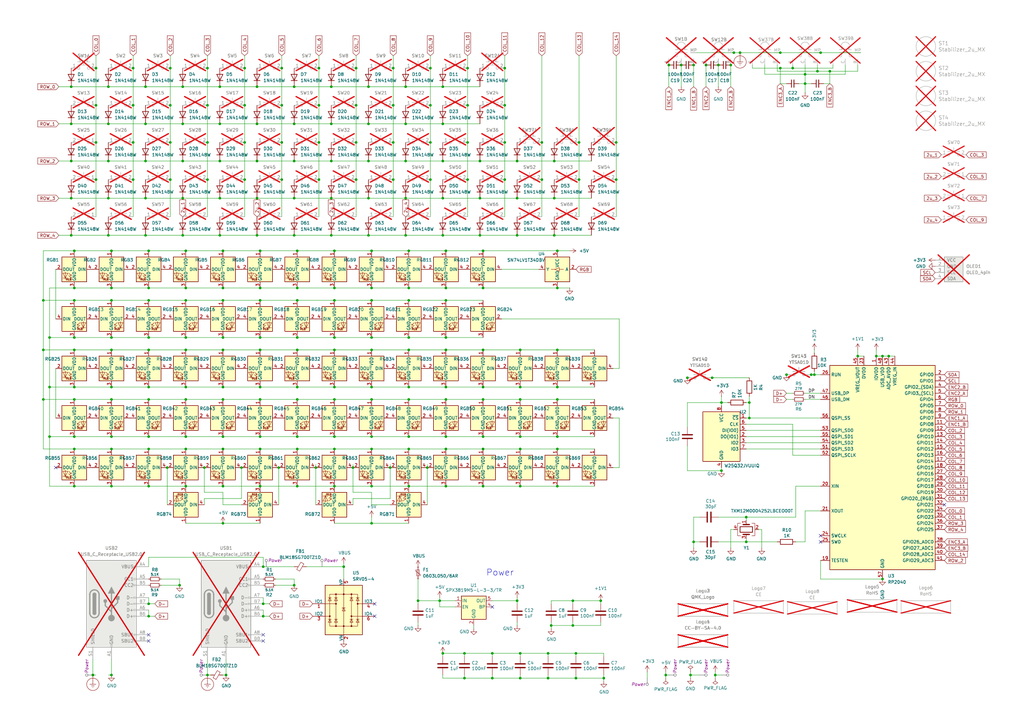
<source format=kicad_sch>
(kicad_sch (version 20250114) (generator "eeschema") (generator_version "9.0")
  (paper "A3")
  (title_block (title "Gökunge") (date "2025-06-27") (rev "v1.1.0") (company "Tweety's Wild Thinking") (comment 1 "Markus Knutsson <markus.knutsson@tweety.se>") (comment 2 "https://github.com/TweetyDaBird") (comment 3 "Licensed under Creative Commons BY-SA 4.0 International "))
  (text "Power" (at 199.39 236.474 0) (effects (font (size 2.54 2.54)) (justify left bottom)))
  (junction (at 107.95 252.73))
  (junction (at 182.88 143.51))
  (junction (at 54.61 58.42))
  (junction (at 152.4 179.07))
  (junction (at 246.38 246.38))
  (junction (at 213.36 278.13))
  (junction (at 207.01 73.66))
  (junction (at 334.01 153.67))
  (junction (at 191.77 43.18))
  (junction (at 137.16 138.43))
  (junction (at 196.85 66.04))
  (junction (at 30.48 163.83))
  (junction (at 30.48 184.15))
  (junction (at 90.17 81.28))
  (junction (at 106.68 184.15))
  (junction (at 330.2 34.29))
  (junction (at 152.4 138.43))
  (junction (at 293.37 276.86))
  (junction (at 151.13 96.52))
  (junction (at 68.58 191.77))
  (junction (at 121.92 158.75))
  (junction (at 228.6 199.39))
  (junction (at 38.1 276.86))
  (junction (at 167.64 163.83))
  (junction (at 130.81 27.94))
  (junction (at 130.81 43.18))
  (junction (at 91.44 199.39))
  (junction (at 69.85 43.18))
  (junction (at 152.4 199.39))
  (junction (at 181.61 81.28))
  (junction (at 44.45 66.04))
  (junction (at 115.57 27.94))
  (junction (at 176.53 43.18))
  (junction (at 335.28 29.21))
  (junction (at 182.88 123.19))
  (junction (at 325.12 27.94))
  (junction (at 182.88 179.07))
  (junction (at 167.64 138.43))
  (junction (at 228.6 102.87))
  (junction (at 44.45 50.8))
  (junction (at 91.44 143.51))
  (junction (at 191.77 73.66))
  (junction (at 91.44 123.19))
  (junction (at 167.64 179.07))
  (junction (at 59.69 66.04))
  (junction (at 106.68 118.11))
  (junction (at 222.25 73.66))
  (junction (at 60.96 102.87))
  (junction (at 201.93 278.13))
  (junction (at 228.6 184.15))
  (junction (at 29.21 96.52))
  (junction (at 92.71 276.86))
  (junction (at 135.89 81.28))
  (junction (at 303.53 21.59))
  (junction (at 201.93 267.97))
  (junction (at 166.37 81.28))
  (junction (at 29.21 35.56))
  (junction (at 237.49 58.42))
  (junction (at 167.64 118.11))
  (junction (at 30.48 143.51))
  (junction (at 207.01 43.18))
  (junction (at 76.2 143.51))
  (junction (at 91.44 102.87))
  (junction (at 207.01 27.94))
  (junction (at 91.44 118.11))
  (junction (at 59.69 50.8))
  (junction (at 100.33 58.42))
  (junction (at 45.72 199.39))
  (junction (at 106.68 179.07))
  (junction (at 198.12 179.07))
  (junction (at 294.64 26.67))
  (junction (at 191.77 58.42))
  (junction (at 152.4 163.83))
  (junction (at 85.09 58.42))
  (junction (at 181.61 267.97))
  (junction (at 120.65 240.03))
  (junction (at 234.95 246.38))
  (junction (at 167.64 143.51))
  (junction (at 30.48 118.11))
  (junction (at 60.96 179.07))
  (junction (at 60.96 252.73))
  (junction (at 140.97 232.41))
  (junction (at 76.2 184.15))
  (junction (at 322.58 153.67))
  (junction (at 99.06 191.77))
  (junction (at 30.48 199.39))
  (junction (at 39.37 58.42))
  (junction (at 120.65 96.52))
  (junction (at 76.2 163.83))
  (junction (at 213.36 158.75))
  (junction (at 236.22 267.97))
  (junction (at 20.32 138.43))
  (junction (at 237.49 73.66))
  (junction (at 161.29 27.94))
  (junction (at 107.95 232.41))
  (junction (at 30.48 102.87))
  (junction (at 161.29 43.18))
  (junction (at 20.32 179.07))
  (junction (at 306.07 212.09))
  (junction (at 198.12 163.83))
  (junction (at 146.05 73.66))
  (junction (at 100.33 43.18))
  (junction (at 85.09 27.94))
  (junction (at 361.95 146.05))
  (junction (at 130.81 73.66))
  (junction (at 167.64 102.87))
  (junction (at 252.73 73.66))
  (junction (at 247.65 278.13))
  (junction (at 60.96 123.19))
  (junction (at 152.4 143.51))
  (junction (at 182.88 199.39))
  (junction (at 120.65 50.8))
  (junction (at 121.92 102.87))
  (junction (at 307.34 165.1))
  (junction (at 213.36 199.39))
  (junction (at 320.04 21.59))
  (junction (at 182.88 118.11))
  (junction (at 213.36 179.07))
  (junction (at 306.07 222.25))
  (junction (at 115.57 58.42))
  (junction (at 198.12 184.15))
  (junction (at 146.05 27.94))
  (junction (at 252.73 58.42))
  (junction (at 180.34 246.38))
  (junction (at 120.65 35.56))
  (junction (at 90.17 35.56))
  (junction (at 30.48 158.75))
  (junction (at 76.2 199.39))
  (junction (at 44.45 96.52))
  (junction (at 213.36 267.97))
  (junction (at 115.57 73.66))
  (junction (at 182.88 138.43))
  (junction (at 83.82 191.77))
  (junction (at 198.12 199.39))
  (junction (at 212.09 246.38))
  (junction (at 69.85 73.66))
  (junction (at 283.21 276.86))
  (junction (at 227.33 96.52))
  (junction (at 330.2 30.48))
  (junction (at 54.61 73.66))
  (junction (at 90.17 96.52))
  (junction (at 146.05 43.18))
  (junction (at 105.41 66.04))
  (junction (at 135.89 35.56))
  (junction (at 91.44 158.75))
  (junction (at 190.5 267.97))
  (junction (at 171.45 246.38))
  (junction (at 45.72 184.15))
  (junction (at 167.64 199.39))
  (junction (at 130.81 58.42))
  (junction (at 60.96 247.65))
  (junction (at 182.88 184.15))
  (junction (at 60.96 143.51))
  (junction (at 60.96 138.43))
  (junction (at 137.16 184.15))
  (junction (at 224.79 278.13))
  (junction (at 137.16 118.11))
  (junction (at 137.16 123.19))
  (junction (at 29.21 81.28))
  (junction (at 307.34 171.45))
  (junction (at 152.4 158.75))
  (junction (at 236.22 278.13))
  (junction (at 198.12 102.87))
  (junction (at 146.05 58.42))
  (junction (at 100.33 27.94))
  (junction (at 234.95 256.54))
  (junction (at 181.61 96.52))
  (junction (at 137.16 199.39))
  (junction (at 295.91 165.1))
  (junction (at 351.79 146.05))
  (junction (at 17.78 123.19))
  (junction (at 176.53 73.66))
  (junction (at 228.6 179.07))
  (junction (at 167.64 184.15))
  (junction (at 281.94 154.94))
  (junction (at 106.68 158.75))
  (junction (at 91.44 163.83))
  (junction (at 198.12 118.11))
  (junction (at 336.55 21.59))
  (junction (at 115.57 43.18))
  (junction (at 60.96 118.11))
  (junction (at 91.44 184.15))
  (junction (at 137.16 102.87))
  (junction (at 106.68 102.87))
  (junction (at 212.09 81.28))
  (junction (at 44.45 81.28))
  (junction (at 332.74 153.67))
  (junction (at 224.79 267.97))
  (junction (at 129.54 191.77))
  (junction (at 340.36 29.21))
  (junction (at 39.37 73.66))
  (junction (at 91.44 138.43))
  (junction (at 121.92 163.83))
  (junction (at 90.17 50.8))
  (junction (at 152.4 123.19))
  (junction (at 30.48 123.19))
  (junction (at 106.68 138.43))
  (junction (at 45.72 179.07))
  (junction (at 69.85 27.94))
  (junction (at 121.92 123.19))
  (junction (at 76.2 179.07))
  (junction (at 30.48 179.07))
  (junction (at 359.41 146.05))
  (junction (at 74.93 81.28))
  (junction (at 166.37 50.8))
  (junction (at 39.37 43.18))
  (junction (at 227.33 81.28))
  (junction (at 17.78 163.83))
  (junction (at 120.65 66.04))
  (junction (at 181.61 66.04))
  (junction (at 76.2 158.75))
  (junction (at 144.78 191.77))
  (junction (at 59.69 96.52))
  (junction (at 45.72 102.87))
  (junction (at 137.16 158.75))
  (junction (at 121.92 138.43))
  (junction (at 152.4 102.87))
  (junction (at 60.96 199.39))
  (junction (at 176.53 27.94))
  (junction (at 69.85 58.42))
  (junction (at 152.4 184.15))
  (junction (at 227.33 66.04))
  (junction (at 135.89 96.52))
  (junction (at 361.95 237.49))
  (junction (at 60.96 163.83))
  (junction (at 137.16 163.83))
  (junction (at 29.21 50.8))
  (junction (at 91.44 179.07))
  (junction (at 228.6 163.83))
  (junction (at 121.92 118.11))
  (junction (at 45.72 138.43))
  (junction (at 161.29 73.66))
  (junction (at 137.16 143.51))
  (junction (at 74.93 66.04))
  (junction (at 137.16 179.07))
  (junction (at 106.68 199.39))
  (junction (at 45.72 143.51))
  (junction (at 207.01 58.42))
  (junction (at 152.4 214.63))
  (junction (at 45.72 276.86))
  (junction (at 284.48 26.67))
  (junction (at 85.09 276.86))
  (junction (at 121.92 143.51))
  (junction (at 74.93 50.8))
  (junction (at 279.4 26.67))
  (junction (at 105.41 35.56))
  (junction (at 176.53 58.42))
  (junction (at 320.04 27.94))
  (junction (at 152.4 118.11))
  (junction (at 190.5 278.13))
  (junction (at 161.29 58.42))
  (junction (at 151.13 81.28))
  (junction (at 85.09 73.66))
  (junction (at 289.56 26.67))
  (junction (at 196.85 96.52))
  (junction (at 135.89 50.8))
  (junction (at 54.61 27.94))
  (junction (at 76.2 123.19))
  (junction (at 284.48 222.25))
  (junction (at 29.21 66.04))
  (junction (at 121.92 184.15))
  (junction (at 44.45 35.56))
  (junction (at 175.26 191.77))
  (junction (at 181.61 50.8))
  (junction (at 213.36 143.51))
  (junction (at 151.13 66.04))
  (junction (at 105.41 50.8))
  (junction (at 166.37 35.56))
  (junction (at 121.92 199.39))
  (junction (at 226.06 256.54))
  (junction (at 74.93 96.52))
  (junction (at 212.09 66.04))
  (junction (at 300.99 21.59))
  (junction (at 228.6 143.51))
  (junction (at 60.96 184.15))
  (junction (at 151.13 50.8))
  (junction (at 292.1 154.94))
  (junction (at 60.96 158.75))
  (junction (at 17.78 143.51))
  (junction (at 59.69 35.56))
  (junction (at 198.12 158.75))
  (junction (at 73.66 240.03))
  (junction (at 59.69 81.28))
  (junction (at 166.37 96.52))
  (junction (at 106.68 123.19))
  (junction (at 181.61 35.56))
  (junction (at 191.77 27.94))
  (junction (at 273.05 276.86))
  (junction (at 45.72 163.83))
  (junction (at 213.36 184.15))
  (junction (at 120.65 81.28))
  (junction (at 228.6 118.11))
  (junction (at 222.25 58.42))
  (junction (at 74.93 35.56))
  (junction (at 76.2 138.43))
  (junction (at 106.68 143.51))
  (junction (at 295.91 193.04))
  (junction (at 160.02 191.77))
  (junction (at 39.37 27.94))
  (junction (at 91.44 214.63))
  (junction (at 213.36 163.83))
  (junction (at 114.3 191.77))
  (junction (at 151.13 35.56))
  (junction (at 121.92 179.07))
  (junction (at 105.41 81.28))
  (junction (at 212.09 96.52))
  (junction (at 182.88 163.83))
  (junction (at 45.72 123.19))
  (junction (at 20.32 158.75))
  (junction (at 90.17 66.04))
  (junction (at 196.85 81.28))
  (junction (at 105.41 96.52))
  (junction (at 166.37 66.04))
  (junction (at 45.72 118.11))
  (junction (at 54.61 43.18))
  (junction (at 228.6 158.75))
  (junction (at 30.48 138.43))
  (junction (at 198.12 143.51))
  (junction (at 106.68 163.83))
  (junction (at 299.72 26.67))
  (junction (at 182.88 158.75))
  (junction (at 167.64 158.75))
  (junction (at 182.88 102.87))
  (junction (at 76.2 118.11))
  (junction (at 167.64 123.19))
  (junction (at 76.2 102.87))
  (junction (at 45.72 158.75))
  (junction (at 135.89 66.04))
  (junction (at 100.33 73.66))
  (junction (at 107.95 247.65))
  (junction (at 274.32 26.67))
  (junction (at 85.09 43.18))
  (junction (at 364.49 146.05))
  (no_connect (at 336.55 222.25))
  (no_connect (at 60.96 262.89))
  (no_connect (at 387.35 207.01))
  (no_connect (at 201.93 248.92))
  (no_connect (at 107.95 260.35))
  (no_connect (at 22.86 191.77))
  (no_connect (at 336.55 219.71))
  (no_connect (at 107.95 262.89))
  (no_connect (at 153.67 252.73))
  (no_connect (at 153.67 247.65))
  (no_connect (at 60.96 260.35))
  (wire (pts (xy 24.13 66.04) (xy 29.21 66.04)))
  (wire (pts (xy 207.01 73.66) (xy 207.01 88.9)))
  (wire (pts (xy 22.86 110.49) (xy 22.86 130.81)))
  (wire (pts (xy 176.53 43.18) (xy 176.53 58.42)))
  (wire (pts (xy 292.1 154.94) (xy 307.34 154.94)))
  (wire (pts (xy 181.61 267.97) (xy 181.61 269.24)))
  (wire (pts (xy 190.5 267.97) (xy 201.93 267.97)))
  (wire (pts (xy 306.07 212.09) (xy 326.39 212.09)))
  (wire (pts (xy 121.92 102.87) (xy 137.16 102.87)))
  (wire (pts (xy 294.64 222.25) (xy 306.07 222.25)))
  (wire (pts (xy 29.21 81.28) (xy 44.45 81.28)))
  (wire (pts (xy 335.28 29.21) (xy 335.28 26.67)))
  (wire (pts (xy 121.92 163.83) (xy 137.16 163.83)))
  (wire (pts (xy 166.37 50.8) (xy 181.61 50.8)))
  (wire (pts (xy 45.72 179.07) (xy 60.96 179.07)))
  (wire (pts (xy 284.48 212.09) (xy 284.48 222.25)))
  (wire (pts (xy 107.95 232.41) (xy 107.95 228.6)))
  (wire (pts (xy 281.94 175.26) (xy 281.94 165.1)))
  (wire (pts (xy 325.12 186.69) (xy 336.55 186.69)))
  (wire (pts (xy 91.44 201.93) (xy 83.82 201.93)))
  (wire (pts (xy 207.01 58.42) (xy 207.01 73.66)))
  (wire (pts (xy 281.94 193.04) (xy 281.94 182.88)))
  (wire (pts (xy 322.58 161.29) (xy 325.12 161.29)))
  (wire (pts (xy 307.34 171.45) (xy 306.07 171.45)))
  (wire (pts (xy 76.2 158.75) (xy 91.44 158.75)))
  (wire (pts (xy 222.25 22.86) (xy 222.25 58.42)))
  (wire (pts (xy 76.2 199.39) (xy 91.44 199.39)))
  (wire (pts (xy 30.48 118.11) (xy 20.32 118.11)))
  (wire (pts (xy 181.61 276.86) (xy 181.61 278.13)))
  (wire (pts (xy 54.61 43.18) (xy 54.61 58.42)))
  (wire (pts (xy 254 171.45) (xy 251.46 171.45)))
  (wire (pts (xy 30.48 179.07) (xy 45.72 179.07)))
  (wire (pts (xy 44.45 66.04) (xy 59.69 66.04)))
  (wire (pts (xy 167.64 184.15) (xy 182.88 184.15)))
  (wire (pts (xy 351.79 26.67) (xy 351.79 29.21)))
  (wire (pts (xy 29.21 50.8) (xy 44.45 50.8)))
  (wire (pts (xy 359.41 143.51) (xy 359.41 146.05)))
  (wire (pts (xy 45.72 143.51) (xy 60.96 143.51)))
  (wire (pts (xy 198.12 199.39) (xy 213.36 199.39)))
  (wire (pts (xy 120.65 35.56) (xy 135.89 35.56)))
  (wire (pts (xy 152.4 214.63) (xy 167.64 214.63)))
  (wire (pts (xy 351.79 146.05) (xy 354.33 146.05)))
  (wire (pts (xy 137.16 184.15) (xy 152.4 184.15)))
  (wire (pts (xy 335.28 29.21) (xy 318.77 29.21)))
  (wire (pts (xy 330.2 161.29) (xy 336.55 161.29)))
  (wire (pts (xy 222.25 73.66) (xy 222.25 88.9)))
  (wire (pts (xy 146.05 22.86) (xy 146.05 27.94)))
  (wire (pts (xy 228.6 179.07) (xy 243.84 179.07)))
  (wire (pts (xy 54.61 27.94) (xy 54.61 43.18)))
  (wire (pts (xy 201.93 267.97) (xy 213.36 267.97)))
  (wire (pts (xy 327.66 34.29) (xy 330.2 34.29)))
  (wire (pts (xy 22.86 151.13) (xy 22.86 171.45)))
  (wire (pts (xy 182.88 184.15) (xy 198.12 184.15)))
  (wire (pts (xy 30.48 138.43) (xy 45.72 138.43)))
  (wire (pts (xy 137.16 214.63) (xy 152.4 214.63)))
  (wire (pts (xy 224.79 278.13) (xy 213.36 278.13)))
  (wire (pts (xy 91.44 276.86) (xy 92.71 276.86)))
  (wire (pts (xy 107.95 252.73) (xy 110.49 252.73)))
  (wire (pts (xy 176.53 27.94) (xy 176.53 43.18)))
  (wire (pts (xy 182.88 179.07) (xy 198.12 179.07)))
  (wire (pts (xy 130.81 58.42) (xy 130.81 73.66)))
  (wire (pts (xy 191.77 73.66) (xy 191.77 88.9)))
  (wire (pts (xy 298.45 165.1) (xy 295.91 165.1)))
  (wire (pts (xy 17.78 102.87) (xy 17.78 123.19)))
  (wire (pts (xy 265.43 275.59) (xy 265.43 278.13)))
  (wire (pts (xy 330.2 209.55) (xy 330.2 222.25)))
  (wire (pts (xy 346.71 30.48) (xy 346.71 26.67)))
  (wire (pts (xy 289.56 35.56) (xy 289.56 26.67)))
  (wire (pts (xy 121.92 118.11) (xy 137.16 118.11)))
  (wire (pts (xy 227.33 96.52) (xy 242.57 96.52)))
  (wire (pts (xy 137.16 138.43) (xy 152.4 138.43)))
  (wire (pts (xy 330.2 163.83) (xy 336.55 163.83)))
  (wire (pts (xy 160.02 207.01) (xy 152.4 207.01)))
  (wire (pts (xy 182.88 199.39) (xy 198.12 199.39)))
  (wire (pts (xy 69.85 58.42) (xy 69.85 73.66)))
  (wire (pts (xy 91.44 163.83) (xy 106.68 163.83)))
  (wire (pts (xy 152.4 179.07) (xy 167.64 179.07)))
  (wire (pts (xy 361.95 146.05) (xy 359.41 146.05)))
  (wire (pts (xy 113.03 240.03) (xy 120.65 240.03)))
  (wire (pts (xy 294.64 212.09) (xy 306.07 212.09)))
  (wire (pts (xy 307.34 171.45) (xy 336.55 171.45)))
  (wire (pts (xy 83.82 204.47) (xy 83.82 207.01)))
  (wire (pts (xy 44.45 276.86) (xy 45.72 276.86)))
  (wire (pts (xy 320.04 27.94) (xy 325.12 27.94)))
  (wire (pts (xy 313.69 30.48) (xy 330.2 30.48)))
  (wire (pts (xy 74.93 35.56) (xy 90.17 35.56)))
  (wire (pts (xy 273.05 275.59) (xy 273.05 276.86)))
  (wire (pts (xy 69.85 22.86) (xy 69.85 27.94)))
  (wire (pts (xy 76.2 179.07) (xy 91.44 179.07)))
  (wire (pts (xy 20.32 179.07) (xy 20.32 158.75)))
  (wire (pts (xy 252.73 58.42) (xy 252.73 73.66)))
  (wire (pts (xy 91.44 102.87) (xy 106.68 102.87)))
  (wire (pts (xy 20.32 179.07) (xy 30.48 179.07)))
  (wire (pts (xy 228.6 143.51) (xy 243.84 143.51)))
  (wire (pts (xy 283.21 275.59) (xy 283.21 276.86)))
  (wire (pts (xy 30.48 184.15) (xy 45.72 184.15)))
  (wire (pts (xy 181.61 81.28) (xy 196.85 81.28)))
  (wire (pts (xy 212.09 96.52) (xy 227.33 96.52)))
  (wire (pts (xy 247.65 278.13) (xy 247.65 279.4)))
  (wire (pts (xy 107.95 228.6) (xy 60.96 228.6)))
  (wire (pts (xy 364.49 146.05) (xy 367.03 146.05)))
  (wire (pts (xy 191.77 43.18) (xy 191.77 58.42)))
  (wire (pts (xy 326.39 199.39) (xy 326.39 212.09)))
  (wire (pts (xy 137.16 158.75) (xy 152.4 158.75)))
  (wire (pts (xy 212.09 255.27) (xy 212.09 256.54)))
  (wire (pts (xy 312.42 217.17) (xy 312.42 224.79)))
  (wire (pts (xy 306.07 176.53) (xy 336.55 176.53)))
  (wire (pts (xy 17.78 143.51) (xy 17.78 163.83)))
  (wire (pts (xy 306.07 220.98) (xy 306.07 222.25)))
  (wire (pts (xy 20.32 138.43) (xy 30.48 138.43)))
  (wire (pts (xy 29.21 35.56) (xy 44.45 35.56)))
  (wire (pts (xy 20.32 138.43) (xy 20.32 158.75)))
  (wire (pts (xy 171.45 247.65) (xy 171.45 246.38)))
  (wire (pts (xy 107.95 247.65) (xy 110.49 247.65)))
  (wire (pts (xy 175.26 190.5) (xy 175.26 191.77)))
  (wire (pts (xy 334.01 153.67) (xy 336.55 153.67)))
  (wire (pts (xy 60.96 184.15) (xy 76.2 184.15)))
  (wire (pts (xy 166.37 66.04) (xy 181.61 66.04)))
  (wire (pts (xy 44.45 50.8) (xy 59.69 50.8)))
  (wire (pts (xy 105.41 50.8) (xy 120.65 50.8)))
  (wire (pts (xy 198.12 102.87) (xy 228.6 102.87)))
  (wire (pts (xy 330.2 30.48) (xy 346.71 30.48)))
  (wire (pts (xy 120.65 50.8) (xy 135.89 50.8)))
  (wire (pts (xy 226.06 255.27) (xy 226.06 256.54)))
  (wire (pts (xy 45.72 118.11) (xy 60.96 118.11)))
  (wire (pts (xy 17.78 184.15) (xy 30.48 184.15)))
  (wire (pts (xy 24.13 50.8) (xy 29.21 50.8)))
  (wire (pts (xy 273.05 276.86) (xy 273.05 278.13)))
  (wire (pts (xy 198.12 179.07) (xy 213.36 179.07)))
  (wire (pts (xy 182.88 118.11) (xy 198.12 118.11)))
  (wire (pts (xy 234.95 246.38) (xy 246.38 246.38)))
  (wire (pts (xy 285.75 21.59) (xy 300.99 21.59)))
  (wire (pts (xy 182.88 123.19) (xy 198.12 123.19)))
  (wire (pts (xy 191.77 22.86) (xy 191.77 27.94)))
  (wire (pts (xy 60.96 247.65) (xy 63.5 247.65)))
  (wire (pts (xy 76.2 198.12) (xy 76.2 199.39)))
  (wire (pts (xy 85.09 27.94) (xy 85.09 43.18)))
  (wire (pts (xy 284.48 35.56) (xy 284.48 26.67)))
  (wire (pts (xy 59.69 81.28) (xy 74.93 81.28)))
  (wire (pts (xy 247.65 269.24) (xy 247.65 267.97)))
  (wire (pts (xy 85.09 276.86) (xy 86.36 276.86)))
  (wire (pts (xy 190.5 276.86) (xy 190.5 278.13)))
  (wire (pts (xy 129.54 191.77) (xy 129.54 207.01)))
  (wire (pts (xy 92.71 276.86) (xy 92.71 270.51)))
  (wire (pts (xy 226.06 256.54) (xy 226.06 257.81)))
  (wire (pts (xy 161.29 27.94) (xy 161.29 43.18)))
  (wire (pts (xy 167.64 163.83) (xy 182.88 163.83)))
  (wire (pts (xy 166.37 35.56) (xy 181.61 35.56)))
  (wire (pts (xy 213.36 163.83) (xy 228.6 163.83)))
  (wire (pts (xy 76.2 118.11) (xy 91.44 118.11)))
  (wire (pts (xy 152.4 138.43) (xy 167.64 138.43)))
  (wire (pts (xy 207.01 43.18) (xy 207.01 58.42)))
  (wire (pts (xy 137.16 179.07) (xy 152.4 179.07)))
  (wire (pts (xy 59.69 96.52) (xy 74.93 96.52)))
  (wire (pts (xy 213.36 278.13) (xy 201.93 278.13)))
  (wire (pts (xy 85.09 22.86) (xy 85.09 27.94)))
  (wire (pts (xy 180.34 245.11) (xy 180.34 246.38)))
  (wire (pts (xy 207.01 22.86) (xy 207.01 27.94)))
  (wire (pts (xy 228.6 163.83) (xy 243.84 163.83)))
  (wire (pts (xy 176.53 22.86) (xy 176.53 27.94)))
  (wire (pts (xy 30.48 163.83) (xy 45.72 163.83)))
  (wire (pts (xy 90.17 50.8) (xy 105.41 50.8)))
  (wire (pts (xy 330.2 209.55) (xy 336.55 209.55)))
  (wire (pts (xy 115.57 27.94) (xy 115.57 43.18)))
  (wire (pts (xy 39.37 58.42) (xy 39.37 73.66)))
  (wire (pts (xy 325.12 173.99) (xy 325.12 186.69)))
  (wire (pts (xy 120.65 81.28) (xy 135.89 81.28)))
  (wire (pts (xy 254 171.45) (xy 254 191.77)))
  (wire (pts (xy 105.41 81.28) (xy 120.65 81.28)))
  (wire (pts (xy 44.45 35.56) (xy 59.69 35.56)))
  (wire (pts (xy 284.48 222.25) (xy 284.48 224.79)))
  (wire (pts (xy 90.17 66.04) (xy 105.41 66.04)))
  (wire (pts (xy 198.12 158.75) (xy 213.36 158.75)))
  (wire (pts (xy 224.79 276.86) (xy 224.79 278.13)))
  (wire (pts (xy 198.12 143.51) (xy 213.36 143.51)))
  (wire (pts (xy 306.07 184.15) (xy 336.55 184.15)))
  (wire (pts (xy 334.01 143.51) (xy 334.01 144.78)))
  (wire (pts (xy 224.79 269.24) (xy 224.79 267.97)))
  (wire (pts (xy 20.32 158.75) (xy 30.48 158.75)))
  (wire (pts (xy 224.79 267.97) (xy 236.22 267.97)))
  (wire (pts (xy 191.77 58.42) (xy 191.77 73.66)))
  (wire (pts (xy 236.22 276.86) (xy 236.22 278.13)))
  (wire (pts (xy 306.07 179.07) (xy 336.55 179.07)))
  (wire (pts (xy 60.96 245.11) (xy 60.96 247.65)))
  (wire (pts (xy 106.68 184.15) (xy 121.92 184.15)))
  (wire (pts (xy 76.2 184.15) (xy 91.44 184.15)))
  (wire (pts (xy 144.78 204.47) (xy 144.78 207.01)))
  (wire (pts (xy 17.78 123.19) (xy 17.78 143.51)))
  (wire (pts (xy 182.88 102.87) (xy 198.12 102.87)))
  (wire (pts (xy 252.73 73.66) (xy 252.73 88.9)))
  (wire (pts (xy 59.69 50.8) (xy 74.93 50.8)))
  (wire (pts (xy 106.68 102.87) (xy 121.92 102.87)))
  (wire (pts (xy 196.85 66.04) (xy 212.09 66.04)))
  (wire (pts (xy 45.72 123.19) (xy 60.96 123.19)))
  (wire (pts (xy 59.69 35.56) (xy 74.93 35.56)))
  (wire (pts (xy 274.32 35.56) (xy 274.32 26.67)))
  (wire (pts (xy 85.09 276.86) (xy 85.09 270.51)))
  (wire (pts (xy 20.32 118.11) (xy 20.32 138.43)))
  (wire (pts (xy 91.44 138.43) (xy 106.68 138.43)))
  (wire (pts (xy 85.09 43.18) (xy 85.09 58.42)))
  (wire (pts (xy 100.33 22.86) (xy 100.33 27.94)))
  (wire (pts (xy 76.2 143.51) (xy 91.44 143.51)))
  (wire (pts (xy 151.13 50.8) (xy 166.37 50.8)))
  (wire (pts (xy 100.33 27.94) (xy 100.33 43.18)))
  (wire (pts (xy 212.09 245.11) (xy 212.09 246.38)))
  (wire (pts (xy 167.64 198.12) (xy 167.64 199.39)))
  (wire (pts (xy 167.64 143.51) (xy 182.88 143.51)))
  (wire (pts (xy 237.49 22.86) (xy 237.49 58.42)))
  (wire (pts (xy 17.78 163.83) (xy 30.48 163.83)))
  (wire (pts (xy 307.34 162.56) (xy 307.34 165.1)))
  (wire (pts (xy 161.29 58.42) (xy 161.29 73.66)))
  (wire (pts (xy 91.44 118.11) (xy 106.68 118.11)))
  (wire (pts (xy 60.96 138.43) (xy 76.2 138.43)))
  (wire (pts (xy 175.26 191.77) (xy 175.26 207.01)))
  (wire (pts (xy 190.5 269.24) (xy 190.5 267.97)))
  (wire (pts (xy 113.03 237.49) (xy 120.65 237.49)))
  (wire (pts (xy 45.72 184.15) (xy 60.96 184.15)))
  (wire (pts (xy 161.29 43.18) (xy 161.29 58.42)))
  (wire (pts (xy 90.17 81.28) (xy 105.41 81.28)))
  (wire (pts (xy 144.78 201.93) (xy 144.78 191.77)))
  (wire (pts (xy 106.68 123.19) (xy 121.92 123.19)))
  (wire (pts (xy 135.89 35.56) (xy 151.13 35.56)))
  (wire (pts (xy 85.09 58.42) (xy 85.09 73.66)))
  (wire (pts (xy 283.21 276.86) (xy 287.02 276.86)))
  (wire (pts (xy 151.13 35.56) (xy 166.37 35.56)))
  (wire (pts (xy 281.94 165.1) (xy 295.91 165.1)))
  (wire (pts (xy 135.89 81.28) (xy 151.13 81.28)))
  (wire (pts (xy 121.92 138.43) (xy 137.16 138.43)))
  (wire (pts (xy 246.38 256.54) (xy 246.38 255.27)))
  (wire (pts (xy 115.57 43.18) (xy 115.57 58.42)))
  (wire (pts (xy 30.48 118.11) (xy 45.72 118.11)))
  (wire (pts (xy 99.06 204.47) (xy 83.82 204.47)))
  (wire (pts (xy 226.06 246.38) (xy 234.95 246.38)))
  (wire (pts (xy 60.96 118.11) (xy 76.2 118.11)))
  (wire (pts (xy 236.22 278.13) (xy 247.65 278.13)))
  (wire (pts (xy 295.91 165.1) (xy 295.91 166.37)))
  (wire (pts (xy 320.04 27.94) (xy 320.04 34.29)))
  (wire (pts (xy 341.63 27.94) (xy 341.63 26.67)))
  (wire (pts (xy 180.34 248.92) (xy 180.34 246.38)))
  (wire (pts (xy 45.72 138.43) (xy 60.96 138.43)))
  (wire (pts (xy 60.96 102.87) (xy 76.2 102.87)))
  (wire (pts (xy 234.95 256.54) (xy 246.38 256.54)))
  (wire (pts (xy 171.45 255.27) (xy 171.45 256.54)))
  (wire (pts (xy 227.33 81.28) (xy 242.57 81.28)))
  (wire (pts (xy 106.68 118.11) (xy 121.92 118.11)))
  (wire (pts (xy 30.48 199.39) (xy 45.72 199.39)))
  (wire (pts (xy 167.64 123.19) (xy 182.88 123.19)))
  (wire (pts (xy 38.1 276.86) (xy 38.1 270.51)))
  (wire (pts (xy 160.02 190.5) (xy 160.02 191.77)))
  (wire (pts (xy 330.2 38.1) (xy 330.2 34.29)))
  (wire (pts (xy 212.09 66.04) (xy 227.33 66.04)))
  (wire (pts (xy 39.37 73.66) (xy 39.37 88.9)))
  (wire (pts (xy 186.69 248.92) (xy 180.34 248.92)))
  (wire (pts (xy 167.64 102.87) (xy 182.88 102.87)))
  (wire (pts (xy 152.4 199.39) (xy 167.64 199.39)))
  (wire (pts (xy 121.92 184.15) (xy 137.16 184.15)))
  (wire (pts (xy 294.64 35.56) (xy 294.64 26.67)))
  (wire (pts (xy 45.72 276.86) (xy 45.72 270.51)))
  (wire (pts (xy 54.61 73.66) (xy 54.61 88.9)))
  (wire (pts (xy 306.07 173.99) (xy 325.12 173.99)))
  (wire (pts (xy 130.81 43.18) (xy 130.81 58.42)))
  (wire (pts (xy 152.4 118.11) (xy 167.64 118.11)))
  (wire (pts (xy 306.07 181.61) (xy 336.55 181.61)))
  (wire (pts (xy 191.77 27.94) (xy 191.77 43.18)))
  (wire (pts (xy 306.07 222.25) (xy 318.77 222.25)))
  (wire (pts (xy 24.13 81.28) (xy 29.21 81.28)))
  (wire (pts (xy 85.09 73.66) (xy 85.09 88.9)))
  (wire (pts (xy 130.81 27.94) (xy 130.81 43.18)))
  (wire (pts (xy 161.29 22.86) (xy 161.29 27.94)))
  (wire (pts (xy 281.94 193.04) (xy 295.91 193.04)))
  (wire (pts (xy 201.93 278.13) (xy 190.5 278.13)))
  (wire (pts (xy 182.88 138.43) (xy 198.12 138.43)))
  (wire (pts (xy 340.36 29.21) (xy 335.28 29.21)))
  (wire (pts (xy 326.39 222.25) (xy 330.2 222.25)))
  (wire (pts (xy 76.2 214.63) (xy 91.44 214.63)))
  (wire (pts (xy 39.37 22.86) (xy 39.37 27.94)))
  (wire (pts (xy 152.4 212.09) (xy 152.4 214.63)))
  (wire (pts (xy 198.12 184.15) (xy 213.36 184.15)))
  (wire (pts (xy 146.05 73.66) (xy 146.05 88.9)))
  (wire (pts (xy 237.49 58.42) (xy 237.49 73.66)))
  (wire (pts (xy 146.05 27.94) (xy 146.05 43.18)))
  (wire (pts (xy 330.2 30.48) (xy 330.2 26.67)))
  (wire (pts (xy 332.74 153.67) (xy 334.01 153.67)))
  (wire (pts (xy 196.85 96.52) (xy 212.09 96.52)))
  (wire (pts (xy 130.81 22.86) (xy 130.81 27.94)))
  (wire (pts (xy 137.16 118.11) (xy 152.4 118.11)))
  (wire (pts (xy 318.77 29.21) (xy 318.77 26.67)))
  (wire (pts (xy 69.85 73.66) (xy 69.85 88.9)))
  (wire (pts (xy 236.22 278.13) (xy 224.79 278.13)))
  (wire (pts (xy 171.45 237.49) (xy 171.45 246.38)))
  (wire (pts (xy 135.89 96.52) (xy 151.13 96.52)))
  (wire (pts (xy 83.82 201.93) (xy 83.82 191.77)))
  (wire (pts (xy 228.6 184.15) (xy 243.84 184.15)))
  (wire (pts (xy 106.68 179.07) (xy 121.92 179.07)))
  (wire (pts (xy 234.95 255.27) (xy 234.95 256.54)))
  (wire (pts (xy 325.12 27.94) (xy 341.63 27.94)))
  (wire (pts (xy 167.64 118.11) (xy 182.88 118.11)))
  (wire (pts (xy 213.36 276.86) (xy 213.36 278.13)))
  (wire (pts (xy 137.16 199.39) (xy 152.4 199.39)))
  (wire (pts (xy 17.78 143.51) (xy 30.48 143.51)))
  (wire (pts (xy 114.3 191.77) (xy 114.3 207.01)))
  (wire (pts (xy 236.22 267.97) (xy 247.65 267.97)))
  (wire (pts (xy 140.97 237.49) (xy 140.97 232.41)))
  (wire (pts (xy 320.04 34.29) (xy 322.58 34.29)))
  (wire (pts (xy 60.96 252.73) (xy 63.5 252.73)))
  (wire (pts (xy 30.48 123.19) (xy 45.72 123.19)))
  (wire (pts (xy 330.2 30.48) (xy 330.2 34.29)))
  (wire (pts (xy 76.2 102.87) (xy 91.44 102.87)))
  (wire (pts (xy 180.34 246.38) (xy 186.69 246.38)))
  (wire (pts (xy 340.36 34.29) (xy 337.82 34.29)))
  (wire (pts (xy 107.95 245.11) (xy 107.95 247.65)))
  (wire (pts (xy 181.61 35.56) (xy 196.85 35.56)))
  (wire (pts (xy 336.55 237.49) (xy 336.55 229.87)))
  (wire (pts (xy 120.65 66.04) (xy 135.89 66.04)))
  (wire (pts (xy 236.22 269.24) (xy 236.22 267.97)))
  (wire (pts (xy 106.68 163.83) (xy 121.92 163.83)))
  (wire (pts (xy 60.96 228.6) (xy 60.96 232.41)))
  (wire (pts (xy 106.68 199.39) (xy 121.92 199.39)))
  (wire (pts (xy 300.99 21.59) (xy 303.53 21.59)))
  (wire (pts (xy 29.21 66.04) (xy 44.45 66.04)))
  (wire (pts (xy 198.12 163.83) (xy 213.36 163.83)))
  (wire (pts (xy 233.68 118.11) (xy 228.6 118.11)))
  (wire (pts (xy 91.44 207.01) (xy 91.44 201.93)))
  (wire (pts (xy 166.37 96.52) (xy 181.61 96.52)))
  (wire (pts (xy 194.31 256.54) (xy 194.31 257.81)))
  (wire (pts (xy 66.04 237.49) (xy 73.66 237.49)))
  (wire (pts (xy 166.37 81.28) (xy 181.61 81.28)))
  (wire (pts (xy 39.37 27.94) (xy 39.37 43.18)))
  (wire (pts (xy 121.92 199.39) (xy 137.16 199.39)))
  (wire (pts (xy 91.44 214.63) (xy 106.68 214.63)))
  (wire (pts (xy 140.97 231.14) (xy 140.97 232.41)))
  (wire (pts (xy 69.85 43.18) (xy 69.85 58.42)))
  (wire (pts (xy 167.64 199.39) (xy 182.88 199.39)))
  (wire (pts (xy 254 130.81) (xy 254 151.13)))
  (wire (pts (xy 295.91 191.77) (xy 295.91 193.04)))
  (wire (pts (xy 181.61 96.52) (xy 196.85 96.52)))
  (wire (pts (xy 60.96 158.75) (xy 76.2 158.75)))
  (wire (pts (xy 361.95 146.05) (xy 364.49 146.05)))
  (wire (pts (xy 198.12 118.11) (xy 228.6 118.11)))
  (wire (pts (xy 120.65 96.52) (xy 135.89 96.52)))
  (wire (pts (xy 152.4 158.75) (xy 167.64 158.75)))
  (wire (pts (xy 351.79 143.51) (xy 351.79 146.05)))
  (wire (pts (xy 228.6 158.75) (xy 243.84 158.75)))
  (wire (pts (xy 39.37 43.18) (xy 39.37 58.42)))
  (wire (pts (xy 246.38 246.38) (xy 246.38 247.65)))
  (wire (pts (xy 325.12 27.94) (xy 325.12 26.67)))
  (wire (pts (xy 68.58 191.77) (xy 68.58 207.01)))
  (wire (pts (xy 201.93 276.86) (xy 201.93 278.13)))
  (wire (pts (xy 254 151.13) (xy 251.46 151.13)))
  (wire (pts (xy 167.64 158.75) (xy 182.88 158.75)))
  (wire (pts (xy 76.2 123.19) (xy 91.44 123.19)))
  (wire (pts (xy 20.32 199.39) (xy 20.32 179.07)))
  (wire (pts (xy 91.44 199.39) (xy 106.68 199.39)))
  (wire (pts (xy 74.93 66.04) (xy 90.17 66.04)))
  (wire (pts (xy 91.44 123.19) (xy 106.68 123.19)))
  (wire (pts (xy 160.02 204.47) (xy 144.78 204.47)))
  (wire (pts (xy 273.05 276.86) (xy 274.32 276.86)))
  (wire (pts (xy 176.53 58.42) (xy 176.53 73.66)))
  (wire (pts (xy 44.45 96.52) (xy 59.69 96.52)))
  (wire (pts (xy 99.06 191.77) (xy 99.06 204.47)))
  (wire (pts (xy 233.68 102.87) (xy 228.6 102.87)))
  (wire (pts (xy 24.13 96.52) (xy 29.21 96.52)))
  (wire (pts (xy 252.73 22.86) (xy 252.73 58.42)))
  (wire (pts (xy 213.36 143.51) (xy 228.6 143.51)))
  (wire (pts (xy 30.48 102.87) (xy 45.72 102.87)))
  (wire (pts (xy 213.36 269.24) (xy 213.36 267.97)))
  (wire (pts (xy 100.33 43.18) (xy 100.33 58.42)))
  (wire (pts (xy 115.57 73.66) (xy 115.57 88.9)))
  (wire (pts (xy 107.95 250.19) (xy 107.95 252.73)))
  (wire (pts (xy 171.45 246.38) (xy 180.34 246.38)))
  (wire (pts (xy 303.53 21.59) (xy 320.04 21.59)))
  (wire (pts (xy 287.02 222.25) (xy 284.48 222.25)))
  (wire (pts (xy 227.33 66.04) (xy 242.57 66.04)))
  (wire (pts (xy 228.6 199.39) (xy 243.84 199.39)))
  (wire (pts (xy 176.53 73.66) (xy 176.53 88.9)))
  (wire (pts (xy 222.25 58.42) (xy 222.25 73.66)))
  (wire (pts (xy 152.4 123.19) (xy 167.64 123.19)))
  (wire (pts (xy 144.78 190.5) (xy 144.78 191.77)))
  (wire (pts (xy 59.69 66.04) (xy 74.93 66.04)))
  (wire (pts (xy 152.4 184.15) (xy 167.64 184.15)))
  (wire (pts (xy 121.92 158.75) (xy 137.16 158.75)))
  (wire (pts (xy 20.32 199.39) (xy 30.48 199.39)))
  (wire (pts (xy 212.09 81.28) (xy 227.33 81.28)))
  (wire (pts (xy 137.16 163.83) (xy 152.4 163.83)))
  (wire (pts (xy 99.06 207.01) (xy 91.44 207.01)))
  (wire (pts (xy 24.13 35.56) (xy 29.21 35.56)))
  (wire (pts (xy 287.02 212.09) (xy 284.48 212.09)))
  (wire (pts (xy 151.13 96.52) (xy 166.37 96.52)))
  (wire (pts (xy 181.61 66.04) (xy 196.85 66.04)))
  (wire (pts (xy 91.44 158.75) (xy 106.68 158.75)))
  (wire (pts (xy 135.89 50.8) (xy 151.13 50.8)))
  (wire (pts (xy 293.37 276.86) (xy 293.37 275.59)))
  (wire (pts (xy 76.2 163.83) (xy 91.44 163.83)))
  (wire (pts (xy 307.34 165.1) (xy 306.07 165.1)))
  (wire (pts (xy 91.44 143.51) (xy 106.68 143.51)))
  (wire (pts (xy 213.36 179.07) (xy 228.6 179.07)))
  (wire (pts (xy 45.72 102.87) (xy 60.96 102.87)))
  (wire (pts (xy 76.2 138.43) (xy 91.44 138.43)))
  (wire (pts (xy 60.96 179.07) (xy 76.2 179.07)))
  (wire (pts (xy 105.41 96.52) (xy 120.65 96.52)))
  (wire (pts (xy 340.36 29.21) (xy 340.36 34.29)))
  (wire (pts (xy 307.34 165.1) (xy 307.34 171.45)))
  (wire (pts (xy 105.41 66.04) (xy 120.65 66.04)))
  (wire (pts (xy 91.44 184.15) (xy 106.68 184.15)))
  (wire (pts (xy 146.05 58.42) (xy 146.05 73.66)))
  (wire (pts (xy 152.4 143.51) (xy 167.64 143.51)))
  (wire (pts (xy 29.21 96.52) (xy 44.45 96.52)))
  (wire (pts (xy 293.37 278.13) (xy 293.37 276.86)))
  (wire (pts (xy 120.65 237.49) (xy 120.65 240.03)))
  (wire (pts (xy 182.88 143.51) (xy 198.12 143.51)))
  (wire (pts (xy 152.4 207.01) (xy 152.4 201.93)))
  (wire (pts (xy 90.17 35.56) (xy 105.41 35.56)))
  (wire (pts (xy 107.95 232.41) (xy 120.65 232.41)))
  (wire (pts (xy 135.89 66.04) (xy 151.13 66.04)))
  (wire (pts (xy 100.33 58.42) (xy 100.33 73.66)))
  (wire (pts (xy 91.44 179.07) (xy 106.68 179.07)))
  (wire (pts (xy 234.95 247.65) (xy 234.95 246.38)))
  (wire (pts (xy 212.09 246.38) (xy 212.09 247.65)))
  (wire (pts (xy 66.04 240.03) (xy 73.66 240.03)))
  (wire (pts (xy 106.68 138.43) (xy 121.92 138.43)))
  (wire (pts (xy 254 191.77) (xy 251.46 191.77)))
  (wire (pts (xy 60.96 163.83) (xy 76.2 163.83)))
  (wire (pts (xy 73.66 237.49) (xy 73.66 240.03)))
  (wire (pts (xy 351.79 29.21) (xy 340.36 29.21)))
  (wire (pts (xy 226.06 256.54) (xy 234.95 256.54)))
  (wire (pts (xy 121.92 123.19) (xy 137.16 123.19)))
  (wire (pts (xy 320.04 21.59) (xy 336.55 21.59)))
  (wire (pts (xy 167.64 179.07) (xy 182.88 179.07)))
  (wire (pts (xy 205.74 130.81) (xy 254 130.81)))
  (wire (pts (xy 74.93 50.8) (xy 90.17 50.8)))
  (wire (pts (xy 106.68 198.12) (xy 106.68 199.39)))
  (wire (pts (xy 361.95 237.49) (xy 336.55 237.49)))
  (wire (pts (xy 74.93 81.28) (xy 90.17 81.28)))
  (wire (pts (xy 326.39 199.39) (xy 336.55 199.39)))
  (wire (pts (xy 181.61 278.13) (xy 190.5 278.13)))
  (wire (pts (xy 17.78 163.83) (xy 17.78 184.15)))
  (wire (pts (xy 299.72 217.17) (xy 299.72 224.79)))
  (wire (pts (xy 313.69 26.67) (xy 313.69 30.48)))
  (wire (pts (xy 213.36 184.15) (xy 228.6 184.15)))
  (wire (pts (xy 60.96 123.19) (xy 76.2 123.19)))
  (wire (pts (xy 322.58 163.83) (xy 325.12 163.83)))
  (wire (pts (xy 160.02 191.77) (xy 160.02 204.47)))
  (wire (pts (xy 283.21 276.86) (xy 283.21 278.13)))
  (wire (pts (xy 213.36 158.75) (xy 228.6 158.75)))
  (wire (pts (xy 167.64 138.43) (xy 182.88 138.43)))
  (wire (pts (xy 226.06 247.65) (xy 226.06 246.38)))
  (wire (pts (xy 60.96 250.19) (xy 60.96 252.73)))
  (wire (pts (xy 45.72 158.75) (xy 60.96 158.75)))
  (wire (pts (xy 330.2 34.29) (xy 332.74 34.29)))
  (wire (pts (xy 308.61 27.94) (xy 308.61 26.67)))
  (wire (pts (xy 182.88 163.83) (xy 198.12 163.83)))
  (wire (pts (xy 44.45 81.28) (xy 59.69 81.28)))
  (wire (pts (xy 205.74 110.49) (xy 220.98 110.49)))
  (wire (pts (xy 152.4 163.83) (xy 167.64 163.83)))
  (wire (pts (xy 201.93 269.24) (xy 201.93 267.97)))
  (wire (pts (xy 130.81 73.66) (xy 130.81 88.9)))
  (wire (pts (xy 311.15 217.17) (xy 312.42 217.17)))
  (wire (pts (xy 247.65 276.86) (xy 247.65 278.13)))
  (wire (pts (xy 115.57 22.86) (xy 115.57 27.94)))
  (wire (pts (xy 54.61 22.86) (xy 54.61 27.94)))
  (wire (pts (xy 106.68 158.75) (xy 121.92 158.75)))
  (wire (pts (xy 90.17 96.52) (xy 105.41 96.52)))
  (wire (pts (xy 137.16 143.51) (xy 152.4 143.51)))
  (wire (pts (xy 152.4 102.87) (xy 167.64 102.87)))
  (wire (pts (xy 207.01 27.94) (xy 207.01 43.18)))
  (wire (pts (xy 38.1 276.86) (xy 39.37 276.86)))
  (wire (pts (xy 152.4 201.93) (xy 144.78 201.93)))
  (wire (pts (xy 30.48 102.87) (xy 17.78 102.87)))
  (wire (pts (xy 279.4 35.56) (xy 279.4 26.67)))
  (wire (pts (xy 45.72 163.83) (xy 60.96 163.83)))
  (wire (pts (xy 121.92 179.07) (xy 137.16 179.07)))
  (wire (pts (xy 146.05 43.18) (xy 146.05 58.42)))
  (wire (pts (xy 151.13 66.04) (xy 166.37 66.04)))
  (wire (pts (xy 308.61 27.94) (xy 320.04 27.94)))
  (wire (pts (xy 60.96 143.51) (xy 76.2 143.51)))
  (wire (pts (xy 30.48 158.75) (xy 45.72 158.75)))
  (wire (pts (xy 137.16 102.87) (xy 152.4 102.87)))
  (wire (pts (xy 299.72 35.56) (xy 299.72 26.67)))
  (wire (pts (xy 45.72 199.39) (xy 60.96 199.39)))
  (wire (pts (xy 74.93 96.52) (xy 90.17 96.52)))
  (wire (pts (xy 334.01 152.4) (xy 334.01 153.67)))
  (wire (pts (xy 181.61 50.8) (xy 196.85 50.8)))
  (wire (pts (xy 213.36 199.39) (xy 228.6 199.39)))
  (wire (pts (xy 137.16 123.19) (xy 152.4 123.19)))
  (wire (pts (xy 182.88 158.75) (xy 198.12 158.75)))
  (wire (pts (xy 237.49 73.66) (xy 237.49 88.9)))
  (wire (pts (xy 306.07 213.36) (xy 306.07 212.09)))
  (wire (pts (xy 293.37 276.86) (xy 295.91 276.86)))
  (wire (pts (xy 295.91 162.56) (xy 295.91 165.1)))
  (wire (pts (xy 106.68 143.51) (xy 121.92 143.51)))
  (wire (pts (xy 125.73 232.41) (xy 140.97 232.41)))
  (wire (pts (xy 336.55 21.59) (xy 353.06 21.59)))
  (wire (pts (xy 54.61 58.42) (xy 54.61 73.66)))
  (wire (pts (xy 129.54 190.5) (xy 129.54 191.77)))
  (wire (pts (xy 213.36 267.97) (xy 224.79 267.97)))
  (wire (pts (xy 121.92 143.51) (xy 137.16 143.51)))
  (wire (pts (xy 115.57 58.42) (xy 115.57 73.66)))
  (wire (pts (xy 181.61 267.97) (xy 190.5 267.97)))
  (wire (pts (xy 69.85 27.94) (xy 69.85 43.18)))
  (wire (pts (xy 17.78 123.19) (xy 30.48 123.19)))
  (wire (pts (xy 300.99 217.17) (xy 299.72 217.17)))
  (wire (pts (xy 105.41 35.56) (xy 120.65 35.56)))
  (wire (pts (xy 201.93 246.38) (xy 212.09 246.38)))
  (wire (pts (xy 151.13 81.28) (xy 166.37 81.28)))
  (wire (pts (xy 60.96 199.39) (xy 76.2 199.39)))
  (wire (pts (xy 100.33 73.66) (xy 100.33 88.9)))
  (wire (pts (xy 30.48 143.51) (xy 45.72 143.51)))
  (wire (pts (xy 161.29 73.66) (xy 161.29 88.9)))
  (wire (pts (xy 196.85 81.28) (xy 212.09 81.28)))
  (label "DP" (at 331.47 161.29 0))
  (label "DN" (at 331.47 163.83 0))
  (global_label "COL_3" (shape input) (at 396.24 63.5 0) (property "Intersheetrefs" "${INTERSHEET_REFS}" (effects (hide yes))))
  (global_label "COL_8" (shape input) (at 387.35 191.77 0) (property "Intersheetrefs" "${INTERSHEET_REFS}" (effects (hide yes))))
  (global_label "ROW_3" (shape input) (at 387.35 214.63 0) (property "Intersheetrefs" "${INTERSHEET_REFS}" (effects (hide yes))))
  (global_label "ROW_2" (shape input) (at 24.13 66.04 180) (property "Intersheetrefs" "${INTERSHEET_REFS}" (effects (hide yes))))
  (global_label "ENC2_A" (shape input) (at 387.35 161.29 0) (property "Intersheetrefs" "${INTERSHEET_REFS}" (effects (hide yes))))
  (global_label "COL_10" (shape input) (at 387.35 196.85 0) (property "Intersheetrefs" "${INTERSHEET_REFS}" (effects (hide yes))))
  (global_label "2u_4" (shape input) (at 386.08 90.17 180) (property "Intersheetrefs" "${INTERSHEET_REFS}" (effects (hide yes))))
  (global_label "ROW_4" (shape input) (at 24.13 96.52 180) (property "Intersheetrefs" "${INTERSHEET_REFS}" (effects (hide yes))))
  (global_label "COL_3" (shape input) (at 85.09 22.86 90) (property "Intersheetrefs" "${INTERSHEET_REFS}" (effects (hide yes))))
  (global_label "COL_9" (shape input) (at 176.53 22.86 90) (property "Intersheetrefs" "${INTERSHEET_REFS}" (effects (hide yes))))
  (global_label "RGB" (shape input) (at 236.22 110.49 0) (property "Intersheetrefs" "${INTERSHEET_REFS}" (effects (hide yes))))
  (global_label "COL_5" (shape input) (at 396.24 72.39 0) (property "Intersheetrefs" "${INTERSHEET_REFS}" (effects (hide yes))))
  (global_label "COL_9" (shape input) (at 387.35 194.31 0) (property "Intersheetrefs" "${INTERSHEET_REFS}" (effects (hide yes))))
  (global_label "COL_6" (shape input) (at 130.81 22.86 90) (property "Intersheetrefs" "${INTERSHEET_REFS}" (effects (hide yes))))
  (global_label "D-" (shape input) (at 322.58 163.83 180) (property "Intersheetrefs" "${INTERSHEET_REFS}" (effects (hide yes))))
  (global_label "D+" (shape input) (at 322.58 161.29 180) (property "Intersheetrefs" "${INTERSHEET_REFS}" (effects (hide yes))))
  (global_label "COL_2" (shape input) (at 69.85 22.86 90) (property "Intersheetrefs" "${INTERSHEET_REFS}" (effects (hide yes))))
  (global_label "2u_2" (shape input) (at 105.41 88.9 90) (property "Intersheetrefs" "${INTERSHEET_REFS}" (effects (hide yes))))
  (global_label "COL_0" (shape input) (at 387.35 209.55 0) (property "Intersheetrefs" "${INTERSHEET_REFS}" (effects (hide yes))))
  (global_label "ROW_0" (shape input) (at 24.13 35.56 180) (property "Intersheetrefs" "${INTERSHEET_REFS}" (effects (hide yes))))
  (global_label "ROW_2" (shape input) (at 387.35 229.87 0) (property "Intersheetrefs" "${INTERSHEET_REFS}" (effects (hide yes))))
  (global_label "2u_3" (shape input) (at 386.08 81.28 180) (property "Intersheetrefs" "${INTERSHEET_REFS}" (effects (hide yes))))
  (global_label "ROW_3" (shape input) (at 24.13 81.28 180) (property "Intersheetrefs" "${INTERSHEET_REFS}" (effects (hide yes))))
  (global_label "SCL" (shape input) (at 383.54 111.76 180) (property "Intersheetrefs" "${INTERSHEET_REFS}" (effects (hide yes))))
  (global_label "ENC3_A" (shape input) (at 387.35 222.25 0) (property "Intersheetrefs" "${INTERSHEET_REFS}" (effects (hide yes))))
  (global_label "ROW_1" (shape input) (at 24.13 50.8 180) (property "Intersheetrefs" "${INTERSHEET_REFS}" (effects (hide yes))))
  (global_label "2u_3" (shape input) (at 135.89 88.9 90) (property "Intersheetrefs" "${INTERSHEET_REFS}" (effects (hide yes))))
  (global_label "2u_2" (shape input) (at 386.08 72.39 180) (property "Intersheetrefs" "${INTERSHEET_REFS}" (effects (hide yes))))
  (global_label "ENC3_B" (shape input) (at 340.36 34.29 270) (property "Intersheetrefs" "${INTERSHEET_REFS}" (effects (hide yes))))
  (global_label "COL_7" (shape input) (at 387.35 189.23 0) (property "Intersheetrefs" "${INTERSHEET_REFS}" (effects (hide yes))))
  (global_label "ENC2_A" (shape input) (at 289.56 35.56 270) (property "Intersheetrefs" "${INTERSHEET_REFS}" (effects (hide yes))))
  (global_label "COL_13" (shape input) (at 237.49 22.86 90) (property "Intersheetrefs" "${INTERSHEET_REFS}" (effects (hide yes))))
  (global_label "COL_0" (shape input) (at 39.37 22.86 90) (property "Intersheetrefs" "${INTERSHEET_REFS}" (effects (hide yes))))
  (global_label "COL_12" (shape input) (at 387.35 201.93 0) (property "Intersheetrefs" "${INTERSHEET_REFS}" (effects (hide yes))))
  (global_label "2u_1" (shape input) (at 74.93 88.9 90) (property "Intersheetrefs" "${INTERSHEET_REFS}" (effects (hide yes))))
  (global_label "SDA" (shape input) (at 387.35 153.67 0) (property "Intersheetrefs" "${INTERSHEET_REFS}" (effects (hide yes))))
  (global_label "ENC1_A" (shape input) (at 274.32 35.56 270) (property "Intersheetrefs" "${INTERSHEET_REFS}" (effects (hide yes))))
  (global_label "COL_9" (shape input) (at 396.24 90.17 0) (property "Intersheetrefs" "${INTERSHEET_REFS}" (effects (hide yes))))
  (global_label "D-" (shape input) (at 63.5 247.65 0) (property "Intersheetrefs" "${INTERSHEET_REFS}" (effects (hide yes))))
  (global_label "COL_3" (shape input) (at 387.35 179.07 0) (property "Intersheetrefs" "${INTERSHEET_REFS}" (effects (hide yes))))
  (global_label "COL_4" (shape input) (at 387.35 181.61 0) (property "Intersheetrefs" "${INTERSHEET_REFS}" (effects (hide yes))))
  (global_label "D-" (shape input) (at 128.27 247.65 180) (property "Intersheetrefs" "${INTERSHEET_REFS}" (effects (hide yes))))
  (global_label "ENC1_B" (shape input) (at 387.35 173.99 0) (property "Intersheetrefs" "${INTERSHEET_REFS}" (effects (hide yes))))
  (global_label "ROW_0" (shape input) (at 387.35 166.37 0) (property "Intersheetrefs" "${INTERSHEET_REFS}" (effects (hide yes))))
  (global_label "COL_5" (shape input) (at 115.57 22.86 90) (property "Intersheetrefs" "${INTERSHEET_REFS}" (effects (hide yes))))
  (global_label "ENC2_B" (shape input) (at 387.35 158.75 0) (property "Intersheetrefs" "${INTERSHEET_REFS}" (effects (hide yes))))
  (global_label "D+" (shape input) (at 63.5 252.73 0) (property "Intersheetrefs" "${INTERSHEET_REFS}" (effects (hide yes))))
  (global_label "COL_7" (shape input) (at 146.05 22.86 90) (property "Intersheetrefs" "${INTERSHEET_REFS}" (effects (hide yes))))
  (global_label "ENC3_A" (shape input) (at 320.04 34.29 270) (property "Intersheetrefs" "${INTERSHEET_REFS}" (effects (hide yes))))
  (global_label "COL_11" (shape input) (at 387.35 199.39 0) (property "Intersheetrefs" "${INTERSHEET_REFS}" (effects (hide yes))))
  (global_label "COL_6" (shape input) (at 387.35 186.69 0) (property "Intersheetrefs" "${INTERSHEET_REFS}" (effects (hide yes))))
  (global_label "COL_1" (shape input) (at 54.61 22.86 90) (property "Intersheetrefs" "${INTERSHEET_REFS}" (effects (hide yes))))
  (global_label "SDA" (shape input) (at 383.54 114.3 180) (property "Intersheetrefs" "${INTERSHEET_REFS}" (effects (hide yes))))
  (global_label "2u_1" (shape input) (at 386.08 63.5 180) (property "Intersheetrefs" "${INTERSHEET_REFS}" (effects (hide yes))))
  (global_label "COL_10" (shape input) (at 191.77 22.86 90) (property "Intersheetrefs" "${INTERSHEET_REFS}" (effects (hide yes))))
  (global_label "COL_7" (shape input) (at 396.24 81.28 0) (property "Intersheetrefs" "${INTERSHEET_REFS}" (effects (hide yes))))
  (global_label "RGB" (shape input) (at 387.35 163.83 0) (property "Intersheetrefs" "${INTERSHEET_REFS}" (effects (hide yes))))
  (global_label "D-" (shape input) (at 110.49 247.65 0) (property "Intersheetrefs" "${INTERSHEET_REFS}" (effects (hide yes))))
  (global_label "COL_4" (shape input) (at 100.33 22.86 90) (property "Intersheetrefs" "${INTERSHEET_REFS}" (effects (hide yes))))
  (global_label "ROW_4" (shape input) (at 387.35 217.17 0) (property "Intersheetrefs" "${INTERSHEET_REFS}" (effects (hide yes))))
  (global_label "D+" (shape input) (at 110.49 252.73 0) (property "Intersheetrefs" "${INTERSHEET_REFS}" (effects (hide yes))))
  (global_label "ENC1_B" (shape input) (at 284.48 35.56 270) (property "Intersheetrefs" "${INTERSHEET_REFS}" (effects (hide yes))))
  (global_label "COL_11" (shape input) (at 207.01 22.86 90) (property "Intersheetrefs" "${INTERSHEET_REFS}" (effects (hide yes))))
  (global_label "COL_8" (shape input) (at 161.29 22.86 90) (property "Intersheetrefs" "${INTERSHEET_REFS}" (effects (hide yes))))
  (global_label "COL_5" (shape input) (at 387.35 184.15 0) (property "Intersheetrefs" "${INTERSHEET_REFS}" (effects (hide yes))))
  (global_label "SCL" (shape input) (at 387.35 156.21 0) (property "Intersheetrefs" "${INTERSHEET_REFS}" (effects (hide yes))))
  (global_label "D+" (shape input) (at 128.27 252.73 180) (property "Intersheetrefs" "${INTERSHEET_REFS}" (effects (hide yes))))
  (global_label "ENC1_A" (shape input) (at 387.35 171.45 0) (property "Intersheetrefs" "${INTERSHEET_REFS}" (effects (hide yes))))
  (global_label "ROW_1" (shape input) (at 387.35 168.91 0) (property "Intersheetrefs" "${INTERSHEET_REFS}" (effects (hide yes))))
  (global_label "ENC2_B" (shape input) (at 299.72 35.56 270) (property "Intersheetrefs" "${INTERSHEET_REFS}" (effects (hide yes))))
  (global_label "COL_13" (shape input) (at 387.35 204.47 0) (property "Intersheetrefs" "${INTERSHEET_REFS}" (effects (hide yes))))
  (global_label "ENC3_B" (shape input) (at 387.35 224.79 0) (property "Intersheetrefs" "${INTERSHEET_REFS}" (effects (hide yes))))
  (global_label "COL_1" (shape input) (at 387.35 212.09 0) (property "Intersheetrefs" "${INTERSHEET_REFS}" (effects (hide yes))))
  (global_label "2u_4" (shape input) (at 166.37 88.9 90) (property "Intersheetrefs" "${INTERSHEET_REFS}" (effects (hide yes))))
  (global_label "COL_2" (shape input) (at 387.35 176.53 0) (property "Intersheetrefs" "${INTERSHEET_REFS}" (effects (hide yes))))
  (global_label "COL_14" (shape input) (at 387.35 227.33 0) (property "Intersheetrefs" "${INTERSHEET_REFS}" (effects (hide yes))))
  (global_label "COL_12" (shape input) (at 222.25 22.86 90) (property "Intersheetrefs" "${INTERSHEET_REFS}" (effects (hide yes))))
  (global_label "COL_14" (shape input) (at 252.73 22.86 90) (property "Intersheetrefs" "${INTERSHEET_REFS}" (effects (hide yes))))
  (netclass_flag "" (length 2.54) (shape round) (at 265.43 278.13 180) (property "Netclass" "Power" (at 264.7315 280.67 0) (effects (font (italic yes)) (justify right))))
  (netclass_flag "" (length 2.54) (shape round) (at 109.22 232.41 0) (property "Netclass" "Power" (at 109.9185 229.87 0) (effects (font (italic yes)) (justify left))))
  (netclass_flag "" (length 2.54) (shape round) (at 38.1 276.86 90) (property "Netclass" "Power" (at 35.56 276.1615 90) (effects (font (italic yes)) (justify left))))
  (netclass_flag "" (length 2.54) (shape round) (at 132.08 232.41 0) (property "Netclass" "Power" (at 132.7785 229.87 0) (effects (font (italic yes)) (justify left))))
  (netclass_flag "" (length 2.54) (shape round) (at 274.32 276.86 270) (property "Netclass" "Power" (at 276.86 276.1615 90) (effects (font (italic yes)) (justify left))))
  (netclass_flag "" (length 2.54) (shape round) (at 295.91 276.86 270) (property "Netclass" "Power" (at 298.45 276.1615 90) (effects (font (italic yes)) (justify left))))
  (netclass_flag "" (length 2.54) (shape round) (at 287.02 276.86 270) (property "Netclass" "Power" (at 289.56 276.1615 90) (effects (font (italic yes)) (justify left))))
  (netclass_flag "" (length 2.54) (shape round) (at 85.09 276.86 90) (property "Netclass" "Power" (at 82.55 276.1615 90) (effects (font (italic yes)) (justify left))))
  (symbol (lib_id "Diode:1N4148W") (at 120.65 62.23 90) (unit 1)
    (property "Reference" "D31" (at 123.19 60.9599 90) (effects (justify right)))
    (property "Value" "1N4148W" (at 123.19 63.4999 90) (effects (justify right)))
    (property "Footprint" "Diode_SMD:D_SOD-123" (effects (hide yes)))
    (property "Datasheet" "https://www.vishay.com/docs/85748/1n4148w.pdf" (effects (hide yes)))
    (property "Description" "75V 0.15A Fast Switching Diode, SOD-123" (effects (hide yes)))
    (property "Sim.Device" "D" (effects (hide yes)))
    (property "Sim.Pins" "1=K 2=A" (effects (hide yes)))
  )
  (symbol (lib_id "Keyboard Switches:SW_MX_HotSwap") (at 64.77 88.9 0) (unit 1) (in_bom no) (dnp yes)
    (property "Reference" "SW57" (at 64.77 83.82 0))
    (property "Value" "SW_MX_HotSwap" (effects (hide yes)))
    (property "Footprint" "Keyboard Switches:SW_MX_HotSwap_Reversible" (effects (hide yes)))
    (property "Description" "Push button switch, generic, two pins" (effects (hide yes)))
  )
  (symbol (lib_id "Keyboard Common:SK6812MINI-E") (at 228.6 191.77 0) (mirror y) (unit 1)
    (property "Reference" "RGB68" (at 219.71 187.8898 0))
    (property "Value" "SK6812MINI-E" (effects (hide yes)))
    (property "Footprint" "Keyboard RGB:RGB_SK6812MINI-E_REVERSIBLE" (effects (hide yes)))
    (property "Datasheet" "https://cdn-shop.adafruit.com/product-files/2686/SK6812MINI_REV.01-1-2.pdf" (effects (hide yes)))
    (property "Description" "Reverse-mount RGB LED with integrated controller" (effects (hide yes)))
  )
  (symbol (lib_id "Keyboard Common:SK6812MINI-E") (at 213.36 171.45 0) (unit 1)
    (property "Reference" "RGB52" (at 222.25 167.5698 0))
    (property "Value" "SK6812MINI-E" (effects (hide yes)))
    (property "Footprint" "Keyboard RGB:RGB_SK6812MINI-E_REVERSIBLE" (effects (hide yes)))
    (property "Datasheet" "https://cdn-shop.adafruit.com/product-files/2686/SK6812MINI_REV.01-1-2.pdf" (effects (hide yes)))
    (property "Description" "Reverse-mount RGB LED with integrated controller" (effects (hide yes)))
  )
  (symbol (lib_id "Keyboard Common:SK6812MINI-E") (at 30.48 151.13 0) (mirror y) (unit 1)
    (property "Reference" "RGB25" (at 21.59 147.2498 0))
    (property "Value" "SK6812MINI-E" (effects (hide yes)))
    (property "Footprint" "Keyboard RGB:RGB_SK6812MINI-E_REVERSIBLE" (effects (hide yes)))
    (property "Datasheet" "https://cdn-shop.adafruit.com/product-files/2686/SK6812MINI_REV.01-1-2.pdf" (effects (hide yes)))
    (property "Description" "Reverse-mount RGB LED with integrated controller" (effects (hide yes)))
  )
  (symbol (lib_id "Device:C") (at 181.61 273.05 0) (unit 1)
    (property "Reference" "C1" (at 184.531 271.8816 0) (effects (justify left)))
    (property "Value" "1uF" (at 184.531 274.193 0) (effects (justify left)))
    (property "Footprint" "Capacitor_SMD:C_0402_1005Metric" (effects (hide yes)))
    (property "LCSC Part #" "C52923" (effects (hide yes)))
  )
  (symbol (lib_id "Logotypes:CC-BY-SA-4.0") (at 288.29 262.89 0) (unit 1) (in_bom no) (dnp yes)
    (property "Reference" "Logo4" (at 288.29 255.016 0))
    (property "Value" "CC-BY-SA-4.0" (at 288.29 257.556 0))
    (property "Footprint" "Logotypes:CC_BY_SA_40_tiny" (effects (hide yes)))
  )
  (symbol (lib_id "Keyboard Switches:SW_MX_HotSwap") (at 232.41 73.66 0) (unit 1) (in_bom no) (dnp yes)
    (property "Reference" "SW53" (at 232.41 68.58 0))
    (property "Value" "SW_MX_HotSwap" (effects (hide yes)))
    (property "Footprint" "Keyboard Switches:SW_MX_HotSwap_Reversible" (effects (hide yes)))
    (property "Description" "Push button switch, generic, two pins" (effects (hide yes)))
  )
  (symbol (lib_id "Keyboard Common:SK6812MINI-E") (at 76.2 130.81 0) (unit 1)
    (property "Reference" "RGB16" (at 85.09 126.9298 0))
    (property "Value" "SK6812MINI-E" (effects (hide yes)))
    (property "Footprint" "Keyboard RGB:RGB_SK6812MINI-E_REVERSIBLE" (effects (hide yes)))
    (property "Datasheet" "https://cdn-shop.adafruit.com/product-files/2686/SK6812MINI_REV.01-1-2.pdf" (effects (hide yes)))
    (property "Description" "Reverse-mount RGB LED with integrated controller" (effects (hide yes)))
  )
  (symbol (lib_id "Device:C_Small") (at 276.86 26.67 90) (mirror x) (unit 1)
    (property "Reference" "C19" (at 276.8663 33.02 90))
    (property "Value" "100nF" (at 276.8663 30.48 90))
    (property "Footprint" "Capacitor_SMD:C_0402_1005Metric" (effects (hide yes)))
    (property "LCSC Part #" "C1525" (effects (hide yes)))
  )
  (symbol (lib_id "Diode:1N4148W") (at 29.21 92.71 90) (unit 1)
    (property "Reference" "D55" (at 31.75 91.4399 90) (effects (justify right)))
    (property "Value" "1N4148W" (at 31.75 93.9799 90) (effects (justify right)))
    (property "Footprint" "Diode_SMD:D_SOD-123" (effects (hide yes)))
    (property "Datasheet" "https://www.vishay.com/docs/85748/1n4148w.pdf" (effects (hide yes)))
    (property "Description" "75V 0.15A Fast Switching Diode, SOD-123" (effects (hide yes)))
    (property "Sim.Device" "D" (effects (hide yes)))
    (property "Sim.Pins" "1=K 2=A" (effects (hide yes)))
  )
  (symbol (lib_id "Diode:1N4148W") (at 120.65 92.71 90) (unit 1)
    (property "Reference" "D61" (at 123.19 91.4399 90) (effects (justify right)))
    (property "Value" "1N4148W" (at 123.19 93.9799 90) (effects (justify right)))
    (property "Footprint" "Diode_SMD:D_SOD-123" (effects (hide yes)))
    (property "Datasheet" "https://www.vishay.com/docs/85748/1n4148w.pdf" (effects (hide yes)))
    (property "Description" "75V 0.15A Fast Switching Diode, SOD-123" (effects (hide yes)))
    (property "Sim.Device" "D" (effects (hide yes)))
    (property "Sim.Pins" "1=K 2=A" (effects (hide yes)))
  )
  (symbol (lib_id "power:GND") (at 281.94 154.94 0) (unit 1)
    (property "Reference" "#PWR053" (effects (hide yes)))
    (property "Value" "GND" (at 278.13 156.21 0))
  )
  (symbol (lib_id "Device:C_Small") (at 297.18 26.67 90) (mirror x) (unit 1)
    (property "Reference" "C18" (at 297.1863 33.02 90))
    (property "Value" "100nF" (at 297.1863 30.48 90))
    (property "Footprint" "Capacitor_SMD:C_0402_1005Metric" (effects (hide yes)))
    (property "LCSC Part #" "C1525" (effects (hide yes)))
  )
  (symbol (lib_id "power:+3V3") (at 359.41 143.51 0) (unit 1)
    (property "Reference" "#PWR065" (effects (hide yes)))
    (property "Value" "+3V3" (at 359.791 139.1158 0))
  )
  (symbol (lib_id "power:GND") (at 295.91 193.04 0) (unit 1)
    (property "Reference" "#PWR056" (effects (hide yes)))
    (property "Value" "GND" (at 292.1 194.31 0))
  )
  (symbol (lib_id "Keyboard Switches:SW_MX_HotSwap") (at 34.29 58.42 0) (mirror y) (unit 1) (in_bom no) (dnp yes)
    (property "Reference" "SW25" (at 34.29 53.34 0))
    (property "Value" "SW_MX_HotSwap" (effects (hide yes)))
    (property "Footprint" "Keyboard Switches:SW_MX_HotSwap_Reversible" (effects (hide yes)))
    (property "Description" "Push button switch, generic, two pins" (effects (hide yes)))
  )
  (symbol (lib_id "Keyboard Common:SK6812MINI-E") (at 106.68 130.81 0) (unit 1)
    (property "Reference" "RGB18" (at 115.57 126.9298 0))
    (property "Value" "SK6812MINI-E" (effects (hide yes)))
    (property "Footprint" "Keyboard RGB:RGB_SK6812MINI-E_REVERSIBLE" (effects (hide yes)))
    (property "Datasheet" "https://cdn-shop.adafruit.com/product-files/2686/SK6812MINI_REV.01-1-2.pdf" (effects (hide yes)))
    (property "Description" "Reverse-mount RGB LED with integrated controller" (effects (hide yes)))
  )
  (symbol (lib_id "Diode:1N4148W") (at 74.93 77.47 90) (unit 1)
    (property "Reference" "D43" (at 77.47 76.1999 90) (effects (justify right)))
    (property "Value" "1N4148W" (at 77.47 78.7399 90) (effects (justify right)))
    (property "Footprint" "Diode_SMD:D_SOD-123" (effects (hide yes)))
    (property "Datasheet" "https://www.vishay.com/docs/85748/1n4148w.pdf" (effects (hide yes)))
    (property "Description" "75V 0.15A Fast Switching Diode, SOD-123" (effects (hide yes)))
    (property "Sim.Device" "D" (effects (hide yes)))
    (property "Sim.Pins" "1=K 2=A" (effects (hide yes)))
  )
  (symbol (lib_id "Keyboard Common:SK6812MINI-E") (at 167.64 171.45 0) (unit 1)
    (property "Reference" "RGB49" (at 176.53 167.5698 0))
    (property "Value" "SK6812MINI-E" (effects (hide yes)))
    (property "Footprint" "Keyboard RGB:RGB_SK6812MINI-E_REVERSIBLE" (effects (hide yes)))
    (property "Datasheet" "https://cdn-shop.adafruit.com/product-files/2686/SK6812MINI_REV.01-1-2.pdf" (effects (hide yes)))
    (property "Description" "Reverse-mount RGB LED with integrated controller" (effects (hide yes)))
  )
  (symbol (lib_id "Diode:1N4148W") (at 120.65 77.47 90) (unit 1)
    (property "Reference" "D46" (at 123.19 76.1999 90) (effects (justify right)))
    (property "Value" "1N4148W" (at 123.19 78.7399 90) (effects (justify right)))
    (property "Footprint" "Diode_SMD:D_SOD-123" (effects (hide yes)))
    (property "Datasheet" "https://www.vishay.com/docs/85748/1n4148w.pdf" (effects (hide yes)))
    (property "Description" "75V 0.15A Fast Switching Diode, SOD-123" (effects (hide yes)))
    (property "Sim.Device" "D" (effects (hide yes)))
    (property "Sim.Pins" "1=K 2=A" (effects (hide yes)))
  )
  (symbol (lib_id "Diode:1N4148W") (at 196.85 62.23 90) (unit 1)
    (property "Reference" "D36" (at 199.39 60.9599 90) (effects (justify right)))
    (property "Value" "1N4148W" (at 199.39 63.4999 90) (effects (justify right)))
    (property "Footprint" "Diode_SMD:D_SOD-123" (effects (hide yes)))
    (property "Datasheet" "https://www.vishay.com/docs/85748/1n4148w.pdf" (effects (hide yes)))
    (property "Description" "75V 0.15A Fast Switching Diode, SOD-123" (effects (hide yes)))
    (property "Sim.Device" "D" (effects (hide yes)))
    (property "Sim.Pins" "1=K 2=A" (effects (hide yes)))
  )
  (symbol (lib_id "Keyboard Switches:SW_MX_HotSwap") (at 186.69 27.94 0) (unit 1) (in_bom no) (dnp yes)
    (property "Reference" "SW11" (at 186.69 22.86 0))
    (property "Value" "SW_MX_HotSwap" (effects (hide yes)))
    (property "Footprint" "Keyboard Switches:SW_MX_HotSwap_Reversible" (effects (hide yes)))
    (property "Description" "Push button switch, generic, two pins" (effects (hide yes)))
  )
  (symbol (lib_id "Keyboard Switches:SW_MX_HotSwap") (at 64.77 43.18 0) (unit 1) (in_bom no) (dnp yes)
    (property "Reference" "SW15" (at 64.77 38.1 0))
    (property "Value" "SW_MX_HotSwap" (effects (hide yes)))
    (property "Footprint" "Keyboard Switches:SW_MX_HotSwap_Reversible" (effects (hide yes)))
    (property "Description" "Push button switch, generic, two pins" (effects (hide yes)))
  )
  (symbol (lib_id "power:+5V") (at 233.68 102.87 270) (mirror x) (unit 1)
    (property "Reference" "#PWR047" (effects (hide yes)))
    (property "Value" "+5V" (at 237.49 102.8699 90) (effects (justify left)))
  )
  (symbol (lib_id "Diode:1N4148W") (at 59.69 77.47 90) (unit 1)
    (property "Reference" "D42" (at 62.23 76.1999 90) (effects (justify right)))
    (property "Value" "1N4148W" (at 62.23 78.7399 90) (effects (justify right)))
    (property "Footprint" "Diode_SMD:D_SOD-123" (effects (hide yes)))
    (property "Datasheet" "https://www.vishay.com/docs/85748/1n4148w.pdf" (effects (hide yes)))
    (property "Description" "75V 0.15A Fast Switching Diode, SOD-123" (effects (hide yes)))
    (property "Sim.Device" "D" (effects (hide yes)))
    (property "Sim.Pins" "1=K 2=A" (effects (hide yes)))
  )
  (symbol (lib_id "Diode:1N4148W") (at 166.37 46.99 90) (unit 1)
    (property "Reference" "D22" (at 168.91 45.7199 90) (effects (justify right)))
    (property "Value" "1N4148W" (at 168.91 48.2599 90) (effects (justify right)))
    (property "Footprint" "Diode_SMD:D_SOD-123" (effects (hide yes)))
    (property "Datasheet" "https://www.vishay.com/docs/85748/1n4148w.pdf" (effects (hide yes)))
    (property "Description" "75V 0.15A Fast Switching Diode, SOD-123" (effects (hide yes)))
    (property "Sim.Device" "D" (effects (hide yes)))
    (property "Sim.Pins" "1=K 2=A" (effects (hide yes)))
  )
  (symbol (lib_id "Device:R") (at 302.26 165.1 90) (unit 1)
    (property "Reference" "R7" (at 301.0916 163.322 0) (effects (justify left)))
    (property "Value" "10K" (at 303.403 163.322 0) (effects (justify left)))
    (property "Footprint" "Resistor_SMD:R_0402_1005Metric" (effects (hide yes)))
    (property "LCSC Part #" "C25744" (effects (hide yes)))
  )
  (symbol (lib_id "power:GND") (at 92.71 276.86 0) (unit 1)
    (property "Reference" "#PWR019" (effects (hide yes)))
    (property "Value" "GND" (at 92.837 281.2542 0))
  )
  (symbol (lib_id "Keyboard Common:SK6812MINI-E") (at 137.16 207.01 180) (unit 1)
    (property "Reference" "RGB72" (at 128.27 210.8902 0))
    (property "Value" "SK6812MINI-E" (effects (hide yes)))
    (property "Footprint" "Keyboard RGB:RGB_SK6812MINI-E_REVERSIBLE_SMALLPAD" (effects (hide yes)))
    (property "Datasheet" "https://cdn-shop.adafruit.com/product-files/2686/SK6812MINI_REV.01-1-2.pdf" (effects (hide yes)))
    (property "Description" "Reverse-mount RGB LED with integrated controller" (effects (hide yes)))
  )
  (symbol (lib_id "Diode:1N4148W") (at 29.21 31.75 90) (unit 1)
    (property "Reference" "D1" (at 31.75 30.4799 90) (effects (justify right)))
    (property "Value" "1N4148W" (at 31.75 33.0199 90) (effects (justify right)))
    (property "Footprint" "Diode_SMD:D_SOD-123" (effects (hide yes)))
    (property "Datasheet" "https://www.vishay.com/docs/85748/1n4148w.pdf" (effects (hide yes)))
    (property "Description" "75V 0.15A Fast Switching Diode, SOD-123" (effects (hide yes)))
    (property "Sim.Device" "D" (effects (hide yes)))
    (property "Sim.Pins" "1=K 2=A" (effects (hide yes)))
  )
  (symbol (lib_id "Keyboard Common:SK6812MINI-E") (at 167.64 151.13 0) (mirror y) (unit 1)
    (property "Reference" "RGB34" (at 158.75 147.2498 0))
    (property "Value" "SK6812MINI-E" (effects (hide yes)))
    (property "Footprint" "Keyboard RGB:RGB_SK6812MINI-E_REVERSIBLE" (effects (hide yes)))
    (property "Datasheet" "https://cdn-shop.adafruit.com/product-files/2686/SK6812MINI_REV.01-1-2.pdf" (effects (hide yes)))
    (property "Description" "Reverse-mount RGB LED with integrated controller" (effects (hide yes)))
  )
  (symbol (lib_id "Diode:1N4148W") (at 44.45 62.23 90) (unit 1)
    (property "Reference" "D26" (at 46.99 60.9599 90) (effects (justify right)))
    (property "Value" "1N4148W" (at 46.99 63.4999 90) (effects (justify right)))
    (property "Footprint" "Diode_SMD:D_SOD-123" (effects (hide yes)))
    (property "Datasheet" "https://www.vishay.com/docs/85748/1n4148w.pdf" (effects (hide yes)))
    (property "Description" "75V 0.15A Fast Switching Diode, SOD-123" (effects (hide yes)))
    (property "Sim.Device" "D" (effects (hide yes)))
    (property "Sim.Pins" "1=K 2=A" (effects (hide yes)))
  )
  (symbol (lib_id "Keyboard Switches:SW_MX_HotSwap") (at 125.73 27.94 0) (unit 1) (in_bom no) (dnp yes)
    (property "Reference" "SW7" (at 125.73 22.86 0))
    (property "Value" "SW_MX_HotSwap" (effects (hide yes)))
    (property "Footprint" "Keyboard Switches:SW_MX_HotSwap_Reversible" (effects (hide yes)))
    (property "Description" "Push button switch, generic, two pins" (effects (hide yes)))
  )
  (symbol (lib_id "power:GND") (at 194.31 257.81 0) (unit 1)
    (property "Reference" "#PWR025" (effects (hide yes)))
    (property "Value" "GND" (at 190.5 259.08 0))
  )
  (symbol (lib_id "power:+3V3") (at 181.61 267.97 0) (unit 1)
    (property "Reference" "#PWR020" (effects (hide yes)))
    (property "Value" "+3V3" (at 181.991 263.5758 0))
  )
  (symbol (lib_id "Keyboard Switches:SW_MX_HotSwap") (at 186.69 58.42 0) (unit 1) (in_bom no) (dnp yes)
    (property "Reference" "SW35" (at 186.69 53.34 0))
    (property "Value" "SW_MX_HotSwap" (effects (hide yes)))
    (property "Footprint" "Keyboard Switches:SW_MX_HotSwap_Reversible" (effects (hide yes)))
    (property "Description" "Push button switch, generic, two pins" (effects (hide yes)))
  )
  (symbol (lib_id "Keyboard Switches:SW_MX_HotSwap") (at 201.93 43.18 0) (unit 1) (in_bom no) (dnp yes)
    (property "Reference" "SW24" (at 201.93 38.1 0))
    (property "Value" "SW_MX_HotSwap" (effects (hide yes)))
    (property "Footprint" "Keyboard Switches:SW_MX_HotSwap_Reversible" (effects (hide yes)))
    (property "Description" "Push button switch, generic, two pins" (effects (hide yes)))
  )
  (symbol (lib_id "Keyboard Switches:SW_MX_HotSwap") (at 49.53 73.66 0) (unit 1) (in_bom no) (dnp yes)
    (property "Reference" "SW41" (at 49.53 68.58 0))
    (property "Value" "SW_MX_HotSwap" (effects (hide yes)))
    (property "Footprint" "Keyboard Switches:SW_MX_HotSwap_Reversible" (effects (hide yes)))
    (property "Description" "Push button switch, generic, two pins" (effects (hide yes)))
  )
  (symbol (lib_id "Keyboard Common:SK6812MINI-E") (at 198.12 151.13 0) (mirror y) (unit 1)
    (property "Reference" "RGB36" (at 189.23 147.2498 0))
    (property "Value" "SK6812MINI-E" (effects (hide yes)))
    (property "Footprint" "Keyboard RGB:RGB_SK6812MINI-E_REVERSIBLE" (effects (hide yes)))
    (property "Datasheet" "https://cdn-shop.adafruit.com/product-files/2686/SK6812MINI_REV.01-1-2.pdf" (effects (hide yes)))
    (property "Description" "Reverse-mount RGB LED with integrated controller" (effects (hide yes)))
  )
  (symbol (lib_id "Device:Polyfuse_Small") (at 171.45 234.95 0) (unit 1)
    (property "Reference" "F1" (at 173.355 233.6799 0) (effects (justify left)))
    (property "Value" "0603L050/6AR" (at 173.355 236.2199 0) (effects (justify left)))
    (property "Footprint" "Resistor_SMD:R_0603_1608Metric" (effects (hide yes)))
    (property "LCSC Part #" "C163116" (effects (hide yes)))
  )
  (symbol (lib_id "power:GND") (at 247.65 279.4 0) (unit 1)
    (property "Reference" "#PWR030" (effects (hide yes)))
    (property "Value" "GND" (at 247.777 283.7942 0))
  )
  (symbol (lib_id "Device:C_Small") (at 325.12 34.29 90) (mirror x) (unit 1)
    (property "Reference" "C22" (at 325.1263 38.1 90))
    (property "Value" "100nF" (at 325.1263 40.64 90))
    (property "Footprint" "Capacitor_SMD:C_0402_1005Metric" (effects (hide yes)))
    (property "LCSC Part #" "C1525" (effects (hide yes)))
  )
  (symbol (lib_id "Keyboard Common:SK6812MINI-E") (at 228.6 171.45 0) (unit 1)
    (property "Reference" "RGB53" (at 237.49 167.5698 0))
    (property "Value" "SK6812MINI-E" (effects (hide yes)))
    (property "Footprint" "Keyboard RGB:RGB_SK6812MINI-E_REVERSIBLE" (effects (hide yes)))
    (property "Datasheet" "https://cdn-shop.adafruit.com/product-files/2686/SK6812MINI_REV.01-1-2.pdf" (effects (hide yes)))
    (property "Description" "Reverse-mount RGB LED with integrated controller" (effects (hide yes)))
  )
  (symbol (lib_id "Device:C") (at 246.38 251.46 0) (unit 1)
    (property "Reference" "C10" (at 249.301 250.2916 0) (effects (justify left)))
    (property "Value" "100nF" (at 249.301 252.603 0) (effects (justify left)))
    (property "Footprint" "Capacitor_SMD:C_0402_1005Metric" (effects (hide yes)))
    (property "LCSC Part #" "C1525" (effects (hide yes)))
  )
  (symbol (lib_id "Diode:1N4148W") (at 90.17 77.47 90) (unit 1)
    (property "Reference" "D44" (at 92.71 76.1999 90) (effects (justify right)))
    (property "Value" "1N4148W" (at 92.71 78.7399 90) (effects (justify right)))
    (property "Footprint" "Diode_SMD:D_SOD-123" (effects (hide yes)))
    (property "Datasheet" "https://www.vishay.com/docs/85748/1n4148w.pdf" (effects (hide yes)))
    (property "Description" "75V 0.15A Fast Switching Diode, SOD-123" (effects (hide yes)))
    (property "Sim.Device" "D" (effects (hide yes)))
    (property "Sim.Pins" "1=K 2=A" (effects (hide yes)))
  )
  (symbol (lib_id "Keyboard Common:SK6812MINI-E") (at 45.72 110.49 0) (mirror y) (unit 1)
    (property "Reference" "RGB2" (at 36.83 106.6098 0))
    (property "Value" "SK6812MINI-E" (effects (hide yes)))
    (property "Footprint" "Keyboard RGB:RGB_SK6812MINI-E_REVERSIBLE" (effects (hide yes)))
    (property "Datasheet" "https://cdn-shop.adafruit.com/product-files/2686/SK6812MINI_REV.01-1-2.pdf" (effects (hide yes)))
    (property "Description" "Reverse-mount RGB LED with integrated controller" (effects (hide yes)))
  )
  (symbol (lib_id "Device:C") (at 290.83 222.25 270) (unit 1)
    (property "Reference" "C15" (at 289.433 226.314 90) (effects (justify left)))
    (property "Value" "30pF" (at 288.925 228.6254 90) (effects (justify left)))
    (property "Footprint" "Capacitor_SMD:C_0402_1005Metric" (effects (hide yes)))
    (property "LCSC Part #" "C1570" (effects (hide yes)))
  )
  (symbol (lib_id "Keyboard Common:SK6812MINI-E") (at 91.44 151.13 0) (mirror y) (unit 1)
    (property "Reference" "RGB29" (at 82.55 147.2498 0))
    (property "Value" "SK6812MINI-E" (effects (hide yes)))
    (property "Footprint" "Keyboard RGB:RGB_SK6812MINI-E_REVERSIBLE" (effects (hide yes)))
    (property "Datasheet" "https://cdn-shop.adafruit.com/product-files/2686/SK6812MINI_REV.01-1-2.pdf" (effects (hide yes)))
    (property "Description" "Reverse-mount RGB LED with integrated controller" (effects (hide yes)))
  )
  (symbol (lib_id "Keyboard Switches:SW_MX_HotSwap") (at 156.21 43.18 0) (unit 1) (in_bom no) (dnp yes)
    (property "Reference" "SW21" (at 156.21 38.1 0))
    (property "Value" "SW_MX_HotSwap" (effects (hide yes)))
    (property "Footprint" "Keyboard Switches:SW_MX_HotSwap_Reversible" (effects (hide yes)))
    (property "Description" "Push button switch, generic, two pins" (effects (hide yes)))
  )
  (symbol (lib_id "power:Earth_Protective") (at 85.09 276.86 0) (unit 1)
    (property "Reference" "#PWR018" (effects (hide yes)))
    (property "Value" "Earth_Protective" (effects (hide yes)))
  )
  (symbol (lib_id "Keyboard Switches:SW_MX_HotSwap_Reversible_Encoder") (at 201.93 29.21 0) (unit 1) (in_bom no) (dnp yes)
    (property "Reference" "SW12" (at 201.93 22.86 0))
    (property "Value" "Rotary_Encoder_Click_experiment" (effects (hide yes)))
    (property "Footprint" "Keyboard Switches:SW_MX_HotSwap_Reversible_Encoder" (effects (hide yes)))
    (property "Description" "Rotary encoder, dual channel, incremental quadrate outputs, with switch" (effects (hide yes)))
  )
  (symbol (lib_name "SW_MX_HotSwap_Reversible_Encoder_1") (lib_id "Keyboard Switches:SW_MX_HotSwap_Reversible_Encoder") (at 294.64 24.13 0) (unit 2) (in_bom no) (dnp yes)
    (property "Reference" "SW12" (at 291.592 16.256 0) (effects (justify left)))
    (property "Value" "Rotary_Encoder_Click_experiment" (effects (hide yes)))
    (property "Footprint" "Keyboard Switches:SW_MX_HotSwap_Reversible_Encoder" (effects (hide yes)))
    (property "Description" "Rotary encoder, dual channel, incremental quadrate outputs, with switch" (effects (hide yes)))
  )
  (symbol (lib_id "Keyboard Switches:SW_MX_HotSwap") (at 247.65 73.66 0) (unit 1) (in_bom no) (dnp yes)
    (property "Reference" "SW54" (at 247.65 68.58 0))
    (property "Value" "SW_MX_HotSwap" (effects (hide yes)))
    (property "Footprint" "Keyboard Switches:SW_MX_HotSwap_Reversible" (effects (hide yes)))
    (property "Description" "Push button switch, generic, two pins" (effects (hide yes)))
  )
  (symbol (lib_id "Diode:1N4148W") (at 196.85 31.75 90) (unit 1)
    (property "Reference" "D12" (at 199.39 30.4799 90) (effects (justify right)))
    (property "Value" "1N4148W" (at 199.39 33.0199 90) (effects (justify right)))
    (property "Footprint" "Diode_SMD:D_SOD-123" (effects (hide yes)))
    (property "Datasheet" "https://www.vishay.com/docs/85748/1n4148w.pdf" (effects (hide yes)))
    (property "Description" "75V 0.15A Fast Switching Diode, SOD-123" (effects (hide yes)))
    (property "Sim.Device" "D" (effects (hide yes)))
    (property "Sim.Pins" "1=K 2=A" (effects (hide yes)))
  )
  (symbol (lib_id "Keyboard Common:SK6812MINI-E") (at 121.92 151.13 0) (mirror y) (unit 1)
    (property "Reference" "RGB31" (at 113.03 147.2498 0))
    (property "Value" "SK6812MINI-E" (effects (hide yes)))
    (property "Footprint" "Keyboard RGB:RGB_SK6812MINI-E_REVERSIBLE" (effects (hide yes)))
    (property "Datasheet" "https://cdn-shop.adafruit.com/product-files/2686/SK6812MINI_REV.01-1-2.pdf" (effects (hide yes)))
    (property "Description" "Reverse-mount RGB LED with integrated controller" (effects (hide yes)))
  )
  (symbol (lib_id "Keyboard Common:SK6812MINI-E") (at 45.72 191.77 0) (mirror y) (unit 1)
    (property "Reference" "RGB56" (at 36.83 187.8898 0))
    (property "Value" "SK6812MINI-E" (effects (hide yes)))
    (property "Footprint" "Keyboard RGB:RGB_SK6812MINI-E_REVERSIBLE" (effects (hide yes)))
    (property "Datasheet" "https://cdn-shop.adafruit.com/product-files/2686/SK6812MINI_REV.01-1-2.pdf" (effects (hide yes)))
    (property "Description" "Reverse-mount RGB LED with integrated controller" (effects (hide yes)))
  )
  (symbol (lib_id "Connector:USB_C_Receptacle_USB2.0") (at 92.71 247.65 0) (unit 1) (in_bom no) (dnp yes)
    (property "Reference" "USB1" (at 92.71 224.79 0))
    (property "Value" "USB_C_Receptacle_USB2.0" (at 92.71 227.33 0))
    (property "Footprint" "Keyboard Common:HRO_TYPE-C-31-M-12" (effects (hide yes)))
    (property "Datasheet" "https://www.usb.org/sites/default/files/documents/usb_type-c.zip" (effects (hide yes)))
    (property "LCSC Part #" "C165948" (effects (hide yes)))
  )
  (symbol (lib_id "Diode:1N4148W") (at 59.69 62.23 90) (unit 1)
    (property "Reference" "D27" (at 62.23 60.9599 90) (effects (justify right)))
    (property "Value" "1N4148W" (at 62.23 63.4999 90) (effects (justify right)))
    (property "Footprint" "Diode_SMD:D_SOD-123" (effects (hide yes)))
    (property "Datasheet" "https://www.vishay.com/docs/85748/1n4148w.pdf" (effects (hide yes)))
    (property "Description" "75V 0.15A Fast Switching Diode, SOD-123" (effects (hide yes)))
    (property "Sim.Device" "D" (effects (hide yes)))
    (property "Sim.Pins" "1=K 2=A" (effects (hide yes)))
  )
  (symbol (lib_id "Keyboard Common:SK6812MINI-E") (at 167.64 191.77 0) (mirror y) (unit 1)
    (property "Reference" "RGB64" (at 158.75 187.8898 0))
    (property "Value" "SK6812MINI-E" (effects (hide yes)))
    (property "Footprint" "Keyboard RGB:RGB_SK6812MINI-E_REVERSIBLE_SMALLPAD" (effects (hide yes)))
    (property "Datasheet" "https://cdn-shop.adafruit.com/product-files/2686/SK6812MINI_REV.01-1-2.pdf" (effects (hide yes)))
    (property "Description" "Reverse-mount RGB LED with integrated controller" (effects (hide yes)))
  )
  (symbol (lib_id "Diode:1N4148W") (at 227.33 92.71 90) (unit 1)
    (property "Reference" "D68" (at 229.87 91.4399 90) (effects (justify right)))
    (property "Value" "1N4148W" (at 229.87 93.9799 90) (effects (justify right)))
    (property "Footprint" "Diode_SMD:D_SOD-123" (effects (hide yes)))
    (property "Datasheet" "https://www.vishay.com/docs/85748/1n4148w.pdf" (effects (hide yes)))
    (property "Description" "75V 0.15A Fast Switching Diode, SOD-123" (effects (hide yes)))
    (property "Sim.Device" "D" (effects (hide yes)))
    (property "Sim.Pins" "1=K 2=A" (effects (hide yes)))
  )
  (symbol (lib_id "Keyboard Common:SK6812MINI-E") (at 60.96 191.77 0) (mirror y) (unit 1)
    (property "Reference" "RGB57" (at 52.07 187.8898 0))
    (property "Value" "SK6812MINI-E" (effects (hide yes)))
    (property "Footprint" "Keyboard RGB:RGB_SK6812MINI-E_REVERSIBLE" (effects (hide yes)))
    (property "Datasheet" "https://cdn-shop.adafruit.com/product-files/2686/SK6812MINI_REV.01-1-2.pdf" (effects (hide yes)))
    (property "Description" "Reverse-mount RGB LED with integrated controller" (effects (hide yes)))
  )
  (symbol (lib_id "Diode:1N4148W") (at 105.41 77.47 90) (unit 1)
    (property "Reference" "D45" (at 107.95 76.1999 90) (effects (justify right)))
    (property "Value" "1N4148W" (at 107.95 78.7399 90) (effects (justify right)))
    (property "Footprint" "Diode_SMD:D_SOD-123" (effects (hide yes)))
    (property "Datasheet" "https://www.vishay.com/docs/85748/1n4148w.pdf" (effects (hide yes)))
    (property "Description" "75V 0.15A Fast Switching Diode, SOD-123" (effects (hide yes)))
    (property "Sim.Device" "D" (effects (hide yes)))
    (property "Sim.Pins" "1=K 2=A" (effects (hide yes)))
  )
  (symbol (lib_id "Diode:1N4148W") (at 44.45 31.75 90) (unit 1)
    (property "Reference" "D2" (at 46.99 30.4799 90) (effects (justify right)))
    (property "Value" "1N4148W" (at 46.99 33.0199 90) (effects (justify right)))
    (property "Footprint" "Diode_SMD:D_SOD-123" (effects (hide yes)))
    (property "Datasheet" "https://www.vishay.com/docs/85748/1n4148w.pdf" (effects (hide yes)))
    (property "Description" "75V 0.15A Fast Switching Diode, SOD-123" (effects (hide yes)))
    (property "Sim.Device" "D" (effects (hide yes)))
    (property "Sim.Pins" "1=K 2=A" (effects (hide yes)))
  )
  (symbol (lib_id "Diode:1N4148W") (at 135.89 92.71 90) (unit 1)
    (property "Reference" "D62" (at 138.43 91.4399 90) (effects (justify right)))
    (property "Value" "1N4148W" (at 138.43 93.9799 90) (effects (justify right)))
    (property "Footprint" "Diode_SMD:D_SOD-123" (effects (hide yes)))
    (property "Datasheet" "https://www.vishay.com/docs/85748/1n4148w.pdf" (effects (hide yes)))
    (property "Description" "75V 0.15A Fast Switching Diode, SOD-123" (effects (hide yes)))
    (property "Sim.Device" "D" (effects (hide yes)))
    (property "Sim.Pins" "1=K 2=A" (effects (hide yes)))
  )
  (symbol (lib_id "Keyboard Common:SK6812MINI-E") (at 45.72 130.81 0) (unit 1)
    (property "Reference" "RGB14" (at 54.61 126.9298 0))
    (property "Value" "SK6812MINI-E" (effects (hide yes)))
    (property "Footprint" "Keyboard RGB:RGB_SK6812MINI-E_REVERSIBLE" (effects (hide yes)))
    (property "Datasheet" "https://cdn-shop.adafruit.com/product-files/2686/SK6812MINI_REV.01-1-2.pdf" (effects (hide yes)))
    (property "Description" "Reverse-mount RGB LED with integrated controller" (effects (hide yes)))
  )
  (symbol (lib_id "Switch:SW_Push") (at 287.02 154.94 0) (unit 1) (in_bom no) (dnp yes)
    (property "Reference" "SW142" (at 287.02 147.32 0))
    (property "Value" "YTSA010" (at 287.02 149.86 0))
    (property "Footprint" "Keyboard Common:YTSA010" (effects (hide yes)))
    (property "LCSC Part #" "C967783" (effects (hide yes)))
  )
  (symbol (lib_id "Regulator_Linear:SPX3819M5-L-3-3") (at 194.31 248.92 0) (unit 1)
    (property "Reference" "U1" (at 194.31 240.03 0))
    (property "Value" "SPX3819M5-L-3-3/TR" (at 194.31 242.062 0))
    (property "Footprint" "Package_TO_SOT_SMD:SOT-23-5" (effects (hide yes)))
    (property "Datasheet" "https://www.exar.com/content/document.ashx?id=22106&languageid=1033&type=Datasheet&partnumber=SPX3819&filename=SPX3819.pdf&part=SPX3819" (effects (hide yes)))
    (property "LCSC Part #" "C9055" (effects (hide yes)))
  )
  (symbol (lib_id "Diode:1N4148W") (at 90.17 92.71 90) (unit 1)
    (property "Reference" "D59" (at 92.71 91.4399 90) (effects (justify right)))
    (property "Value" "1N4148W" (at 92.71 93.9799 90) (effects (justify right)))
    (property "Footprint" "Diode_SMD:D_SOD-123" (effects (hide yes)))
    (property "Datasheet" "https://www.vishay.com/docs/85748/1n4148w.pdf" (effects (hide yes)))
    (property "Description" "75V 0.15A Fast Switching Diode, SOD-123" (effects (hide yes)))
    (property "Sim.Device" "D" (effects (hide yes)))
    (property "Sim.Pins" "1=K 2=A" (effects (hide yes)))
  )
  (symbol (lib_id "Device:C_Small") (at 292.1 26.67 90) (mirror x) (unit 1)
    (property "Reference" "C17" (at 292.1063 33.02 90))
    (property "Value" "100nF" (at 292.1063 30.48 90))
    (property "Footprint" "Capacitor_SMD:C_0402_1005Metric" (effects (hide yes)))
    (property "LCSC Part #" "C1525" (effects (hide yes)))
  )
  (symbol (lib_id "Keyboard Switches:SW_MX_HotSwap") (at 140.97 58.42 0) (unit 1) (in_bom no) (dnp yes)
    (property "Reference" "SW32" (at 140.97 53.34 0))
    (property "Value" "SW_MX_HotSwap" (effects (hide yes)))
    (property "Footprint" "Keyboard Switches:SW_MX_HotSwap_Reversible" (effects (hide yes)))
    (property "Description" "Push button switch, generic, two pins" (effects (hide yes)))
  )
  (symbol (lib_id "Keyboard Switches:SW_MX_HotSwap") (at 156.21 58.42 0) (unit 1) (in_bom no) (dnp yes)
    (property "Reference" "SW33" (at 156.21 53.34 0))
    (property "Value" "SW_MX_HotSwap" (effects (hide yes)))
    (property "Footprint" "Keyboard Switches:SW_MX_HotSwap_Reversible" (effects (hide yes)))
    (property "Description" "Push button switch, generic, two pins" (effects (hide yes)))
  )
  (symbol (lib_id "Keyboard Switches:SW_MX_HotSwap") (at 156.21 27.94 0) (unit 1) (in_bom no) (dnp yes)
    (property "Reference" "SW9" (at 156.21 22.86 0))
    (property "Value" "SW_MX_HotSwap" (effects (hide yes)))
    (property "Footprint" "Keyboard Switches:SW_MX_HotSwap_Reversible" (effects (hide yes)))
    (property "Description" "Push button switch, generic, two pins" (effects (hide yes)))
  )
  (symbol (lib_id "Keyboard Common:SK6812MINI-E") (at 137.16 171.45 0) (unit 1)
    (property "Reference" "RGB47" (at 146.05 167.5698 0))
    (property "Value" "SK6812MINI-E" (effects (hide yes)))
    (property "Footprint" "Keyboard RGB:RGB_SK6812MINI-E_REVERSIBLE" (effects (hide yes)))
    (property "Datasheet" "https://cdn-shop.adafruit.com/product-files/2686/SK6812MINI_REV.01-1-2.pdf" (effects (hide yes)))
    (property "Description" "Reverse-mount RGB LED with integrated controller" (effects (hide yes)))
  )
  (symbol (lib_id "Keyboard Switches:SW_MX_HotSwap") (at 34.29 43.18 0) (mirror y) (unit 1) (in_bom no) (dnp yes)
    (property "Reference" "SW13" (at 34.29 38.1 0))
    (property "Value" "SW_MX_HotSwap" (effects (hide yes)))
    (property "Footprint" "Keyboard Switches:SW_MX_HotSwap_Reversible" (effects (hide yes)))
    (property "Description" "Push button switch, generic, two pins" (effects (hide yes)))
  )
  (symbol (lib_id "Memory_Flash:W25Q32JVSS") (at 295.91 179.07 0) (mirror y) (unit 1)
    (property "Reference" "U2" (at 304.8 168.91 0))
    (property "Value" "W25Q32JVUUIQ" (at 304.292 191.008 0))
    (property "Footprint" "Keyboard Common:USON-8_4x3mm_P0.8mm" (effects (hide yes)))
    (property "Datasheet" "http://www.winbond.com/resource-files/w25q32jv%20revg%2003272018%20plus.pdf" (effects (hide yes)))
    (property "LCSC Part #" "C2999380" (effects (hide yes)))
  )
  (symbol (lib_id "Device:C") (at 281.94 179.07 0) (mirror y) (unit 1)
    (property "Reference" "C13" (at 279.019 177.9016 0) (effects (justify left)))
    (property "Value" "100nF" (at 279.019 180.213 0) (effects (justify left)))
    (property "Footprint" "Capacitor_SMD:C_0402_1005Metric" (effects (hide yes)))
    (property "LCSC Part #" "C1525" (effects (hide yes)))
  )
  (symbol (lib_id "Diode:1N4148W") (at 74.93 62.23 90) (unit 1)
    (property "Reference" "D28" (at 77.47 60.9599 90) (effects (justify right)))
    (property "Value" "1N4148W" (at 77.47 63.4999 90) (effects (justify right)))
    (property "Footprint" "Diode_SMD:D_SOD-123" (effects (hide yes)))
    (property "Datasheet" "https://www.vishay.com/docs/85748/1n4148w.pdf" (effects (hide yes)))
    (property "Description" "75V 0.15A Fast Switching Diode, SOD-123" (effects (hide yes)))
    (property "Sim.Device" "D" (effects (hide yes)))
    (property "Sim.Pins" "1=K 2=A" (effects (hide yes)))
  )
  (symbol (lib_id "power:GND") (at 312.42 224.79 0) (mirror y) (unit 1)
    (property "Reference" "#PWR058" (effects (hide yes)))
    (property "Value" "GND" (at 312.293 229.1842 0))
  )
  (symbol (lib_id "Diode:1N4148W") (at 227.33 62.23 90) (unit 1)
    (property "Reference" "D38" (at 229.87 60.9599 90) (effects (justify right)))
    (property "Value" "1N4148W" (at 229.87 63.4999 90) (effects (justify right)))
    (property "Footprint" "Diode_SMD:D_SOD-123" (effects (hide yes)))
    (property "Datasheet" "https://www.vishay.com/docs/85748/1n4148w.pdf" (effects (hide yes)))
    (property "Description" "75V 0.15A Fast Switching Diode, SOD-123" (effects (hide yes)))
    (property "Sim.Device" "D" (effects (hide yes)))
    (property "Sim.Pins" "1=K 2=A" (effects (hide yes)))
  )
  (symbol (lib_id "Keyboard Switches:SW_MX_HotSwap") (at 171.45 73.66 0) (unit 1) (in_bom no) (dnp yes)
    (property "Reference" "SW49" (at 171.45 68.58 0))
    (property "Value" "SW_MX_HotSwap" (effects (hide yes)))
    (property "Footprint" "Keyboard Switches:SW_MX_HotSwap_Reversible" (effects (hide yes)))
    (property "Description" "Push button switch, generic, two pins" (effects (hide yes)))
  )
  (symbol (lib_id "Keyboard Switches:SW_MX_HotSwap") (at 95.25 73.66 0) (unit 1) (in_bom no) (dnp yes)
    (property "Reference" "SW44" (at 95.25 68.58 0))
    (property "Value" "SW_MX_HotSwap" (effects (hide yes)))
    (property "Footprint" "Keyboard Switches:SW_MX_HotSwap_Reversible" (effects (hide yes)))
    (property "Description" "Push button switch, generic, two pins" (effects (hide yes)))
  )
  (symbol (lib_id "Device:C") (at 226.06 251.46 0) (unit 1)
    (property "Reference" "C8" (at 228.981 250.2916 0) (effects (justify left)))
    (property "Value" "1uF" (at 228.981 252.603 0) (effects (justify left)))
    (property "Footprint" "Capacitor_SMD:C_0402_1005Metric" (effects (hide yes)))
    (property "LCSC Part #" "C52923" (effects (hide yes)))
  )
  (symbol (lib_id "Device:C") (at 171.45 251.46 0) (unit 1)
    (property "Reference" "C11" (at 174.371 250.2916 0) (effects (justify left)))
    (property "Value" "1uF" (at 174.371 252.603 0) (effects (justify left)))
    (property "Footprint" "Capacitor_SMD:C_0402_1005Metric" (effects (hide yes)))
    (property "LCSC Part #" "C52923" (effects (hide yes)))
  )
  (symbol (lib_id "Keyboard Common:SK6812MINI-E") (at 106.68 191.77 0) (mirror y) (unit 1)
    (property "Reference" "RGB60" (at 97.79 187.8898 0))
    (property "Value" "SK6812MINI-E" (effects (hide yes)))
    (property "Footprint" "Keyboard RGB:RGB_SK6812MINI-E_REVERSIBLE_SMALLPAD" (effects (hide yes)))
    (property "Datasheet" "https://cdn-shop.adafruit.com/product-files/2686/SK6812MINI_REV.01-1-2.pdf" (effects (hide yes)))
    (property "Description" "Reverse-mount RGB LED with integrated controller" (effects (hide yes)))
  )
  (symbol (lib_id "Logotypes:CC-BY-SA-4.0") (at 379.73 248.92 0) (unit 1) (in_bom no) (dnp yes)
    (property "Reference" "Logo6" (at 379.73 241.046 0))
    (property "Value" "RoHS" (at 379.73 243.586 0))
    (property "Footprint" "Logotypes:RoHs" (effects (hide yes)))
  )
  (symbol (lib_id "Keyboard Common:SK6812MINI-E") (at 121.92 191.77 0) (mirror y) (unit 1)
    (property "Reference" "RGB61" (at 113.03 187.8898 0))
    (property "Value" "SK6812MINI-E" (effects (hide yes)))
    (property "Footprint" "Keyboard RGB:RGB_SK6812MINI-E_REVERSIBLE" (effects (hide yes)))
    (property "Datasheet" "https://cdn-shop.adafruit.com/product-files/2686/SK6812MINI_REV.01-1-2.pdf" (effects (hide yes)))
    (property "Description" "Reverse-mount RGB LED with integrated controller" (effects (hide yes)))
  )
  (symbol (lib_id "power:VBUS") (at 171.45 232.41 0) (unit 1)
    (property "Reference" "#PWR021" (effects (hide yes)))
    (property "Value" "VBUS" (at 171.831 228.0158 0))
  )
  (symbol (lib_id "Keyboard Switches:SW_MX_HotSwap") (at 201.93 58.42 0) (unit 1) (in_bom no) (dnp yes)
    (property "Reference" "SW36" (at 201.93 53.34 0))
    (property "Value" "SW_MX_HotSwap" (effects (hide yes)))
    (property "Footprint" "Keyboard Switches:SW_MX_HotSwap_Reversible" (effects (hide yes)))
    (property "Description" "Push button switch, generic, two pins" (effects (hide yes)))
  )
  (symbol (lib_id "Keyboard Common:SK6812MINI-E") (at 60.96 151.13 0) (mirror y) (unit 1)
    (property "Reference" "RGB27" (at 52.07 147.2498 0))
    (property "Value" "SK6812MINI-E" (effects (hide yes)))
    (property "Footprint" "Keyboard RGB:RGB_SK6812MINI-E_REVERSIBLE" (effects (hide yes)))
    (property "Datasheet" "https://cdn-shop.adafruit.com/product-files/2686/SK6812MINI_REV.01-1-2.pdf" (effects (hide yes)))
    (property "Description" "Reverse-mount RGB LED with integrated controller" (effects (hide yes)))
  )
  (symbol (lib_id "Keyboard_Controllers:RP2040_KB") (at 361.95 191.77 0) (unit 1)
    (property "Reference" "U3" (at 364.0933 236.22 0) (effects (justify left)))
    (property "Value" "RP2040" (at 364.0933 238.76 0) (effects (justify left)))
    (property "Footprint" "Package_DFN_QFN:QFN-56-1EP_7x7mm_P0.4mm_EP3.2x3.2mm_ThermalVias" (effects (hide yes)))
    (property "Datasheet" "https://datasheets.raspberrypi.com/rp2040/rp2040-datasheet.pdf" (effects (hide yes)))
    (property "Description" "A microcontroller by Raspberry Pi" (effects (hide yes)))
    (property "LCSC Part #" "C2040" (effects (hide yes)))
  )
  (symbol (lib_id "Diode:1N4148W") (at 196.85 77.47 90) (unit 1)
    (property "Reference" "D51" (at 199.39 76.1999 90) (effects (justify right)))
    (property "Value" "1N4148W" (at 199.39 78.7399 90) (effects (justify right)))
    (property "Footprint" "Diode_SMD:D_SOD-123" (effects (hide yes)))
    (property "Datasheet" "https://www.vishay.com/docs/85748/1n4148w.pdf" (effects (hide yes)))
    (property "Description" "75V 0.15A Fast Switching Diode, SOD-123" (effects (hide yes)))
    (property "Sim.Device" "D" (effects (hide yes)))
    (property "Sim.Pins" "1=K 2=A" (effects (hide yes)))
  )
  (symbol (lib_id "power:GND") (at 299.72 224.79 0) (unit 1)
    (property "Reference" "#PWR057" (effects (hide yes)))
    (property "Value" "GND" (at 299.847 229.1842 0))
  )
  (symbol (lib_id "Keyboard Switches:SW_MX_HotSwap") (at 95.25 27.94 0) (unit 1) (in_bom no) (dnp yes)
    (property "Reference" "SW5" (at 95.25 22.86 0))
    (property "Value" "SW_MX_HotSwap" (effects (hide yes)))
    (property "Footprint" "Keyboard Switches:SW_MX_HotSwap_Reversible" (effects (hide yes)))
    (property "Description" "Push button switch, generic, two pins" (effects (hide yes)))
  )
  (symbol (lib_id "Keyboard Common:SK6812MINI-E") (at 91.44 191.77 0) (mirror y) (unit 1)
    (property "Reference" "RGB59" (at 82.55 187.8898 0))
    (property "Value" "SK6812MINI-E" (effects (hide yes)))
    (property "Footprint" "Keyboard RGB:RGB_SK6812MINI-E_REVERSIBLE_SMALLPAD" (effects (hide yes)))
    (property "Datasheet" "https://cdn-shop.adafruit.com/product-files/2686/SK6812MINI_REV.01-1-2.pdf" (effects (hide yes)))
    (property "Description" "Reverse-mount RGB LED with integrated controller" (effects (hide yes)))
  )
  (symbol (lib_id "Diode:1N4148W") (at 44.45 46.99 90) (unit 1)
    (property "Reference" "D14" (at 46.99 45.7199 90) (effects (justify right)))
    (property "Value" "1N4148W" (at 46.99 48.2599 90) (effects (justify right)))
    (property "Footprint" "Diode_SMD:D_SOD-123" (effects (hide yes)))
    (property "Datasheet" "https://www.vishay.com/docs/85748/1n4148w.pdf" (effects (hide yes)))
    (property "Description" "75V 0.15A Fast Switching Diode, SOD-123" (effects (hide yes)))
    (property "Sim.Device" "D" (effects (hide yes)))
    (property "Sim.Pins" "1=K 2=A" (effects (hide yes)))
  )
  (symbol (lib_id "power:GND") (at 73.66 240.03 0) (unit 1)
    (property "Reference" "#PWR036" (effects (hide yes)))
    (property "Value" "GND" (at 73.66 244.602 0))
  )
  (symbol (lib_id "power:+5V") (at 91.44 214.63 0) (unit 1)
    (property "Reference" "#PWR038" (effects (hide yes)))
    (property "Value" "+5V" (at 89.408 210.312 0) (effects (justify left)))
  )
  (symbol (lib_id "Keyboard Switches:SW_MX_HotSwap") (at 171.45 27.94 0) (unit 1) (in_bom no) (dnp yes)
    (property "Reference" "SW10" (at 171.45 22.86 0))
    (property "Value" "SW_MX_HotSwap" (effects (hide yes)))
    (property "Footprint" "Keyboard Switches:SW_MX_HotSwap_Reversible" (effects (hide yes)))
    (property "Description" "Push button switch, generic, two pins" (effects (hide yes)))
  )
  (symbol (lib_id "Keyboard Common:SK6812MINI-E") (at 152.4 151.13 0) (mirror y) (unit 1)
    (property "Reference" "RGB33" (at 143.51 147.2498 0))
    (property "Value" "SK6812MINI-E" (effects (hide yes)))
    (property "Footprint" "Keyboard RGB:RGB_SK6812MINI-E_REVERSIBLE" (effects (hide yes)))
    (property "Datasheet" "https://cdn-shop.adafruit.com/product-files/2686/SK6812MINI_REV.01-1-2.pdf" (effects (hide yes)))
    (property "Description" "Reverse-mount RGB LED with integrated controller" (effects (hide yes)))
  )
  (symbol (lib_id "Diode:1N4148W") (at 166.37 62.23 90) (unit 1)
    (property "Reference" "D34" (at 168.91 60.9599 90) (effects (justify right)))
    (property "Value" "1N4148W" (at 168.91 63.4999 90) (effects (justify right)))
    (property "Footprint" "Diode_SMD:D_SOD-123" (effects (hide yes)))
    (property "Datasheet" "https://www.vishay.com/docs/85748/1n4148w.pdf" (effects (hide yes)))
    (property "Description" "75V 0.15A Fast Switching Diode, SOD-123" (effects (hide yes)))
    (property "Sim.Device" "D" (effects (hide yes)))
    (property "Sim.Pins" "1=K 2=A" (effects (hide yes)))
  )
  (symbol (lib_id "Keyboard Common:SK6812MINI-E") (at 152.4 191.77 0) (mirror y) (unit 1)
    (property "Reference" "RGB63" (at 143.51 187.8898 0))
    (property "Value" "SK6812MINI-E" (effects (hide yes)))
    (property "Footprint" "Keyboard RGB:RGB_SK6812MINI-E_REVERSIBLE_SMALLPAD" (effects (hide yes)))
    (property "Datasheet" "https://cdn-shop.adafruit.com/product-files/2686/SK6812MINI_REV.01-1-2.pdf" (effects (hide yes)))
    (property "Description" "Reverse-mount RGB LED with integrated controller" (effects (hide yes)))
  )
  (symbol (lib_id "Keyboard Switches:SW_MX_HotSwap") (at 201.93 73.66 0) (unit 1) (in_bom no) (dnp yes)
    (property "Reference" "SW51" (at 201.93 68.58 0))
    (property "Value" "SW_MX_HotSwap" (effects (hide yes)))
    (property "Footprint" "Keyboard Switches:SW_MX_HotSwap_Reversible" (effects (hide yes)))
    (property "Description" "Push button switch, generic, two pins" (effects (hide yes)))
  )
  (symbol (lib_id "Diode:1N4148W") (at 196.85 46.99 90) (unit 1)
    (property "Reference" "D24" (at 199.39 45.7199 90) (effects (justify right)))
    (property "Value" "1N4148W" (at 199.39 48.2599 90) (effects (justify right)))
    (property "Footprint" "Diode_SMD:D_SOD-123" (effects (hide yes)))
    (property "Datasheet" "https://www.vishay.com/docs/85748/1n4148w.pdf" (effects (hide yes)))
    (property "Description" "75V 0.15A Fast Switching Diode, SOD-123" (effects (hide yes)))
    (property "Sim.Device" "D" (effects (hide yes)))
    (property "Sim.Pins" "1=K 2=A" (effects (hide yes)))
  )
  (symbol (lib_id "power:+3V3") (at 295.91 162.56 0) (unit 1)
    (property "Reference" "#PWR055" (effects (hide yes)))
    (property "Value" "+3V3" (at 296.291 158.1658 0))
  )
  (symbol (lib_id "Keyboard Common:SK6812MINI-E") (at 30.48 130.81 0) (unit 1)
    (property "Reference" "RGB13" (at 39.37 126.9298 0))
    (property "Value" "SK6812MINI-E" (effects (hide yes)))
    (property "Footprint" "Keyboard RGB:RGB_SK6812MINI-E_REVERSIBLE" (effects (hide yes)))
    (property "Datasheet" "https://cdn-shop.adafruit.com/product-files/2686/SK6812MINI_REV.01-1-2.pdf" (effects (hide yes)))
    (property "Description" "Reverse-mount RGB LED with integrated controller" (effects (hide yes)))
  )
  (symbol (lib_id "Keyboard Switches:Stabilizer_2u_MX") (at 379.73 39.37 0) (unit 1) (in_bom no) (dnp yes)
    (property "Reference" "ST3" (at 384.81 38.0999 0) (effects (font (size 1.524 1.524)) (justify left)))
    (property "Value" "Stabilizer_2u_MX" (at 384.81 40.6399 0) (effects (font (size 1.524 1.524)) (justify left)))
    (property "Footprint" "Keyboard Stabilizer:Stabilizer_Cherry_MX_2.00u" (effects (hide yes)))
  )
  (symbol (lib_id "Diode:1N4148W") (at 212.09 92.71 90) (unit 1)
    (property "Reference" "D67" (at 214.63 91.4399 90) (effects (justify right)))
    (property "Value" "1N4148W" (at 214.63 93.9799 90) (effects (justify right)))
    (property "Footprint" "Diode_SMD:D_SOD-123" (effects (hide yes)))
    (property "Datasheet" "https://www.vishay.com/docs/85748/1n4148w.pdf" (effects (hide yes)))
    (property "Description" "75V 0.15A Fast Switching Diode, SOD-123" (effects (hide yes)))
    (property "Sim.Device" "D" (effects (hide yes)))
    (property "Sim.Pins" "1=K 2=A" (effects (hide yes)))
  )
  (symbol (lib_id "Switch:SW_Push") (at 287.02 154.94 0) (unit 1) (in_bom no) (dnp yes)
    (property "Reference" "SW140" (at 287.02 147.32 0))
    (property "Value" "YTSA010" (at 287.02 149.86 0))
    (property "Footprint" "Keyboard Common:YTSA010" (effects (hide yes)))
    (property "LCSC Part #" "C967783" (effects (hide yes)))
  )
  (symbol (lib_id "Keyboard Common:SK6812MINI-E") (at 137.16 130.81 0) (unit 1)
    (property "Reference" "RGB20" (at 146.05 126.9298 0))
    (property "Value" "SK6812MINI-E" (effects (hide yes)))
    (property "Footprint" "Keyboard RGB:RGB_SK6812MINI-E_REVERSIBLE" (effects (hide yes)))
    (property "Datasheet" "https://cdn-shop.adafruit.com/product-files/2686/SK6812MINI_REV.01-1-2.pdf" (effects (hide yes)))
    (property "Description" "Reverse-mount RGB LED with integrated controller" (effects (hide yes)))
  )
  (symbol (lib_id "Logotypes:CC-BY-SA-4.0") (at 288.29 262.89 0) (unit 1) (in_bom no) (dnp yes)
    (property "Reference" "Logo1" (at 288.29 255.016 0))
    (property "Value" "CC-BY-SA-4.0" (at 288.29 257.556 0))
    (property "Footprint" "Logotypes:CC_BY_SA_40_tiny" (effects (hide yes)))
  )
  (symbol (lib_id "Keyboard Common:SK6812MINI-E") (at 60.96 110.49 0) (mirror y) (unit 1)
    (property "Reference" "RGB3" (at 52.07 106.6098 0))
    (property "Value" "SK6812MINI-E" (effects (hide yes)))
    (property "Footprint" "Keyboard RGB:RGB_SK6812MINI-E_REVERSIBLE" (effects (hide yes)))
    (property "Datasheet" "https://cdn-shop.adafruit.com/product-files/2686/SK6812MINI_REV.01-1-2.pdf" (effects (hide yes)))
    (property "Description" "Reverse-mount RGB LED with integrated controller" (effects (hide yes)))
  )
  (symbol (lib_id "Keyboard Switches:SW_MX_HotSwap") (at 110.49 88.9 0) (unit 1) (in_bom no) (dnp yes)
    (property "Reference" "SW60" (at 110.49 83.82 0))
    (property "Value" "SW_MX_HotSwap" (effects (hide yes)))
    (property "Footprint" "Keyboard Switches:SW_MX_HotSwap_Reversible" (effects (hide yes)))
    (property "Description" "Push button switch, generic, two pins" (effects (hide yes)))
  )
  (symbol (lib_id "Diode:1N4148W") (at 166.37 77.47 90) (unit 1)
    (property "Reference" "D49" (at 168.91 76.1999 90) (effects (justify right)))
    (property "Value" "1N4148W" (at 168.91 78.7399 90) (effects (justify right)))
    (property "Footprint" "Diode_SMD:D_SOD-123" (effects (hide yes)))
    (property "Datasheet" "https://www.vishay.com/docs/85748/1n4148w.pdf" (effects (hide yes)))
    (property "Description" "75V 0.15A Fast Switching Diode, SOD-123" (effects (hide yes)))
    (property "Sim.Device" "D" (effects (hide yes)))
    (property "Sim.Pins" "1=K 2=A" (effects (hide yes)))
  )
  (symbol (lib_id "Keyboard Switches:SW_MX_HotSwap") (at 156.21 73.66 0) (unit 1) (in_bom no) (dnp yes)
    (property "Reference" "SW48" (at 156.21 68.58 0))
    (property "Value" "SW_MX_HotSwap" (effects (hide yes)))
    (property "Footprint" "Keyboard Switches:SW_MX_HotSwap_Reversible" (effects (hide yes)))
    (property "Description" "Push button switch, generic, two pins" (effects (hide yes)))
  )
  (symbol (lib_id "power:GND") (at 45.72 276.86 0) (unit 1)
    (property "Reference" "#PWR035" (effects (hide yes)))
    (property "Value" "GND" (at 45.847 281.2542 0))
  )
  (symbol (lib_id "Keyboard Switches:SW_MX_HotSwap") (at 125.73 88.9 0) (unit 1) (in_bom no) (dnp yes)
    (property "Reference" "SW61" (at 125.73 83.82 0))
    (property "Value" "SW_MX_HotSwap" (effects (hide yes)))
    (property "Footprint" "Keyboard Switches:SW_MX_HotSwap_Reversible" (effects (hide yes)))
    (property "Description" "Push button switch, generic, two pins" (effects (hide yes)))
  )
  (symbol (lib_id "Diode:1N4148W") (at 59.69 92.71 90) (unit 1)
    (property "Reference" "D57" (at 62.23 91.4399 90) (effects (justify right)))
    (property "Value" "1N4148W" (at 62.23 93.9799 90) (effects (justify right)))
    (property "Footprint" "Diode_SMD:D_SOD-123" (effects (hide yes)))
    (property "Datasheet" "https://www.vishay.com/docs/85748/1n4148w.pdf" (effects (hide yes)))
    (property "Description" "75V 0.15A Fast Switching Diode, SOD-123" (effects (hide yes)))
    (property "Sim.Device" "D" (effects (hide yes)))
    (property "Sim.Pins" "1=K 2=A" (effects (hide yes)))
  )
  (symbol (lib_id "Keyboard Common:SK6812MINI-E") (at 30.48 171.45 0) (unit 1)
    (property "Reference" "RGB40" (at 39.37 167.5698 0))
    (property "Value" "SK6812MINI-E" (effects (hide yes)))
    (property "Footprint" "Keyboard RGB:RGB_SK6812MINI-E_REVERSIBLE" (effects (hide yes)))
    (property "Datasheet" "https://cdn-shop.adafruit.com/product-files/2686/SK6812MINI_REV.01-1-2.pdf" (effects (hide yes)))
    (property "Description" "Reverse-mount RGB LED with integrated controller" (effects (hide yes)))
  )
  (symbol (lib_id "power:GND") (at 226.06 257.81 0) (unit 1)
    (property "Reference" "#PWR031" (effects (hide yes)))
    (property "Value" "GND" (at 226.187 262.2042 0))
  )
  (symbol (lib_id "Keyboard Common:SK6812MINI-E") (at 243.84 151.13 0) (mirror y) (unit 1)
    (property "Reference" "RGB39" (at 234.95 147.2498 0))
    (property "Value" "SK6812MINI-E" (effects (hide yes)))
    (property "Footprint" "Keyboard RGB:RGB_SK6812MINI-E_REVERSIBLE_SMALLPAD" (effects (hide yes)))
    (property "Datasheet" "https://cdn-shop.adafruit.com/product-files/2686/SK6812MINI_REV.01-1-2.pdf" (effects (hide yes)))
    (property "Description" "Reverse-mount RGB LED with integrated controller" (effects (hide yes)))
  )
  (symbol (lib_id "Keyboard Switches:Stabilizer_2u_MX") (at 379.73 29.21 0) (unit 1) (in_bom no) (dnp yes)
    (property "Reference" "ST2" (at 384.81 27.9399 0) (effects (font (size 1.524 1.524)) (justify left)))
    (property "Value" "Stabilizer_2u_MX" (at 384.81 30.4799 0) (effects (font (size 1.524 1.524)) (justify left)))
    (property "Footprint" "Keyboard Stabilizer:Stabilizer_Cherry_MX_2.00u" (effects (hide yes)))
  )
  (symbol (lib_id "Keyboard Common:SK6812MINI-E") (at 30.48 110.49 0) (mirror y) (unit 1)
    (property "Reference" "RGB1" (at 21.59 106.6098 0))
    (property "Value" "SK6812MINI-E" (effects (hide yes)))
    (property "Footprint" "Keyboard RGB:RGB_SK6812MINI-E_REVERSIBLE_SMALLPAD" (effects (hide yes)))
    (property "Datasheet" "https://cdn-shop.adafruit.com/product-files/2686/SK6812MINI_REV.01-1-2.pdf" (effects (hide yes)))
    (property "Description" "Reverse-mount RGB LED with integrated controller" (effects (hide yes)))
  )
  (symbol (lib_id "Switch:SW_Push") (at 327.66 153.67 0) (unit 1) (in_bom no) (dnp yes)
    (property "Reference" "SW141" (at 327.66 146.05 0))
    (property "Value" "YTSA010" (at 327.66 148.59 0))
    (property "Footprint" "Keyboard Common:YTSA010" (effects (hide yes)))
    (property "LCSC Part #" "C967783" (effects (hide yes)))
  )
  (symbol (lib_id "Diode:1N4148W") (at 29.21 62.23 90) (unit 1)
    (property "Reference" "D25" (at 31.75 60.9599 90) (effects (justify right)))
    (property "Value" "1N4148W" (at 31.75 63.4999 90) (effects (justify right)))
    (property "Footprint" "Diode_SMD:D_SOD-123" (effects (hide yes)))
    (property "Datasheet" "https://www.vishay.com/docs/85748/1n4148w.pdf" (effects (hide yes)))
    (property "Description" "75V 0.15A Fast Switching Diode, SOD-123" (effects (hide yes)))
    (property "Sim.Device" "D" (effects (hide yes)))
    (property "Sim.Pins" "1=K 2=A" (effects (hide yes)))
  )
  (symbol (lib_id "power:Earth_Protective") (at 474.98 228.6 0) (unit 1)
    (property "Reference" "#PWR039" (effects (hide yes)))
    (property "Value" "Earth_Protective" (effects (hide yes)))
  )
  (symbol (lib_id "Device:C_Small") (at 281.94 26.67 90) (mirror x) (unit 1)
    (property "Reference" "C20" (at 281.9463 33.02 90))
    (property "Value" "100nF" (at 281.9463 30.48 90))
    (property "Footprint" "Capacitor_SMD:C_0402_1005Metric" (effects (hide yes)))
    (property "LCSC Part #" "C1525" (effects (hide yes)))
  )
  (symbol (lib_id "Keyboard Switches:SW_MX_HotSwap") (at 80.01 88.9 0) (unit 1) (in_bom no) (dnp yes)
    (property "Reference" "SW58" (at 80.01 83.82 0))
    (property "Value" "SW_MX_HotSwap" (effects (hide yes)))
    (property "Footprint" "Keyboard Switches:SW_MX_HotSwap_Reversible" (effects (hide yes)))
    (property "Description" "Push button switch, generic, two pins" (effects (hide yes)))
  )
  (symbol (lib_id "Diode:1N4148W") (at 135.89 31.75 90) (unit 1)
    (property "Reference" "D8" (at 138.43 30.4799 90) (effects (justify right)))
    (property "Value" "1N4148W" (at 138.43 33.0199 90) (effects (justify right)))
    (property "Footprint" "Diode_SMD:D_SOD-123" (effects (hide yes)))
    (property "Datasheet" "https://www.vishay.com/docs/85748/1n4148w.pdf" (effects (hide yes)))
    (property "Description" "75V 0.15A Fast Switching Diode, SOD-123" (effects (hide yes)))
    (property "Sim.Device" "D" (effects (hide yes)))
    (property "Sim.Pins" "1=K 2=A" (effects (hide yes)))
  )
  (symbol (lib_id "Diode:1N4148W") (at 44.45 92.71 90) (unit 1)
    (property "Reference" "D56" (at 46.99 91.4399 90) (effects (justify right)))
    (property "Value" "1N4148W" (at 46.99 93.9799 90) (effects (justify right)))
    (property "Footprint" "Diode_SMD:D_SOD-123" (effects (hide yes)))
    (property "Datasheet" "https://www.vishay.com/docs/85748/1n4148w.pdf" (effects (hide yes)))
    (property "Description" "75V 0.15A Fast Switching Diode, SOD-123" (effects (hide yes)))
    (property "Sim.Device" "D" (effects (hide yes)))
    (property "Sim.Pins" "1=K 2=A" (effects (hide yes)))
  )
  (symbol (lib_id "Keyboard Common:SK6812MINI-E") (at 182.88 110.49 0) (mirror y) (unit 1)
    (property "Reference" "RGB11" (at 173.99 106.6098 0))
    (property "Value" "SK6812MINI-E" (effects (hide yes)))
    (property "Footprint" "Keyboard RGB:RGB_SK6812MINI-E_REVERSIBLE" (effects (hide yes)))
    (property "Datasheet" "https://cdn-shop.adafruit.com/product-files/2686/SK6812MINI_REV.01-1-2.pdf" (effects (hide yes)))
    (property "Description" "Reverse-mount RGB LED with integrated controller" (effects (hide yes)))
  )
  (symbol (lib_id "Device:C") (at 224.79 273.05 0) (unit 1)
    (property "Reference" "C5" (at 227.711 271.8816 0) (effects (justify left)))
    (property "Value" "100nF" (at 227.711 274.193 0) (effects (justify left)))
    (property "Footprint" "Capacitor_SMD:C_0402_1005Metric" (effects (hide yes)))
    (property "LCSC Part #" "C1525" (effects (hide yes)))
  )
  (symbol (lib_id "Keyboard Switches:SW_MX_HotSwap") (at 64.77 58.42 0) (unit 1) (in_bom no) (dnp yes)
    (property "Reference" "SW27" (at 64.77 53.34 0))
    (property "Value" "SW_MX_HotSwap" (effects (hide yes)))
    (property "Footprint" "Keyboard Switches:SW_MX_HotSwap_Reversible" (effects (hide yes)))
    (property "Description" "Push button switch, generic, two pins" (effects (hide yes)))
  )
  (symbol (lib_id "power:VBUS") (at 293.37 275.59 0) (unit 1)
    (property "Reference" "#PWR069" (effects (hide yes)))
    (property "Value" "VBUS" (at 293.751 271.1958 0))
  )
  (symbol (lib_id "Keyboard Switches:SW_MX_HotSwap") (at 186.69 43.18 0) (unit 1) (in_bom no) (dnp yes)
    (property "Reference" "SW23" (at 186.69 38.1 0))
    (property "Value" "SW_MX_HotSwap" (effects (hide yes)))
    (property "Footprint" "Keyboard Switches:SW_MX_HotSwap_Reversible" (effects (hide yes)))
    (property "Description" "Push button switch, generic, two pins" (effects (hide yes)))
  )
  (symbol (lib_id "Device:R_Small") (at 327.66 161.29 270) (mirror x) (unit 1)
    (property "Reference" "R5" (at 327.533 157.353 90))
    (property "Value" "27R" (at 327.533 159.385 90) (effects (font (size 0.9906 0.9906))))
    (property "Footprint" "Resistor_SMD:R_0402_1005Metric" (effects (hide yes)))
    (property "LCSC Part #" "C321419" (effects (hide yes)))
  )
  (symbol (lib_id "Diode:1N4148W") (at 74.93 46.99 90) (unit 1)
    (property "Reference" "D16" (at 77.47 45.7199 90) (effects (justify right)))
    (property "Value" "1N4148W" (at 77.47 48.2599 90) (effects (justify right)))
    (property "Footprint" "Diode_SMD:D_SOD-123" (effects (hide yes)))
    (property "Datasheet" "https://www.vishay.com/docs/85748/1n4148w.pdf" (effects (hide yes)))
    (property "Description" "75V 0.15A Fast Switching Diode, SOD-123" (effects (hide yes)))
    (property "Sim.Device" "D" (effects (hide yes)))
    (property "Sim.Pins" "1=K 2=A" (effects (hide yes)))
  )
  (symbol (lib_id "Logic_LevelTranslator:SN74LV1T34DBV") (at 228.6 110.49 0) (mirror y) (unit 1)
    (property "Reference" "U4" (at 223.52 104.14 0) (effects (justify left)))
    (property "Value" "SN74LV1T34DBV" (at 223.52 106.68 0) (effects (justify left)))
    (property "Footprint" "Package_TO_SOT_SMD:SOT-23-5" (effects (hide yes)))
    (property "Datasheet" "https://www.ti.com/lit/ds/symlink/sn74lv1t34.pdf" (effects (hide yes)))
    (property "LCSC Part #" "C100024" (effects (hide yes)))
  )
  (symbol (lib_id "power:PWR_FLAG") (at 293.37 278.13 180) (unit 1)
    (property "Reference" "#FLG03" (effects (hide yes)))
    (property "Value" "PWR_FLAG" (at 293.37 282.194 0))
  )
  (symbol (lib_id "Switch:SW_Push") (at 327.66 153.67 0) (unit 1) (in_bom no) (dnp yes)
    (property "Reference" "SW143" (at 327.66 146.05 0))
    (property "Value" "YTSA010" (at 327.66 148.59 0))
    (property "Footprint" "Keyboard Common:YTSA010" (effects (hide yes)))
    (property "LCSC Part #" "C967783" (effects (hide yes)))
  )
  (symbol (lib_id "Keyboard Common:SK6812MINI-E") (at 121.92 130.81 0) (unit 1)
    (property "Reference" "RGB19" (at 130.81 126.9298 0))
    (property "Value" "SK6812MINI-E" (effects (hide yes)))
    (property "Footprint" "Keyboard RGB:RGB_SK6812MINI-E_REVERSIBLE" (effects (hide yes)))
    (property "Datasheet" "https://cdn-shop.adafruit.com/product-files/2686/SK6812MINI_REV.01-1-2.pdf" (effects (hide yes)))
    (property "Description" "Reverse-mount RGB LED with integrated controller" (effects (hide yes)))
  )
  (symbol (lib_id "Diode:1N4148W") (at 166.37 92.71 90) (unit 1)
    (property "Reference" "D64" (at 168.91 91.4399 90) (effects (justify right)))
    (property "Value" "1N4148W" (at 168.91 93.9799 90) (effects (justify right)))
    (property "Footprint" "Diode_SMD:D_SOD-123" (effects (hide yes)))
    (property "Datasheet" "https://www.vishay.com/docs/85748/1n4148w.pdf" (effects (hide yes)))
    (property "Description" "75V 0.15A Fast Switching Diode, SOD-123" (effects (hide yes)))
    (property "Sim.Device" "D" (effects (hide yes)))
    (property "Sim.Pins" "1=K 2=A" (effects (hide yes)))
  )
  (symbol (lib_id "Keyboard Common:SK6812MINI-E") (at 167.64 110.49 0) (mirror y) (unit 1)
    (property "Reference" "RGB10" (at 158.75 106.6098 0))
    (property "Value" "SK6812MINI-E" (effects (hide yes)))
    (property "Footprint" "Keyboard RGB:RGB_SK6812MINI-E_REVERSIBLE" (effects (hide yes)))
    (property "Datasheet" "https://cdn-shop.adafruit.com/product-files/2686/SK6812MINI_REV.01-1-2.pdf" (effects (hide yes)))
    (property "Description" "Reverse-mount RGB LED with integrated controller" (effects (hide yes)))
  )
  (symbol (lib_id "Keyboard Common:OLED_SH1007_128x128_1_5_inch") (at 388.62 109.22 0) (unit 1) (in_bom no) (dnp yes)
    (property "Reference" "OLED1" (at 396.24 109.2199 0) (effects (justify left)))
    (property "Value" "OLED_4pin" (at 396.24 111.7599 0) (effects (justify left)))
    (property "Footprint" "Keyboard Common:OLED_SH1007_128x128_1_5_inch_doublesided" (effects (hide yes)))
    (property "Description" "Generic connector, single row, 01x04, script generated (kicad-library-utils/schlib/autogen/connector/)" (effects (hide yes)))
  )
  (symbol (lib_id "Diode:1N4148W") (at 120.65 31.75 90) (unit 1)
    (property "Reference" "D7" (at 123.19 30.4799 90) (effects (justify right)))
    (property "Value" "1N4148W" (at 123.19 33.0199 90) (effects (justify right)))
    (property "Footprint" "Diode_SMD:D_SOD-123" (effects (hide yes)))
    (property "Datasheet" "https://www.vishay.com/docs/85748/1n4148w.pdf" (effects (hide yes)))
    (property "Description" "75V 0.15A Fast Switching Diode, SOD-123" (effects (hide yes)))
    (property "Sim.Device" "D" (effects (hide yes)))
    (property "Sim.Pins" "1=K 2=A" (effects (hide yes)))
  )
  (symbol (lib_id "Diode:1N4148W") (at 151.13 92.71 90) (unit 1)
    (property "Reference" "D63" (at 153.67 91.4399 90) (effects (justify right)))
    (property "Value" "1N4148W" (at 153.67 93.9799 90) (effects (justify right)))
    (property "Footprint" "Diode_SMD:D_SOD-123" (effects (hide yes)))
    (property "Datasheet" "https://www.vishay.com/docs/85748/1n4148w.pdf" (effects (hide yes)))
    (property "Description" "75V 0.15A Fast Switching Diode, SOD-123" (effects (hide yes)))
    (property "Sim.Device" "D" (effects (hide yes)))
    (property "Sim.Pins" "1=K 2=A" (effects (hide yes)))
  )
  (symbol (lib_id "Keyboard Common:SK6812MINI-E") (at 91.44 130.81 0) (unit 1)
    (property "Reference" "RGB17" (at 100.33 126.9298 0))
    (property "Value" "SK6812MINI-E" (effects (hide yes)))
    (property "Footprint" "Keyboard RGB:RGB_SK6812MINI-E_REVERSIBLE" (effects (hide yes)))
    (property "Datasheet" "https://cdn-shop.adafruit.com/product-files/2686/SK6812MINI_REV.01-1-2.pdf" (effects (hide yes)))
    (property "Description" "Reverse-mount RGB LED with integrated controller" (effects (hide yes)))
  )
  (symbol (lib_id "Diode:1N4148W") (at 59.69 31.75 90) (unit 1)
    (property "Reference" "D3" (at 62.23 30.4799 90) (effects (justify right)))
    (property "Value" "1N4148W" (at 62.23 33.0199 90) (effects (justify right)))
    (property "Footprint" "Diode_SMD:D_SOD-123" (effects (hide yes)))
    (property "Datasheet" "https://www.vishay.com/docs/85748/1n4148w.pdf" (effects (hide yes)))
    (property "Description" "75V 0.15A Fast Switching Diode, SOD-123" (effects (hide yes)))
    (property "Sim.Device" "D" (effects (hide yes)))
    (property "Sim.Pins" "1=K 2=A" (effects (hide yes)))
  )
  (symbol (lib_id "Keyboard Common:SK6812MINI-E") (at 76.2 207.01 180) (unit 1)
    (property "Reference" "RGB74" (at 67.31 210.8902 0))
    (property "Value" "SK6812MINI-E" (effects (hide yes)))
    (property "Footprint" "Keyboard RGB:RGB_SK6812MINI-E_REVERSIBLE_SMALLPAD" (effects (hide yes)))
    (property "Datasheet" "https://cdn-shop.adafruit.com/product-files/2686/SK6812MINI_REV.01-1-2.pdf" (effects (hide yes)))
    (property "Description" "Reverse-mount RGB LED with integrated controller" (effects (hide yes)))
  )
  (symbol (lib_id "Keyboard Common:SK6812MINI-E") (at 137.16 110.49 0) (mirror y) (unit 1)
    (property "Reference" "RGB8" (at 128.27 106.6098 0))
    (property "Value" "SK6812MINI-E" (effects (hide yes)))
    (property "Footprint" "Keyboard RGB:RGB_SK6812MINI-E_REVERSIBLE" (effects (hide yes)))
    (property "Datasheet" "https://cdn-shop.adafruit.com/product-files/2686/SK6812MINI_REV.01-1-2.pdf" (effects (hide yes)))
    (property "Description" "Reverse-mount RGB LED with integrated controller" (effects (hide yes)))
  )
  (symbol (lib_id "Device:R") (at 334.01 148.59 0) (mirror y) (unit 1)
    (property "Reference" "R3" (at 339.09 147.5486 0) (effects (justify left)))
    (property "Value" "10K" (at 339.09 149.86 0) (effects (justify left)))
    (property "Footprint" "Resistor_SMD:R_0402_1005Metric" (effects (hide yes)))
    (property "LCSC Part #" "C25744" (effects (hide yes)))
  )
  (symbol (lib_id "Device:C") (at 236.22 273.05 0) (unit 1)
    (property "Reference" "C6" (at 239.141 271.8816 0) (effects (justify left)))
    (property "Value" "100nF" (at 239.141 274.193 0) (effects (justify left)))
    (property "Footprint" "Capacitor_SMD:C_0402_1005Metric" (effects (hide yes)))
    (property "LCSC Part #" "C1525" (effects (hide yes)))
  )
  (symbol (lib_id "power:GND") (at 284.48 224.79 0) (unit 1)
    (property "Reference" "#PWR054" (effects (hide yes)))
    (property "Value" "GND" (at 284.607 229.1842 0))
  )
  (symbol (lib_id "Keyboard Switches:SW_MX_HotSwap") (at 171.45 88.9 0) (unit 1) (in_bom no) (dnp yes)
    (property "Reference" "SW64" (at 171.45 83.82 0))
    (property "Value" "SW_MX_HotSwap" (effects (hide yes)))
    (property "Footprint" "Keyboard Switches:SW_MX_HotSwap_Reversible" (effects (hide yes)))
    (property "Description" "Push button switch, generic, two pins" (effects (hide yes)))
  )
  (symbol (lib_id "Keyboard Common:SK6812MINI-E") (at 243.84 171.45 0) (unit 1)
    (property "Reference" "RGB54" (at 252.73 167.5698 0))
    (property "Value" "SK6812MINI-E" (effects (hide yes)))
    (property "Footprint" "Keyboard RGB:RGB_SK6812MINI-E_REVERSIBLE" (effects (hide yes)))
    (property "Datasheet" "https://cdn-shop.adafruit.com/product-files/2686/SK6812MINI_REV.01-1-2.pdf" (effects (hide yes)))
    (property "Description" "Reverse-mount RGB LED with integrated controller" (effects (hide yes)))
  )
  (symbol (lib_id "Keyboard Switches:SW_MX_HotSwap") (at 217.17 73.66 0) (unit 1) (in_bom no) (dnp yes)
    (property "Reference" "SW52" (at 217.17 68.58 0))
    (property "Value" "SW_MX_HotSwap" (effects (hide yes)))
    (property "Footprint" "Keyboard Switches:SW_MX_HotSwap_Reversible" (effects (hide yes)))
    (property "Description" "Push button switch, generic, two pins" (effects (hide yes)))
  )
  (symbol (lib_id "Mechanical:MountingHole_Pad") (at 462.28 226.06 0) (unit 1) (exclude_from_sim yes) (in_bom no)
    (property "Reference" "H2" (at 464.82 223.5199 0) (effects (justify left)))
    (property "Value" "VAL**" (at 464.82 226.0599 0) (effects (justify left)))
    (property "Footprint" "hole:PKRHSL" (effects (hide yes)))
    (property "Description" "Mounting Hole with connection" (effects (hide yes)))
  )
  (symbol (lib_id "Diode:1N4148W") (at 135.89 77.47 90) (unit 1)
    (property "Reference" "D47" (at 138.43 76.1999 90) (effects (justify right)))
    (property "Value" "1N4148W" (at 138.43 78.7399 90) (effects (justify right)))
    (property "Footprint" "Diode_SMD:D_SOD-123" (effects (hide yes)))
    (property "Datasheet" "https://www.vishay.com/docs/85748/1n4148w.pdf" (effects (hide yes)))
    (property "Description" "75V 0.15A Fast Switching Diode, SOD-123" (effects (hide yes)))
    (property "Sim.Device" "D" (effects (hide yes)))
    (property "Sim.Pins" "1=K 2=A" (effects (hide yes)))
  )
  (symbol (lib_id "Keyboard Switches:SW_MX_HotSwap") (at 49.53 88.9 0) (unit 1) (in_bom no) (dnp yes)
    (property "Reference" "SW56" (at 49.53 83.82 0))
    (property "Value" "SW_MX_HotSwap" (effects (hide yes)))
    (property "Footprint" "Keyboard Switches:SW_MX_HotSwap_Reversible" (effects (hide yes)))
    (property "Description" "Push button switch, generic, two pins" (effects (hide yes)))
  )
  (symbol (lib_id "Keyboard Common:SK6812MINI-E") (at 60.96 171.45 0) (unit 1)
    (property "Reference" "RGB42" (at 69.85 167.5698 0))
    (property "Value" "SK6812MINI-E" (effects (hide yes)))
    (property "Footprint" "Keyboard RGB:RGB_SK6812MINI-E_REVERSIBLE" (effects (hide yes)))
    (property "Datasheet" "https://cdn-shop.adafruit.com/product-files/2686/SK6812MINI_REV.01-1-2.pdf" (effects (hide yes)))
    (property "Description" "Reverse-mount RGB LED with integrated controller" (effects (hide yes)))
  )
  (symbol (lib_id "Keyboard Switches:SW_MX_HotSwap") (at 80.01 73.66 0) (unit 1) (in_bom no) (dnp yes)
    (property "Reference" "SW43" (at 80.01 68.58 0))
    (property "Value" "SW_MX_HotSwap" (effects (hide yes)))
    (property "Footprint" "Keyboard Switches:SW_MX_HotSwap_Reversible" (effects (hide yes)))
    (property "Description" "Push button switch, generic, two pins" (effects (hide yes)))
  )
  (symbol (lib_id "LCSC Parts:SRV05-4") (at 140.97 250.19 0) (unit 1)
    (property "Reference" "U5" (at 144.5961 234.95 0) (effects (justify left)))
    (property "Value" "SRV05-4" (at 144.5961 237.49 0) (effects (justify left)))
    (property "Footprint" "Package_TO_SOT_SMD:SOT-23-6_Handsoldering" (effects (hide yes)))
    (property "Datasheet" "http://www.onsemi.com/pub/Collateral/SRV05-4-D.PDF" (effects (hide yes)))
    (property "LCSC Part #" "C85364" (effects (hide yes)))
  )
  (symbol (lib_id "power:+1V1") (at 351.79 143.51 0) (unit 1)
    (property "Reference" "#PWR063" (effects (hide yes)))
    (property "Value" "+1V1" (at 351.79 138.938 0))
  )
  (symbol (lib_name "SW_MX_HotSwap_Reversible_Encoder_3") (lib_id "Keyboard Switches:SW_MX_HotSwap_Reversible_Encoder") (at 247.65 59.69 0) (unit 1) (in_bom no) (dnp yes)
    (property "Reference" "SW39" (at 247.65 53.34 0))
    (property "Value" "Rotary_Encoder_Click_experiment" (effects (hide yes)))
    (property "Footprint" "Keyboard Switches:SW_MX_HotSwap_Reversible_Encoder" (effects (hide yes)))
    (property "Description" "Rotary encoder, dual channel, incremental quadrate outputs, with switch" (effects (hide yes)))
  )
  (symbol (lib_name "SW_MX_HotSwap_Reversible_Encoder_7") (lib_id "Keyboard Switches:SW_MX_HotSwap_Reversible_Encoder") (at 346.71 24.13 0) (unit 2) (in_bom no) (dnp yes)
    (property "Reference" "SW39" (at 343.662 15.748 0) (effects (justify left)))
    (property "Value" "Rotary_Encoder_Click_experiment" (effects (hide yes)))
    (property "Footprint" "Keyboard Switches:SW_MX_HotSwap_Reversible_Encoder" (effects (hide yes)))
    (property "Description" "Rotary encoder, dual channel, incremental quadrate outputs, with switch" (effects (hide yes)))
  )
  (symbol (lib_name "SW_MX_HotSwap_Reversible_Encoder_6") (lib_id "Keyboard Switches:SW_MX_HotSwap_Reversible_Encoder") (at 232.41 59.69 0) (unit 1) (in_bom no) (dnp yes)
    (property "Reference" "SW38" (at 232.41 53.34 0))
    (property "Value" "Rotary_Encoder_Click_experiment" (effects (hide yes)))
    (property "Footprint" "Keyboard Switches:SW_MX_HotSwap_Reversible_Encoder" (effects (hide yes)))
    (property "Description" "Rotary encoder, dual channel, incremental quadrate outputs, with switch" (effects (hide yes)))
  )
  (symbol (lib_name "SW_MX_HotSwap_Reversible_Encoder_2") (lib_id "Keyboard Switches:SW_MX_HotSwap_Reversible_Encoder") (at 330.2 24.13 0) (unit 2) (in_bom no) (dnp yes)
    (property "Reference" "SW38" (at 326.898 15.748 0) (effects (justify left)))
    (property "Value" "Rotary_Encoder_Click_experiment" (effects (hide yes)))
    (property "Footprint" "Keyboard Switches:SW_MX_HotSwap_Reversible_Encoder" (effects (hide yes)))
    (property "Description" "Rotary encoder, dual channel, incremental quadrate outputs, with switch" (effects (hide yes)))
  )
  (symbol (lib_name "SW_MX_HotSwap_Reversible_Encoder_4") (lib_id "Keyboard Switches:SW_MX_HotSwap_Reversible_Encoder") (at 217.17 59.69 0) (unit 1) (in_bom no) (dnp yes)
    (property "Reference" "SW37" (at 217.17 53.34 0))
    (property "Value" "Rotary_Encoder_Click_experiment" (effects (hide yes)))
    (property "Footprint" "Keyboard Switches:SW_MX_HotSwap_Reversible_Encoder" (effects (hide yes)))
    (property "Description" "Rotary encoder, dual channel, incremental quadrate outputs, with switch" (effects (hide yes)))
  )
  (symbol (lib_name "SW_MX_HotSwap_Reversible_Encoder_5") (lib_id "Keyboard Switches:SW_MX_HotSwap_Reversible_Encoder") (at 313.69 24.13 0) (unit 2) (in_bom no) (dnp yes)
    (property "Reference" "SW37" (at 310.896 16.256 0) (effects (justify left)))
    (property "Value" "Rotary_Encoder_Click_experiment" (effects (hide yes)))
    (property "Footprint" "Keyboard Switches:SW_MX_HotSwap_Reversible_Encoder" (effects (hide yes)))
    (property "Description" "Rotary encoder, dual channel, incremental quadrate outputs, with switch" (effects (hide yes)))
  )
  (symbol (lib_id "power:+1V1") (at 246.38 246.38 0) (unit 1)
    (property "Reference" "#PWR032" (effects (hide yes)))
    (property "Value" "+1V1" (at 246.38 241.3 0))
  )
  (symbol (lib_id "Diode:1N4148W") (at 242.57 62.23 90) (unit 1)
    (property "Reference" "D39" (at 245.11 60.9599 90) (effects (justify right)))
    (property "Value" "1N4148W" (at 245.11 63.4999 90) (effects (justify right)))
    (property "Footprint" "Diode_SMD:D_SOD-123" (effects (hide yes)))
    (property "Datasheet" "https://www.vishay.com/docs/85748/1n4148w.pdf" (effects (hide yes)))
    (property "Description" "75V 0.15A Fast Switching Diode, SOD-123" (effects (hide yes)))
    (property "Sim.Device" "D" (effects (hide yes)))
    (property "Sim.Pins" "1=K 2=A" (effects (hide yes)))
  )
  (symbol (lib_id "power:+5V") (at 273.05 275.59 0) (unit 1)
    (property "Reference" "#PWR067" (effects (hide yes)))
    (property "Value" "+5V" (at 271.018 271.78 0) (effects (justify left)))
    (property "Sim.Device" "V" (effects (hide yes)))
    (property "Sim.Type" "DC" (effects (hide yes)))
    (property "Sim.Pins" "1=+" (effects (hide yes)))
    (property "Sim.Params" "dc=5" (effects (hide yes)))
  )
  (symbol (lib_id "Keyboard Switches:SW_MX_HotSwap") (at 247.65 88.9 0) (unit 1) (in_bom no) (dnp yes)
    (property "Reference" "SW69" (at 247.65 83.82 0))
    (property "Value" "SW_MX_HotSwap" (effects (hide yes)))
    (property "Footprint" "Keyboard Switches:SW_MX_HotSwap_Reversible" (effects (hide yes)))
    (property "Description" "Push button switch, generic, two pins" (effects (hide yes)))
  )
  (symbol (lib_id "power:VBUS") (at 140.97 231.14 0) (unit 1)
    (property "Reference" "#PWR026" (effects (hide yes)))
    (property "Value" "VBUS" (at 141.351 226.7458 0))
  )
  (symbol (lib_id "power:PWR_FLAG") (at 273.05 278.13 180) (unit 1)
    (property "Reference" "#FLG01" (effects (hide yes)))
    (property "Value" "PWR_FLAG" (at 273.05 282.702 0))
  )
  (symbol (lib_id "Diode:1N4148W") (at 166.37 31.75 90) (unit 1)
    (property "Reference" "D10" (at 168.91 30.4799 90) (effects (justify right)))
    (property "Value" "1N4148W" (at 168.91 33.0199 90) (effects (justify right)))
    (property "Footprint" "Diode_SMD:D_SOD-123" (effects (hide yes)))
    (property "Datasheet" "https://www.vishay.com/docs/85748/1n4148w.pdf" (effects (hide yes)))
    (property "Description" "75V 0.15A Fast Switching Diode, SOD-123" (effects (hide yes)))
    (property "Sim.Device" "D" (effects (hide yes)))
    (property "Sim.Pins" "1=K 2=A" (effects (hide yes)))
  )
  (symbol (lib_id "Diode:1N4148W") (at 181.61 92.71 90) (unit 1)
    (property "Reference" "D65" (at 184.15 91.4399 90) (effects (justify right)))
    (property "Value" "1N4148W" (at 184.15 93.9799 90) (effects (justify right)))
    (property "Footprint" "Diode_SMD:D_SOD-123" (effects (hide yes)))
    (property "Datasheet" "https://www.vishay.com/docs/85748/1n4148w.pdf" (effects (hide yes)))
    (property "Description" "75V 0.15A Fast Switching Diode, SOD-123" (effects (hide yes)))
    (property "Sim.Device" "D" (effects (hide yes)))
    (property "Sim.Pins" "1=K 2=A" (effects (hide yes)))
  )
  (symbol (lib_id "Keyboard Switches:SW_MX_HotSwap") (at 186.69 88.9 0) (unit 1) (in_bom no) (dnp yes)
    (property "Reference" "SW65" (at 186.69 83.82 0))
    (property "Value" "SW_MX_HotSwap" (effects (hide yes)))
    (property "Footprint" "Keyboard Switches:SW_MX_HotSwap_Reversible" (effects (hide yes)))
    (property "Description" "Push button switch, generic, two pins" (effects (hide yes)))
  )
  (symbol (lib_id "Logotypes:CC-BY-SA-4.0") (at 311.15 248.92 0) (unit 1) (in_bom no) (dnp yes)
    (property "Reference" "Logo7" (at 311.15 241.3 0))
    (property "Value" "CE" (at 311.15 243.84 0))
    (property "Footprint" "Logotypes:CE" (effects (hide yes)))
  )
  (symbol (lib_id "Keyboard Switches:SW_MX_HotSwap") (at 391.16 90.17 0) (unit 1) (in_bom no) (dnp yes)
    (property "Reference" "SW73" (at 391.16 85.09 0))
    (property "Value" "SW_MX_HotSwap" (effects (hide yes)))
    (property "Footprint" "Keyboard Switches:SW_MX_HotSwap_Reversible" (effects (hide yes)))
    (property "Description" "Push button switch, generic, two pins" (effects (hide yes)))
  )
  (symbol (lib_id "Keyboard Common:SK6812MINI-E") (at 106.68 207.01 180) (unit 1)
    (property "Reference" "RGB73" (at 97.79 210.8902 0))
    (property "Value" "SK6812MINI-E" (effects (hide yes)))
    (property "Footprint" "Keyboard RGB:RGB_SK6812MINI-E_REVERSIBLE_SMALLPAD" (effects (hide yes)))
    (property "Datasheet" "https://cdn-shop.adafruit.com/product-files/2686/SK6812MINI_REV.01-1-2.pdf" (effects (hide yes)))
    (property "Description" "Reverse-mount RGB LED with integrated controller" (effects (hide yes)))
  )
  (symbol (lib_id "power:+3V3") (at 383.54 106.68 90) (unit 1)
    (property "Reference" "#PWR013" (effects (hide yes)))
    (property "Value" "+3V3" (at 379.73 106.6799 90) (effects (justify left)))
    (property "Description" "Power symbol creates a global label with name \"+3V3\"" (effects (hide yes)))
  )
  (symbol (lib_id "Keyboard Switches:SW_MX_HotSwap") (at 49.53 27.94 0) (unit 1) (in_bom no) (dnp yes)
    (property "Reference" "SW2" (at 49.53 22.86 0))
    (property "Value" "SW_MX_HotSwap" (effects (hide yes)))
    (property "Footprint" "Keyboard Switches:SW_MX_HotSwap_Reversible" (effects (hide yes)))
    (property "Description" "Push button switch, generic, two pins" (effects (hide yes)))
  )
  (symbol (lib_id "Keyboard Common:SK6812MINI-E") (at 106.68 171.45 0) (unit 1)
    (property "Reference" "RGB45" (at 115.57 167.5698 0))
    (property "Value" "SK6812MINI-E" (effects (hide yes)))
    (property "Footprint" "Keyboard RGB:RGB_SK6812MINI-E_REVERSIBLE" (effects (hide yes)))
    (property "Datasheet" "https://cdn-shop.adafruit.com/product-files/2686/SK6812MINI_REV.01-1-2.pdf" (effects (hide yes)))
    (property "Description" "Reverse-mount RGB LED with integrated controller" (effects (hide yes)))
  )
  (symbol (lib_id "Diode:1N4148W") (at 90.17 62.23 90) (unit 1)
    (property "Reference" "D29" (at 92.71 60.9599 90) (effects (justify right)))
    (property "Value" "1N4148W" (at 92.71 63.4999 90) (effects (justify right)))
    (property "Footprint" "Diode_SMD:D_SOD-123" (effects (hide yes)))
    (property "Datasheet" "https://www.vishay.com/docs/85748/1n4148w.pdf" (effects (hide yes)))
    (property "Description" "75V 0.15A Fast Switching Diode, SOD-123" (effects (hide yes)))
    (property "Sim.Device" "D" (effects (hide yes)))
    (property "Sim.Pins" "1=K 2=A" (effects (hide yes)))
  )
  (symbol (lib_id "Device:R") (at 322.58 222.25 270) (unit 1)
    (property "Reference" "R10" (at 322.707 217.3986 90))
    (property "Value" "1K" (at 322.707 219.71 90))
    (property "Footprint" "Resistor_SMD:R_0402_1005Metric" (effects (hide yes)))
    (property "LCSC Part #" "C11702" (effects (hide yes)))
  )
  (symbol (lib_id "Keyboard Common:SK6812MINI-E") (at 152.4 171.45 0) (unit 1)
    (property "Reference" "RGB48" (at 161.29 167.5698 0))
    (property "Value" "SK6812MINI-E" (effects (hide yes)))
    (property "Footprint" "Keyboard RGB:RGB_SK6812MINI-E_REVERSIBLE" (effects (hide yes)))
    (property "Datasheet" "https://cdn-shop.adafruit.com/product-files/2686/SK6812MINI_REV.01-1-2.pdf" (effects (hide yes)))
    (property "Description" "Reverse-mount RGB LED with integrated controller" (effects (hide yes)))
  )
  (symbol (lib_id "Keyboard Common:SK6812MINI-E") (at 76.2 171.45 0) (unit 1)
    (property "Reference" "RGB43" (at 85.09 167.5698 0))
    (property "Value" "SK6812MINI-E" (effects (hide yes)))
    (property "Footprint" "Keyboard RGB:RGB_SK6812MINI-E_REVERSIBLE" (effects (hide yes)))
    (property "Datasheet" "https://cdn-shop.adafruit.com/product-files/2686/SK6812MINI_REV.01-1-2.pdf" (effects (hide yes)))
    (property "Description" "Reverse-mount RGB LED with integrated controller" (effects (hide yes)))
  )
  (symbol (lib_id "Keyboard Switches:SW_MX_HotSwap") (at 64.77 73.66 0) (unit 1) (in_bom no) (dnp yes)
    (property "Reference" "SW42" (at 64.77 68.58 0))
    (property "Value" "SW_MX_HotSwap" (effects (hide yes)))
    (property "Footprint" "Keyboard Switches:SW_MX_HotSwap_Reversible" (effects (hide yes)))
    (property "Description" "Push button switch, generic, two pins" (effects (hide yes)))
  )
  (symbol (lib_id "Keyboard Common:SK6812MINI-E") (at 45.72 151.13 0) (mirror y) (unit 1)
    (property "Reference" "RGB26" (at 36.83 147.2498 0))
    (property "Value" "SK6812MINI-E" (effects (hide yes)))
    (property "Footprint" "Keyboard RGB:RGB_SK6812MINI-E_REVERSIBLE" (effects (hide yes)))
    (property "Datasheet" "https://cdn-shop.adafruit.com/product-files/2686/SK6812MINI_REV.01-1-2.pdf" (effects (hide yes)))
    (property "Description" "Reverse-mount RGB LED with integrated controller" (effects (hide yes)))
  )
  (symbol (lib_id "Device:C") (at 213.36 273.05 0) (unit 1)
    (property "Reference" "C4" (at 216.281 271.8816 0) (effects (justify left)))
    (property "Value" "100nF" (at 216.281 274.193 0) (effects (justify left)))
    (property "Footprint" "Capacitor_SMD:C_0402_1005Metric" (effects (hide yes)))
    (property "LCSC Part #" "C1525" (effects (hide yes)))
  )
  (symbol (lib_id "Keyboard Common:SK6812MINI-E") (at 213.36 191.77 0) (mirror y) (unit 1)
    (property "Reference" "RGB67" (at 204.47 187.8898 0))
    (property "Value" "SK6812MINI-E" (effects (hide yes)))
    (property "Footprint" "Keyboard RGB:RGB_SK6812MINI-E_REVERSIBLE" (effects (hide yes)))
    (property "Datasheet" "https://cdn-shop.adafruit.com/product-files/2686/SK6812MINI_REV.01-1-2.pdf" (effects (hide yes)))
    (property "Description" "Reverse-mount RGB LED with integrated controller" (effects (hide yes)))
  )
  (symbol (lib_id "Keyboard Switches:Stabilizer_2u_MX") (at 379.73 19.05 0) (unit 1) (in_bom no) (dnp yes)
    (property "Reference" "ST1" (at 384.81 17.7799 0) (effects (font (size 1.524 1.524)) (justify left)))
    (property "Value" "Stabilizer_2u_MX" (at 384.81 20.3199 0) (effects (font (size 1.524 1.524)) (justify left)))
    (property "Footprint" "Keyboard Stabilizer:Stabilizer_Cherry_MX_2.00u" (effects (hide yes)))
  )
  (symbol (lib_id "power:GND") (at 233.68 118.11 0) (mirror y) (unit 1)
    (property "Reference" "#PWR033" (effects (hide yes)))
    (property "Value" "GND" (at 233.553 122.5042 0))
  )
  (symbol (lib_id "Keyboard Switches:SW_MX_HotSwap") (at 140.97 27.94 0) (unit 1) (in_bom no) (dnp yes)
    (property "Reference" "SW8" (at 140.97 22.86 0))
    (property "Value" "SW_MX_HotSwap" (effects (hide yes)))
    (property "Footprint" "Keyboard Switches:SW_MX_HotSwap_Reversible" (effects (hide yes)))
    (property "Description" "Push button switch, generic, two pins" (effects (hide yes)))
  )
  (symbol (lib_id "Keyboard Switches:SW_MX_HotSwap") (at 391.16 81.28 0) (mirror y) (unit 1) (in_bom no) (dnp yes)
    (property "Reference" "SW72" (at 391.16 76.2 0))
    (property "Value" "SW_MX_HotSwap" (effects (hide yes)))
    (property "Footprint" "Keyboard Switches:SW_MX_HotSwap_Reversible" (effects (hide yes)))
    (property "Description" "Push button switch, generic, two pins" (effects (hide yes)))
  )
  (symbol (lib_id "Device:C") (at 247.65 273.05 0) (unit 1)
    (property "Reference" "C7" (at 250.571 271.8816 0) (effects (justify left)))
    (property "Value" "100nF" (at 250.571 274.193 0) (effects (justify left)))
    (property "Footprint" "Capacitor_SMD:C_0402_1005Metric" (effects (hide yes)))
    (property "LCSC Part #" "C1525" (effects (hide yes)))
  )
  (symbol (lib_id "Diode:1N4148W") (at 74.93 92.71 90) (unit 1)
    (property "Reference" "D58" (at 77.47 91.4399 90) (effects (justify right)))
    (property "Value" "1N4148W" (at 77.47 93.9799 90) (effects (justify right)))
    (property "Footprint" "Diode_SMD:D_SOD-123" (effects (hide yes)))
    (property "Datasheet" "https://www.vishay.com/docs/85748/1n4148w.pdf" (effects (hide yes)))
    (property "Description" "75V 0.15A Fast Switching Diode, SOD-123" (effects (hide yes)))
    (property "Sim.Device" "D" (effects (hide yes)))
    (property "Sim.Pins" "1=K 2=A" (effects (hide yes)))
  )
  (symbol (lib_id "Keyboard Common:SK6812MINI-E") (at 45.72 171.45 0) (unit 1)
    (property "Reference" "RGB41" (at 54.61 167.5698 0))
    (property "Value" "SK6812MINI-E" (effects (hide yes)))
    (property "Footprint" "Keyboard RGB:RGB_SK6812MINI-E_REVERSIBLE" (effects (hide yes)))
    (property "Datasheet" "https://cdn-shop.adafruit.com/product-files/2686/SK6812MINI_REV.01-1-2.pdf" (effects (hide yes)))
    (property "Description" "Reverse-mount RGB LED with integrated controller" (effects (hide yes)))
  )
  (symbol (lib_id "Diode:1N4148W") (at 181.61 31.75 90) (unit 1)
    (property "Reference" "D11" (at 184.15 30.4799 90) (effects (justify right)))
    (property "Value" "1N4148W" (at 184.15 33.0199 90) (effects (justify right)))
    (property "Footprint" "Diode_SMD:D_SOD-123" (effects (hide yes)))
    (property "Datasheet" "https://www.vishay.com/docs/85748/1n4148w.pdf" (effects (hide yes)))
    (property "Description" "75V 0.15A Fast Switching Diode, SOD-123" (effects (hide yes)))
    (property "Sim.Device" "D" (effects (hide yes)))
    (property "Sim.Pins" "1=K 2=A" (effects (hide yes)))
  )
  (symbol (lib_id "power:GND") (at 120.65 240.03 0) (unit 1)
    (property "Reference" "#PWR023" (effects (hide yes)))
    (property "Value" "GND" (at 120.65 244.602 0))
  )
  (symbol (lib_id "power:GND") (at 361.95 237.49 0) (unit 1)
    (property "Reference" "#PWR064" (effects (hide yes)))
    (property "Value" "GND" (at 361.95 241.808 90) (effects (justify right)))
  )
  (symbol (lib_id "Keyboard Switches:SW_MX_HotSwap") (at 110.49 58.42 0) (unit 1) (in_bom no) (dnp yes)
    (property "Reference" "SW30" (at 110.49 53.34 0))
    (property "Value" "SW_MX_HotSwap" (effects (hide yes)))
    (property "Footprint" "Keyboard Switches:SW_MX_HotSwap_Reversible" (effects (hide yes)))
    (property "Description" "Push button switch, generic, two pins" (effects (hide yes)))
  )
  (symbol (lib_id "Keyboard Switches:SW_MX_HotSwap") (at 125.73 73.66 0) (unit 1) (in_bom no) (dnp yes)
    (property "Reference" "SW46" (at 125.73 68.58 0))
    (property "Value" "SW_MX_HotSwap" (effects (hide yes)))
    (property "Footprint" "Keyboard Switches:SW_MX_HotSwap_Reversible" (effects (hide yes)))
    (property "Description" "Push button switch, generic, two pins" (effects (hide yes)))
  )
  (symbol (lib_id "power:GND") (at 279.4 35.56 0) (unit 1)
    (property "Reference" "#PWR045" (effects (hide yes)))
    (property "Value" "GND" (at 279.4 40.64 0))
    (property "Description" "Power symbol creates a global label with name \"GND\" , ground" (effects (hide yes)))
  )
  (symbol (lib_id "Keyboard Switches:SW_MX_HotSwap") (at 110.49 43.18 0) (unit 1) (in_bom no) (dnp yes)
    (property "Reference" "SW18" (at 110.49 38.1 0))
    (property "Value" "SW_MX_HotSwap" (effects (hide yes)))
    (property "Footprint" "Keyboard Switches:SW_MX_HotSwap_Reversible" (effects (hide yes)))
    (property "Description" "Push button switch, generic, two pins" (effects (hide yes)))
  )
  (symbol (lib_id "power:+3V3") (at 334.01 143.51 0) (mirror y) (unit 1)
    (property "Reference" "#PWR060" (effects (hide yes)))
    (property "Value" "+3V3" (at 334.01 137.668 90))
  )
  (symbol (lib_id "Keyboard Switches:SW_MX_HotSwap") (at 110.49 27.94 0) (unit 1) (in_bom no) (dnp yes)
    (property "Reference" "SW6" (at 110.49 22.86 0))
    (property "Value" "SW_MX_HotSwap" (effects (hide yes)))
    (property "Footprint" "Keyboard Switches:SW_MX_HotSwap_Reversible" (effects (hide yes)))
    (property "Description" "Push button switch, generic, two pins" (effects (hide yes)))
  )
  (symbol (lib_id "Keyboard Common:SK6812MINI-E") (at 76.2 110.49 0) (mirror y) (unit 1)
    (property "Reference" "RGB4" (at 67.31 106.6098 0))
    (property "Value" "SK6812MINI-E" (effects (hide yes)))
    (property "Footprint" "Keyboard RGB:RGB_SK6812MINI-E_REVERSIBLE" (effects (hide yes)))
    (property "Datasheet" "https://cdn-shop.adafruit.com/product-files/2686/SK6812MINI_REV.01-1-2.pdf" (effects (hide yes)))
    (property "Description" "Reverse-mount RGB LED with integrated controller" (effects (hide yes)))
  )
  (symbol (lib_id "Diode:1N4148W") (at 151.13 31.75 90) (unit 1)
    (property "Reference" "D9" (at 153.67 30.4799 90) (effects (justify right)))
    (property "Value" "1N4148W" (at 153.67 33.0199 90) (effects (justify right)))
    (property "Footprint" "Diode_SMD:D_SOD-123" (effects (hide yes)))
    (property "Datasheet" "https://www.vishay.com/docs/85748/1n4148w.pdf" (effects (hide yes)))
    (property "Description" "75V 0.15A Fast Switching Diode, SOD-123" (effects (hide yes)))
    (property "Sim.Device" "D" (effects (hide yes)))
    (property "Sim.Pins" "1=K 2=A" (effects (hide yes)))
  )
  (symbol (lib_id "power:GND") (at 171.45 256.54 0) (unit 1)
    (property "Reference" "#PWR022" (effects (hide yes)))
    (property "Value" "GND" (at 167.64 257.81 0))
  )
  (symbol (lib_id "Keyboard Switches:SW_MX_HotSwap") (at 95.25 58.42 0) (unit 1) (in_bom no) (dnp yes)
    (property "Reference" "SW29" (at 95.25 53.34 0))
    (property "Value" "SW_MX_HotSwap" (effects (hide yes)))
    (property "Footprint" "Keyboard Switches:SW_MX_HotSwap_Reversible" (effects (hide yes)))
    (property "Description" "Push button switch, generic, two pins" (effects (hide yes)))
  )
  (symbol (lib_id "Mechanical:MountingHole_Pad") (at 450.85 226.06 0) (unit 1) (exclude_from_sim yes) (in_bom no)
    (property "Reference" "H1" (at 453.39 223.5199 0) (effects (justify left)))
    (property "Value" "VAL**" (at 453.39 226.0599 0) (effects (justify left)))
    (property "Footprint" "hole:PKRHSL" (effects (hide yes)))
    (property "Description" "Mounting Hole with connection" (effects (hide yes)))
  )
  (symbol (lib_id "Diode:1N4148W") (at 212.09 77.47 90) (unit 1)
    (property "Reference" "D52" (at 214.63 76.1999 90) (effects (justify right)))
    (property "Value" "1N4148W" (at 214.63 78.7399 90) (effects (justify right)))
    (property "Footprint" "Diode_SMD:D_SOD-123" (effects (hide yes)))
    (property "Datasheet" "https://www.vishay.com/docs/85748/1n4148w.pdf" (effects (hide yes)))
    (property "Description" "75V 0.15A Fast Switching Diode, SOD-123" (effects (hide yes)))
    (property "Sim.Device" "D" (effects (hide yes)))
    (property "Sim.Pins" "1=K 2=A" (effects (hide yes)))
  )
  (symbol (lib_id "Diode:1N4148W") (at 181.61 77.47 90) (unit 1)
    (property "Reference" "D50" (at 184.15 76.1999 90) (effects (justify right)))
    (property "Value" "1N4148W" (at 184.15 78.7399 90) (effects (justify right)))
    (property "Footprint" "Diode_SMD:D_SOD-123" (effects (hide yes)))
    (property "Datasheet" "https://www.vishay.com/docs/85748/1n4148w.pdf" (effects (hide yes)))
    (property "Description" "75V 0.15A Fast Switching Diode, SOD-123" (effects (hide yes)))
    (property "Sim.Device" "D" (effects (hide yes)))
    (property "Sim.Pins" "1=K 2=A" (effects (hide yes)))
  )
  (symbol (lib_id "Diode:1N4148W") (at 135.89 46.99 90) (unit 1)
    (property "Reference" "D20" (at 138.43 45.7199 90) (effects (justify right)))
    (property "Value" "1N4148W" (at 138.43 48.2599 90) (effects (justify right)))
    (property "Footprint" "Diode_SMD:D_SOD-123" (effects (hide yes)))
    (property "Datasheet" "https://www.vishay.com/docs/85748/1n4148w.pdf" (effects (hide yes)))
    (property "Description" "75V 0.15A Fast Switching Diode, SOD-123" (effects (hide yes)))
    (property "Sim.Device" "D" (effects (hide yes)))
    (property "Sim.Pins" "1=K 2=A" (effects (hide yes)))
  )
  (symbol (lib_id "Device:R") (at 307.34 158.75 180) (unit 1)
    (property "Reference" "R4" (at 312.166 158.877 90))
    (property "Value" "1K" (at 309.8546 158.877 90))
    (property "Footprint" "Resistor_SMD:R_0402_1005Metric" (effects (hide yes)))
    (property "LCSC Part #" "C11702" (effects (hide yes)))
  )
  (symbol (lib_id "Keyboard Common:SK6812MINI-E") (at 121.92 171.45 0) (unit 1)
    (property "Reference" "RGB46" (at 130.81 167.5698 0))
    (property "Value" "SK6812MINI-E" (effects (hide yes)))
    (property "Footprint" "Keyboard RGB:RGB_SK6812MINI-E_REVERSIBLE" (effects (hide yes)))
    (property "Datasheet" "https://cdn-shop.adafruit.com/product-files/2686/SK6812MINI_REV.01-1-2.pdf" (effects (hide yes)))
    (property "Description" "Reverse-mount RGB LED with integrated controller" (effects (hide yes)))
  )
  (symbol (lib_id "Keyboard Switches:SW_MX_HotSwap") (at 201.93 88.9 0) (unit 1) (in_bom no) (dnp yes)
    (property "Reference" "SW66" (at 201.93 83.82 0))
    (property "Value" "SW_MX_HotSwap" (effects (hide yes)))
    (property "Footprint" "Keyboard Switches:SW_MX_HotSwap_Reversible" (effects (hide yes)))
    (property "Description" "Push button switch, generic, two pins" (effects (hide yes)))
  )
  (symbol (lib_id "power:PWR_FLAG") (at 283.21 275.59 0) (unit 1)
    (property "Reference" "#FLG02" (effects (hide yes)))
    (property "Value" "PWR_FLAG" (at 283.21 271.526 0))
  )
  (symbol (lib_id "Diode:1N4148W") (at 59.69 46.99 90) (unit 1)
    (property "Reference" "D15" (at 62.23 45.7199 90) (effects (justify right)))
    (property "Value" "1N4148W" (at 62.23 48.2599 90) (effects (justify right)))
    (property "Footprint" "Diode_SMD:D_SOD-123" (effects (hide yes)))
    (property "Datasheet" "https://www.vishay.com/docs/85748/1n4148w.pdf" (effects (hide yes)))
    (property "Description" "75V 0.15A Fast Switching Diode, SOD-123" (effects (hide yes)))
    (property "Sim.Device" "D" (effects (hide yes)))
    (property "Sim.Pins" "1=K 2=A" (effects (hide yes)))
  )
  (symbol (lib_id "Connector:USB_C_Receptacle_USB2.0") (at 45.72 247.65 0) (unit 1) (in_bom no) (dnp yes)
    (property "Reference" "USB2" (at 45.72 224.79 0))
    (property "Value" "USB_C_Receptacle_USB2.0" (at 45.72 227.33 0))
    (property "Footprint" "Keyboard Common:HRO_TYPE-C-31-M-12" (effects (hide yes)))
    (property "Datasheet" "https://www.usb.org/sites/default/files/documents/usb_type-c.zip" (effects (hide yes)))
    (property "LCSC Part #" "C165948" (effects (hide yes)))
  )
  (symbol (lib_id "Keyboard Common:SK6812MINI-E") (at 137.16 191.77 0) (mirror y) (unit 1)
    (property "Reference" "RGB62" (at 128.27 187.8898 0))
    (property "Value" "SK6812MINI-E" (effects (hide yes)))
    (property "Footprint" "Keyboard RGB:RGB_SK6812MINI-E_REVERSIBLE_SMALLPAD" (effects (hide yes)))
    (property "Datasheet" "https://cdn-shop.adafruit.com/product-files/2686/SK6812MINI_REV.01-1-2.pdf" (effects (hide yes)))
    (property "Description" "Reverse-mount RGB LED with integrated controller" (effects (hide yes)))
  )
  (symbol (lib_id "Keyboard Common:SK6812MINI-E") (at 213.36 151.13 0) (mirror y) (unit 1)
    (property "Reference" "RGB37" (at 204.47 147.2498 0))
    (property "Value" "SK6812MINI-E" (effects (hide yes)))
    (property "Footprint" "Keyboard RGB:RGB_SK6812MINI-E_REVERSIBLE" (effects (hide yes)))
    (property "Datasheet" "https://cdn-shop.adafruit.com/product-files/2686/SK6812MINI_REV.01-1-2.pdf" (effects (hide yes)))
    (property "Description" "Reverse-mount RGB LED with integrated controller" (effects (hide yes)))
  )
  (symbol (lib_id "Diode:1N4148W") (at 105.41 92.71 90) (unit 1)
    (property "Reference" "D60" (at 107.95 91.4399 90) (effects (justify right)))
    (property "Value" "1N4148W" (at 107.95 93.9799 90) (effects (justify right)))
    (property "Footprint" "Diode_SMD:D_SOD-123" (effects (hide yes)))
    (property "Datasheet" "https://www.vishay.com/docs/85748/1n4148w.pdf" (effects (hide yes)))
    (property "Description" "75V 0.15A Fast Switching Diode, SOD-123" (effects (hide yes)))
    (property "Sim.Device" "D" (effects (hide yes)))
    (property "Sim.Pins" "1=K 2=A" (effects (hide yes)))
  )
  (symbol (lib_id "Keyboard Switches:SW_MX_HotSwap") (at 64.77 27.94 0) (unit 1) (in_bom no) (dnp yes)
    (property "Reference" "SW3" (at 64.77 22.86 0))
    (property "Value" "SW_MX_HotSwap" (effects (hide yes)))
    (property "Footprint" "Keyboard Switches:SW_MX_HotSwap_Reversible" (effects (hide yes)))
    (property "Description" "Push button switch, generic, two pins" (effects (hide yes)))
  )
  (symbol (lib_id "Keyboard Common:SK6812MINI-E") (at 228.6 151.13 0) (mirror y) (unit 1)
    (property "Reference" "RGB38" (at 219.71 147.2498 0))
    (property "Value" "SK6812MINI-E" (effects (hide yes)))
    (property "Footprint" "Keyboard RGB:RGB_SK6812MINI-E_REVERSIBLE" (effects (hide yes)))
    (property "Datasheet" "https://cdn-shop.adafruit.com/product-files/2686/SK6812MINI_REV.01-1-2.pdf" (effects (hide yes)))
    (property "Description" "Reverse-mount RGB LED with integrated controller" (effects (hide yes)))
  )
  (symbol (lib_id "Diode:1N4148W") (at 44.45 77.47 90) (unit 1)
    (property "Reference" "D41" (at 46.99 76.1999 90) (effects (justify right)))
    (property "Value" "1N4148W" (at 46.99 78.7399 90) (effects (justify right)))
    (property "Footprint" "Diode_SMD:D_SOD-123" (effects (hide yes)))
    (property "Datasheet" "https://www.vishay.com/docs/85748/1n4148w.pdf" (effects (hide yes)))
    (property "Description" "75V 0.15A Fast Switching Diode, SOD-123" (effects (hide yes)))
    (property "Sim.Device" "D" (effects (hide yes)))
    (property "Sim.Pins" "1=K 2=A" (effects (hide yes)))
  )
  (symbol (lib_id "power:+3V3") (at 265.43 275.59 0) (unit 1)
    (property "Reference" "#PWR066" (effects (hide yes)))
    (property "Value" "+3V3" (at 265.811 271.1958 0))
  )
  (symbol (lib_id "Keyboard Common:SK6812MINI-E") (at 198.12 191.77 0) (mirror y) (unit 1)
    (property "Reference" "RGB66" (at 189.23 187.8898 0))
    (property "Value" "SK6812MINI-E" (effects (hide yes)))
    (property "Footprint" "Keyboard RGB:RGB_SK6812MINI-E_REVERSIBLE" (effects (hide yes)))
    (property "Datasheet" "https://cdn-shop.adafruit.com/product-files/2686/SK6812MINI_REV.01-1-2.pdf" (effects (hide yes)))
    (property "Description" "Reverse-mount RGB LED with integrated controller" (effects (hide yes)))
  )
  (symbol (lib_id "Keyboard Common:SK6812MINI-E") (at 106.68 110.49 0) (mirror y) (unit 1)
    (property "Reference" "RGB6" (at 97.79 106.6098 0))
    (property "Value" "SK6812MINI-E" (effects (hide yes)))
    (property "Footprint" "Keyboard RGB:RGB_SK6812MINI-E_REVERSIBLE" (effects (hide yes)))
    (property "Datasheet" "https://cdn-shop.adafruit.com/product-files/2686/SK6812MINI_REV.01-1-2.pdf" (effects (hide yes)))
    (property "Description" "Reverse-mount RGB LED with integrated controller" (effects (hide yes)))
  )
  (symbol (lib_id "Keyboard Common:SK6812MINI-E") (at 91.44 110.49 0) (mirror y) (unit 1)
    (property "Reference" "RGB5" (at 82.55 106.6098 0))
    (property "Value" "SK6812MINI-E" (effects (hide yes)))
    (property "Footprint" "Keyboard RGB:RGB_SK6812MINI-E_REVERSIBLE" (effects (hide yes)))
    (property "Datasheet" "https://cdn-shop.adafruit.com/product-files/2686/SK6812MINI_REV.01-1-2.pdf" (effects (hide yes)))
    (property "Description" "Reverse-mount RGB LED with integrated controller" (effects (hide yes)))
  )
  (symbol (lib_id "Device:R_Small") (at 63.5 240.03 90) (unit 1)
    (property "Reference" "R9" (at 63.373 243.967 90))
    (property "Value" "5.1K" (at 63.5 241.935 90) (effects (font (size 0.9906 0.9906))))
    (property "Footprint" "Resistor_SMD:R_0402_1005Metric" (effects (hide yes)))
    (property "LCSC Part #" "C25905" (effects (hide yes)))
  )
  (symbol (lib_id "Diode:1N4148W") (at 120.65 46.99 90) (unit 1)
    (property "Reference" "D19" (at 123.19 45.7199 90) (effects (justify right)))
    (property "Value" "1N4148W" (at 123.19 48.2599 90) (effects (justify right)))
    (property "Footprint" "Diode_SMD:D_SOD-123" (effects (hide yes)))
    (property "Datasheet" "https://www.vishay.com/docs/85748/1n4148w.pdf" (effects (hide yes)))
    (property "Description" "75V 0.15A Fast Switching Diode, SOD-123" (effects (hide yes)))
    (property "Sim.Device" "D" (effects (hide yes)))
    (property "Sim.Pins" "1=K 2=A" (effects (hide yes)))
  )
  (symbol (lib_id "Device:C") (at 234.95 251.46 0) (unit 1)
    (property "Reference" "C9" (at 237.871 250.2916 0) (effects (justify left)))
    (property "Value" "100nF" (at 237.871 252.603 0) (effects (justify left)))
    (property "Footprint" "Capacitor_SMD:C_0402_1005Metric" (effects (hide yes)))
    (property "LCSC Part #" "C1525" (effects (hide yes)))
  )
  (symbol (lib_id "Keyboard Common:SK6812MINI-E") (at 76.2 151.13 0) (mirror y) (unit 1)
    (property "Reference" "RGB28" (at 67.31 147.2498 0))
    (property "Value" "SK6812MINI-E" (effects (hide yes)))
    (property "Footprint" "Keyboard RGB:RGB_SK6812MINI-E_REVERSIBLE" (effects (hide yes)))
    (property "Datasheet" "https://cdn-shop.adafruit.com/product-files/2686/SK6812MINI_REV.01-1-2.pdf" (effects (hide yes)))
    (property "Description" "Reverse-mount RGB LED with integrated controller" (effects (hide yes)))
  )
  (symbol (lib_id "Keyboard Switches:SW_MX_HotSwap") (at 49.53 58.42 0) (unit 1) (in_bom no) (dnp yes)
    (property "Reference" "SW26" (at 49.53 53.34 0))
    (property "Value" "SW_MX_HotSwap" (effects (hide yes)))
    (property "Footprint" "Keyboard Switches:SW_MX_HotSwap_Reversible" (effects (hide yes)))
    (property "Description" "Push button switch, generic, two pins" (effects (hide yes)))
  )
  (symbol (lib_id "Diode:1N4148W") (at 227.33 77.47 90) (unit 1)
    (property "Reference" "D53" (at 229.87 76.1999 90) (effects (justify right)))
    (property "Value" "1N4148W" (at 229.87 78.7399 90) (effects (justify right)))
    (property "Footprint" "Diode_SMD:D_SOD-123" (effects (hide yes)))
    (property "Datasheet" "https://www.vishay.com/docs/85748/1n4148w.pdf" (effects (hide yes)))
    (property "Description" "75V 0.15A Fast Switching Diode, SOD-123" (effects (hide yes)))
    (property "Sim.Device" "D" (effects (hide yes)))
    (property "Sim.Pins" "1=K 2=A" (effects (hide yes)))
  )
  (symbol (lib_id "power:GND") (at 212.09 256.54 0) (unit 1)
    (property "Reference" "#PWR029" (effects (hide yes)))
    (property "Value" "GND" (at 208.28 257.81 0))
  )
  (symbol (lib_id "Logotypes:QMK_Logo") (at 288.29 251.46 0) (unit 1) (in_bom no) (dnp yes)
    (property "Reference" "Logo3" (at 288.29 242.316 0))
    (property "Value" "QMK_Logo" (at 288.29 244.856 0))
    (property "Footprint" "Logotypes:Powered_by_QMK" (effects (hide yes)))
  )
  (symbol (lib_id "Keyboard Switches:SW_MX_HotSwap") (at 140.97 88.9 0) (unit 1) (in_bom no) (dnp yes)
    (property "Reference" "SW62" (at 140.97 83.82 0))
    (property "Value" "SW_MX_HotSwap" (effects (hide yes)))
    (property "Footprint" "Keyboard Switches:SW_MX_HotSwap_Reversible" (effects (hide yes)))
    (property "Description" "Push button switch, generic, two pins" (effects (hide yes)))
  )
  (symbol (lib_id "Diode:1N4148W") (at 90.17 31.75 90) (unit 1)
    (property "Reference" "D5" (at 92.71 30.4799 90) (effects (justify right)))
    (property "Value" "1N4148W" (at 92.71 33.0199 90) (effects (justify right)))
    (property "Footprint" "Diode_SMD:D_SOD-123" (effects (hide yes)))
    (property "Datasheet" "https://www.vishay.com/docs/85748/1n4148w.pdf" (effects (hide yes)))
    (property "Description" "75V 0.15A Fast Switching Diode, SOD-123" (effects (hide yes)))
    (property "Sim.Device" "D" (effects (hide yes)))
    (property "Sim.Pins" "1=K 2=A" (effects (hide yes)))
  )
  (symbol (lib_id "Diode:1N4148W") (at 196.85 92.71 90) (unit 1)
    (property "Reference" "D66" (at 199.39 91.4399 90) (effects (justify right)))
    (property "Value" "1N4148W" (at 199.39 93.9799 90) (effects (justify right)))
    (property "Footprint" "Diode_SMD:D_SOD-123" (effects (hide yes)))
    (property "Datasheet" "https://www.vishay.com/docs/85748/1n4148w.pdf" (effects (hide yes)))
    (property "Description" "75V 0.15A Fast Switching Diode, SOD-123" (effects (hide yes)))
    (property "Sim.Device" "D" (effects (hide yes)))
    (property "Sim.Pins" "1=K 2=A" (effects (hide yes)))
  )
  (symbol (lib_id "Keyboard Common:SK6812MINI-E") (at 182.88 151.13 0) (mirror y) (unit 1)
    (property "Reference" "RGB35" (at 173.99 147.2498 0))
    (property "Value" "SK6812MINI-E" (effects (hide yes)))
    (property "Footprint" "Keyboard RGB:RGB_SK6812MINI-E_REVERSIBLE" (effects (hide yes)))
    (property "Datasheet" "https://cdn-shop.adafruit.com/product-files/2686/SK6812MINI_REV.01-1-2.pdf" (effects (hide yes)))
    (property "Description" "Reverse-mount RGB LED with integrated controller" (effects (hide yes)))
  )
  (symbol (lib_id "power:GND") (at 294.64 35.56 0) (unit 1)
    (property "Reference" "#PWR044" (effects (hide yes)))
    (property "Value" "GND" (at 294.64 40.64 0))
    (property "Description" "Power symbol creates a global label with name \"GND\" , ground" (effects (hide yes)))
  )
  (symbol (lib_id "Keyboard Switches:SW_MX_HotSwap") (at 140.97 43.18 0) (unit 1) (in_bom no) (dnp yes)
    (property "Reference" "SW20" (at 140.97 38.1 0))
    (property "Value" "SW_MX_HotSwap" (effects (hide yes)))
    (property "Footprint" "Keyboard Switches:SW_MX_HotSwap_Reversible" (effects (hide yes)))
    (property "Description" "Push button switch, generic, two pins" (effects (hide yes)))
  )
  (symbol (lib_id "Keyboard Switches:SW_MX_HotSwap") (at 34.29 88.9 0) (mirror y) (unit 1) (in_bom no) (dnp yes)
    (property "Reference" "SW55" (at 34.29 83.82 0))
    (property "Value" "SW_MX_HotSwap" (effects (hide yes)))
    (property "Footprint" "Keyboard Switches:SW_MX_HotSwap_Reversible" (effects (hide yes)))
    (property "Description" "Push button switch, generic, two pins" (effects (hide yes)))
  )
  (symbol (lib_id "Keyboard Common:SK6812MINI-E") (at 76.2 191.77 0) (mirror y) (unit 1)
    (property "Reference" "RGB58" (at 67.31 187.8898 0))
    (property "Value" "SK6812MINI-E" (effects (hide yes)))
    (property "Footprint" "Keyboard RGB:RGB_SK6812MINI-E_REVERSIBLE_SMALLPAD" (effects (hide yes)))
    (property "Datasheet" "https://cdn-shop.adafruit.com/product-files/2686/SK6812MINI_REV.01-1-2.pdf" (effects (hide yes)))
    (property "Description" "Reverse-mount RGB LED with integrated controller" (effects (hide yes)))
  )
  (symbol (lib_id "Keyboard Switches:SW_MX_HotSwap") (at 232.41 88.9 0) (unit 1) (in_bom no) (dnp yes)
    (property "Reference" "SW68" (at 232.41 83.82 0))
    (property "Value" "SW_MX_HotSwap" (effects (hide yes)))
    (property "Footprint" "Keyboard Switches:SW_MX_HotSwap_Reversible" (effects (hide yes)))
    (property "Description" "Push button switch, generic, two pins" (effects (hide yes)))
  )
  (symbol (lib_id "Device:C") (at 190.5 273.05 0) (unit 1)
    (property "Reference" "C2" (at 193.421 271.8816 0) (effects (justify left)))
    (property "Value" "100nF" (at 193.421 274.193 0) (effects (justify left)))
    (property "Footprint" "Capacitor_SMD:C_0402_1005Metric" (effects (hide yes)))
    (property "LCSC Part #" "C1525" (effects (hide yes)))
  )
  (symbol (lib_id "Keyboard Common:SK6812MINI-E") (at 167.64 207.01 180) (unit 1)
    (property "Reference" "RGB71" (at 158.75 210.8902 0))
    (property "Value" "SK6812MINI-E" (effects (hide yes)))
    (property "Footprint" "Keyboard RGB:RGB_SK6812MINI-E_REVERSIBLE_SMALLPAD" (effects (hide yes)))
    (property "Datasheet" "https://cdn-shop.adafruit.com/product-files/2686/SK6812MINI_REV.01-1-2.pdf" (effects (hide yes)))
    (property "Description" "Reverse-mount RGB LED with integrated controller" (effects (hide yes)))
  )
  (symbol (lib_id "Keyboard Switches:SW_MX_HotSwap") (at 110.49 73.66 0) (unit 1) (in_bom no) (dnp yes)
    (property "Reference" "SW45" (at 110.49 68.58 0))
    (property "Value" "SW_MX_HotSwap" (effects (hide yes)))
    (property "Footprint" "Keyboard Switches:SW_MX_HotSwap_Reversible" (effects (hide yes)))
    (property "Description" "Push button switch, generic, two pins" (effects (hide yes)))
  )
  (symbol (lib_id "Keyboard Switches:SW_MX_HotSwap") (at 125.73 43.18 0) (unit 1) (in_bom no) (dnp yes)
    (property "Reference" "SW19" (at 125.73 38.1 0))
    (property "Value" "SW_MX_HotSwap" (effects (hide yes)))
    (property "Footprint" "Keyboard Switches:SW_MX_HotSwap_Reversible" (effects (hide yes)))
    (property "Description" "Push button switch, generic, two pins" (effects (hide yes)))
  )
  (symbol (lib_id "Keyboard Common:SK6812MINI-E") (at 243.84 191.77 0) (mirror y) (unit 1)
    (property "Reference" "RGB69" (at 234.95 187.8898 0))
    (property "Value" "SK6812MINI-E" (effects (hide yes)))
    (property "Footprint" "Keyboard RGB:RGB_SK6812MINI-E_REVERSIBLE" (effects (hide yes)))
    (property "Datasheet" "https://cdn-shop.adafruit.com/product-files/2686/SK6812MINI_REV.01-1-2.pdf" (effects (hide yes)))
    (property "Description" "Reverse-mount RGB LED with integrated controller" (effects (hide yes)))
  )
  (symbol (lib_id "Keyboard Common:SK6812MINI-E") (at 182.88 171.45 0) (unit 1)
    (property "Reference" "RGB50" (at 191.77 167.5698 0))
    (property "Value" "SK6812MINI-E" (effects (hide yes)))
    (property "Footprint" "Keyboard RGB:RGB_SK6812MINI-E_REVERSIBLE" (effects (hide yes)))
    (property "Datasheet" "https://cdn-shop.adafruit.com/product-files/2686/SK6812MINI_REV.01-1-2.pdf" (effects (hide yes)))
    (property "Description" "Reverse-mount RGB LED with integrated controller" (effects (hide yes)))
  )
  (symbol (lib_id "power:GND") (at 330.2 38.1 0) (unit 1)
    (property "Reference" "#PWR046" (effects (hide yes)))
    (property "Value" "GND" (at 330.2 43.18 0))
    (property "Description" "Power symbol creates a global label with name \"GND\" , ground" (effects (hide yes)))
  )
  (symbol (lib_id "Keyboard Switches:Stabilizer_2u_MX") (at 379.73 49.53 0) (unit 1) (in_bom no) (dnp yes)
    (property "Reference" "ST4" (at 384.81 48.2599 0) (effects (font (size 1.524 1.524)) (justify left)))
    (property "Value" "Stabilizer_2u_MX" (at 384.81 50.7999 0) (effects (font (size 1.524 1.524)) (justify left)))
    (property "Footprint" "Keyboard Stabilizer:Stabilizer_Cherry_MX_2.00u" (effects (hide yes)))
  )
  (symbol (lib_id "Diode:1N4148W") (at 151.13 77.47 90) (unit 1)
    (property "Reference" "D48" (at 153.67 76.1999 90) (effects (justify right)))
    (property "Value" "1N4148W" (at 153.67 78.7399 90) (effects (justify right)))
    (property "Footprint" "Diode_SMD:D_SOD-123" (effects (hide yes)))
    (property "Datasheet" "https://www.vishay.com/docs/85748/1n4148w.pdf" (effects (hide yes)))
    (property "Description" "75V 0.15A Fast Switching Diode, SOD-123" (effects (hide yes)))
    (property "Sim.Device" "D" (effects (hide yes)))
    (property "Sim.Pins" "1=K 2=A" (effects (hide yes)))
  )
  (symbol (lib_id "Keyboard Common:SK6812MINI-E") (at 121.92 110.49 0) (mirror y) (unit 1)
    (property "Reference" "RGB7" (at 113.03 106.6098 0))
    (property "Value" "SK6812MINI-E" (effects (hide yes)))
    (property "Footprint" "Keyboard RGB:RGB_SK6812MINI-E_REVERSIBLE" (effects (hide yes)))
    (property "Datasheet" "https://cdn-shop.adafruit.com/product-files/2686/SK6812MINI_REV.01-1-2.pdf" (effects (hide yes)))
    (property "Description" "Reverse-mount RGB LED with integrated controller" (effects (hide yes)))
  )
  (symbol (lib_id "Diode:1N4148W") (at 105.41 62.23 90) (unit 1)
    (property "Reference" "D30" (at 107.95 60.9599 90) (effects (justify right)))
    (property "Value" "1N4148W" (at 107.95 63.4999 90) (effects (justify right)))
    (property "Footprint" "Diode_SMD:D_SOD-123" (effects (hide yes)))
    (property "Datasheet" "https://www.vishay.com/docs/85748/1n4148w.pdf" (effects (hide yes)))
    (property "Description" "75V 0.15A Fast Switching Diode, SOD-123" (effects (hide yes)))
    (property "Sim.Device" "D" (effects (hide yes)))
    (property "Sim.Pins" "1=K 2=A" (effects (hide yes)))
  )
  (symbol (lib_id "Device:C") (at 290.83 212.09 270) (unit 1)
    (property "Reference" "C14" (at 289.433 205.486 90) (effects (justify left)))
    (property "Value" "30pF" (at 289.179 207.772 90) (effects (justify left)))
    (property "Footprint" "Capacitor_SMD:C_0402_1005Metric" (effects (hide yes)))
    (property "LCSC Part #" "C1570" (effects (hide yes)))
  )
  (symbol (lib_id "Keyboard Common:SK6812MINI-E") (at 198.12 110.49 0) (mirror y) (unit 1)
    (property "Reference" "RGB12" (at 189.23 106.6098 0))
    (property "Value" "SK6812MINI-E" (effects (hide yes)))
    (property "Footprint" "Keyboard RGB:RGB_SK6812MINI-E_REVERSIBLE" (effects (hide yes)))
    (property "Datasheet" "https://cdn-shop.adafruit.com/product-files/2686/SK6812MINI_REV.01-1-2.pdf" (effects (hide yes)))
    (property "Description" "Reverse-mount RGB LED with integrated controller" (effects (hide yes)))
  )
  (symbol (lib_id "Diode:1N4148W") (at 135.89 62.23 90) (unit 1)
    (property "Reference" "D32" (at 138.43 60.9599 90) (effects (justify right)))
    (property "Value" "1N4148W" (at 138.43 63.4999 90) (effects (justify right)))
    (property "Footprint" "Diode_SMD:D_SOD-123" (effects (hide yes)))
    (property "Datasheet" "https://www.vishay.com/docs/85748/1n4148w.pdf" (effects (hide yes)))
    (property "Description" "75V 0.15A Fast Switching Diode, SOD-123" (effects (hide yes)))
    (property "Sim.Device" "D" (effects (hide yes)))
    (property "Sim.Pins" "1=K 2=A" (effects (hide yes)))
  )
  (symbol (lib_id "LCSC Parts:Ferrite Bead") (at 123.19 232.41 90) (unit 1)
    (property "Reference" "FB1" (at 123.1519 226.06 90))
    (property "Value" "BLM18SG700TZ1D" (at 123.1519 228.6 90))
    (property "Footprint" "Capacitor_SMD:C_0603_1608Metric_Pad1.08x0.95mm_HandSolder" (effects (hide yes)))
    (property "LCSC Part #" "C1002" (effects (hide yes)))
  )
  (symbol (lib_id "Diode:1N4148W") (at 242.57 77.47 90) (unit 1)
    (property "Reference" "D54" (at 245.11 76.1999 90) (effects (justify right)))
    (property "Value" "1N4148W" (at 245.11 78.7399 90) (effects (justify right)))
    (property "Footprint" "Diode_SMD:D_SOD-123" (effects (hide yes)))
    (property "Datasheet" "https://www.vishay.com/docs/85748/1n4148w.pdf" (effects (hide yes)))
    (property "Description" "75V 0.15A Fast Switching Diode, SOD-123" (effects (hide yes)))
    (property "Sim.Device" "D" (effects (hide yes)))
    (property "Sim.Pins" "1=K 2=A" (effects (hide yes)))
  )
  (symbol (lib_id "Diode:1N4148W") (at 181.61 46.99 90) (unit 1)
    (property "Reference" "D23" (at 184.15 45.7199 90) (effects (justify right)))
    (property "Value" "1N4148W" (at 184.15 48.2599 90) (effects (justify right)))
    (property "Footprint" "Diode_SMD:D_SOD-123" (effects (hide yes)))
    (property "Datasheet" "https://www.vishay.com/docs/85748/1n4148w.pdf" (effects (hide yes)))
    (property "Description" "75V 0.15A Fast Switching Diode, SOD-123" (effects (hide yes)))
    (property "Sim.Device" "D" (effects (hide yes)))
    (property "Sim.Pins" "1=K 2=A" (effects (hide yes)))
  )
  (symbol (lib_id "Device:R_Small") (at 110.49 240.03 90) (unit 1)
    (property "Reference" "R2" (at 110.363 243.967 90))
    (property "Value" "5.1K" (at 110.49 241.935 90) (effects (font (size 0.9906 0.9906))))
    (property "Footprint" "Resistor_SMD:R_0402_1005Metric" (effects (hide yes)))
    (property "LCSC Part #" "C25905" (effects (hide yes)))
  )
  (symbol (lib_id "Keyboard Common:SK6812MINI-E") (at 167.64 130.81 0) (unit 1)
    (property "Reference" "RGB22" (at 176.53 126.9298 0))
    (property "Value" "SK6812MINI-E" (effects (hide yes)))
    (property "Footprint" "Keyboard RGB:RGB_SK6812MINI-E_REVERSIBLE" (effects (hide yes)))
    (property "Datasheet" "https://cdn-shop.adafruit.com/product-files/2686/SK6812MINI_REV.01-1-2.pdf" (effects (hide yes)))
    (property "Description" "Reverse-mount RGB LED with integrated controller" (effects (hide yes)))
  )
  (symbol (lib_id "Keyboard Switches:SW_MX_HotSwap") (at 34.29 73.66 0) (mirror y) (unit 1) (in_bom no) (dnp yes)
    (property "Reference" "SW40" (at 34.29 68.58 0))
    (property "Value" "SW_MX_HotSwap" (effects (hide yes)))
    (property "Footprint" "Keyboard Switches:SW_MX_HotSwap_Reversible" (effects (hide yes)))
    (property "Description" "Push button switch, generic, two pins" (effects (hide yes)))
  )
  (symbol (lib_id "power:GND") (at 140.97 262.89 0) (unit 1)
    (property "Reference" "#PWR027" (effects (hide yes)))
    (property "Value" "GND" (at 141.097 267.2842 0))
  )
  (symbol (lib_id "Diode:1N4148W") (at 90.17 46.99 90) (unit 1)
    (property "Reference" "D17" (at 92.71 45.7199 90) (effects (justify right)))
    (property "Value" "1N4148W" (at 92.71 48.2599 90) (effects (justify right)))
    (property "Footprint" "Diode_SMD:D_SOD-123" (effects (hide yes)))
    (property "Datasheet" "https://www.vishay.com/docs/85748/1n4148w.pdf" (effects (hide yes)))
    (property "Description" "75V 0.15A Fast Switching Diode, SOD-123" (effects (hide yes)))
    (property "Sim.Device" "D" (effects (hide yes)))
    (property "Sim.Pins" "1=K 2=A" (effects (hide yes)))
  )
  (symbol (lib_id "Diode:1N4148W") (at 242.57 92.71 90) (unit 1)
    (property "Reference" "D69" (at 245.11 91.4399 90) (effects (justify right)))
    (property "Value" "1N4148W" (at 245.11 93.9799 90) (effects (justify right)))
    (property "Footprint" "Diode_SMD:D_SOD-123" (effects (hide yes)))
    (property "Datasheet" "https://www.vishay.com/docs/85748/1n4148w.pdf" (effects (hide yes)))
    (property "Description" "75V 0.15A Fast Switching Diode, SOD-123" (effects (hide yes)))
    (property "Sim.Device" "D" (effects (hide yes)))
    (property "Sim.Pins" "1=K 2=A" (effects (hide yes)))
  )
  (symbol (lib_id "Diode:1N4148W") (at 151.13 46.99 90) (unit 1)
    (property "Reference" "D21" (at 153.67 45.7199 90) (effects (justify right)))
    (property "Value" "1N4148W" (at 153.67 48.2599 90) (effects (justify right)))
    (property "Footprint" "Diode_SMD:D_SOD-123" (effects (hide yes)))
    (property "Datasheet" "https://www.vishay.com/docs/85748/1n4148w.pdf" (effects (hide yes)))
    (property "Description" "75V 0.15A Fast Switching Diode, SOD-123" (effects (hide yes)))
    (property "Sim.Device" "D" (effects (hide yes)))
    (property "Sim.Pins" "1=K 2=A" (effects (hide yes)))
  )
  (symbol (lib_id "Keyboard Common:SK6812MINI-E") (at 198.12 171.45 0) (unit 1)
    (property "Reference" "RGB51" (at 207.01 167.5698 0))
    (property "Value" "SK6812MINI-E" (effects (hide yes)))
    (property "Footprint" "Keyboard RGB:RGB_SK6812MINI-E_REVERSIBLE" (effects (hide yes)))
    (property "Datasheet" "https://cdn-shop.adafruit.com/product-files/2686/SK6812MINI_REV.01-1-2.pdf" (effects (hide yes)))
    (property "Description" "Reverse-mount RGB LED with integrated controller" (effects (hide yes)))
  )
  (symbol (lib_id "power:+3V3") (at 212.09 245.11 0) (unit 1)
    (property "Reference" "#PWR028" (effects (hide yes)))
    (property "Value" "+3V3" (at 212.471 240.7158 0))
  )
  (symbol (lib_id "Device:Crystal_GND24") (at 306.07 217.17 270) (unit 1)
    (property "Reference" "Y1" (at 304.927 224.663 90) (effects (justify left)))
    (property "Value" "TXM12M0004252LBCEO00T" (at 299.72 209.55 90) (effects (justify left)))
    (property "Footprint" "Crystal:Crystal_SMD_2520-4Pin_2.5x2.0mm" (effects (hide yes)))
    (property "LCSC Part #" "C284156" (effects (hide yes)))
  )
  (symbol (lib_id "Diode:1N4148W") (at 105.41 46.99 90) (unit 1)
    (property "Reference" "D18" (at 107.95 45.7199 90) (effects (justify right)))
    (property "Value" "1N4148W" (at 107.95 48.2599 90) (effects (justify right)))
    (property "Footprint" "Diode_SMD:D_SOD-123" (effects (hide yes)))
    (property "Datasheet" "https://www.vishay.com/docs/85748/1n4148w.pdf" (effects (hide yes)))
    (property "Description" "75V 0.15A Fast Switching Diode, SOD-123" (effects (hide yes)))
    (property "Sim.Device" "D" (effects (hide yes)))
    (property "Sim.Pins" "1=K 2=A" (effects (hide yes)))
  )
  (symbol (lib_id "Diode:1N4148W") (at 181.61 62.23 90) (unit 1)
    (property "Reference" "D35" (at 184.15 60.9599 90) (effects (justify right)))
    (property "Value" "1N4148W" (at 184.15 63.4999 90) (effects (justify right)))
    (property "Footprint" "Diode_SMD:D_SOD-123" (effects (hide yes)))
    (property "Datasheet" "https://www.vishay.com/docs/85748/1n4148w.pdf" (effects (hide yes)))
    (property "Description" "75V 0.15A Fast Switching Diode, SOD-123" (effects (hide yes)))
    (property "Sim.Device" "D" (effects (hide yes)))
    (property "Sim.Pins" "1=K 2=A" (effects (hide yes)))
  )
  (symbol (lib_id "Keyboard Common:SK6812MINI-E") (at 198.12 130.81 0) (unit 1)
    (property "Reference" "RGB24" (at 207.01 126.9298 0))
    (property "Value" "SK6812MINI-E" (effects (hide yes)))
    (property "Footprint" "Keyboard RGB:RGB_SK6812MINI-E_REVERSIBLE" (effects (hide yes)))
    (property "Datasheet" "https://cdn-shop.adafruit.com/product-files/2686/SK6812MINI_REV.01-1-2.pdf" (effects (hide yes)))
    (property "Description" "Reverse-mount RGB LED with integrated controller" (effects (hide yes)))
  )
  (symbol (lib_id "Diode:1N4148W") (at 29.21 77.47 90) (unit 1)
    (property "Reference" "D40" (at 31.75 76.1999 90) (effects (justify right)))
    (property "Value" "1N4148W" (at 31.75 78.7399 90) (effects (justify right)))
    (property "Footprint" "Diode_SMD:D_SOD-123" (effects (hide yes)))
    (property "Datasheet" "https://www.vishay.com/docs/85748/1n4148w.pdf" (effects (hide yes)))
    (property "Description" "75V 0.15A Fast Switching Diode, SOD-123" (effects (hide yes)))
    (property "Sim.Device" "D" (effects (hide yes)))
    (property "Sim.Pins" "1=K 2=A" (effects (hide yes)))
  )
  (symbol (lib_id "Keyboard Switches:SW_MX_HotSwap") (at 171.45 58.42 0) (unit 1) (in_bom no) (dnp yes)
    (property "Reference" "SW34" (at 171.45 53.34 0))
    (property "Value" "SW_MX_HotSwap" (effects (hide yes)))
    (property "Footprint" "Keyboard Switches:SW_MX_HotSwap_Reversible" (effects (hide yes)))
    (property "Description" "Push button switch, generic, two pins" (effects (hide yes)))
  )
  (symbol (lib_id "power:Earth_Protective") (at 38.1 276.86 0) (unit 1)
    (property "Reference" "#PWR034" (effects (hide yes)))
    (property "Value" "Earth_Protective" (effects (hide yes)))
  )
  (symbol (lib_id "Diode:1N4148W") (at 151.13 62.23 90) (unit 1)
    (property "Reference" "D33" (at 153.67 60.9599 90) (effects (justify right)))
    (property "Value" "1N4148W" (at 153.67 63.4999 90) (effects (justify right)))
    (property "Footprint" "Diode_SMD:D_SOD-123" (effects (hide yes)))
    (property "Datasheet" "https://www.vishay.com/docs/85748/1n4148w.pdf" (effects (hide yes)))
    (property "Description" "75V 0.15A Fast Switching Diode, SOD-123" (effects (hide yes)))
    (property "Sim.Device" "D" (effects (hide yes)))
    (property "Sim.Pins" "1=K 2=A" (effects (hide yes)))
  )
  (symbol (lib_id "Device:R_Small") (at 110.49 237.49 270) (unit 1)
    (property "Reference" "R1" (at 110.49 233.68 90))
    (property "Value" "5.1K" (at 110.49 235.585 90) (effects (font (size 0.9906 0.9906))))
    (property "Footprint" "Resistor_SMD:R_0402_1005Metric" (effects (hide yes)))
    (property "LCSC Part #" "C25905" (effects (hide yes)))
  )
  (symbol (lib_id "Mechanical:MountingHole_Pad") (at 474.98 226.06 0) (unit 1) (exclude_from_sim yes) (in_bom no)
    (property "Reference" "H3" (at 477.52 223.5199 0) (effects (justify left)))
    (property "Value" "VAL**" (at 477.52 226.0599 0) (effects (justify left)))
    (property "Footprint" "hole:PKRH" (effects (hide yes)))
    (property "Description" "Mounting Hole with connection" (effects (hide yes)))
  )
  (symbol (lib_id "Keyboard Switches:SW_MX_HotSwap") (at 391.16 63.5 0) (unit 1) (in_bom no) (dnp yes)
    (property "Reference" "SW70" (at 391.16 58.42 0))
    (property "Value" "SW_MX_HotSwap" (effects (hide yes)))
    (property "Footprint" "Keyboard Switches:SW_MX_HotSwap_Reversible" (effects (hide yes)))
    (property "Description" "Push button switch, generic, two pins" (effects (hide yes)))
  )
  (symbol (lib_id "Device:C") (at 201.93 273.05 0) (unit 1)
    (property "Reference" "C3" (at 204.851 271.8816 0) (effects (justify left)))
    (property "Value" "100nF" (at 204.851 274.193 0) (effects (justify left)))
    (property "Footprint" "Capacitor_SMD:C_0402_1005Metric" (effects (hide yes)))
    (property "LCSC Part #" "C1525" (effects (hide yes)))
  )
  (symbol (lib_id "Keyboard Switches:SW_MX_HotSwap") (at 217.17 88.9 0) (unit 1) (in_bom no) (dnp yes)
    (property "Reference" "SW67" (at 217.17 83.82 0))
    (property "Value" "SW_MX_HotSwap" (effects (hide yes)))
    (property "Footprint" "Keyboard Switches:SW_MX_HotSwap_Reversible" (effects (hide yes)))
    (property "Description" "Push button switch, generic, two pins" (effects (hide yes)))
  )
  (symbol (lib_id "Diode:1N4148W") (at 29.21 46.99 90) (unit 1)
    (property "Reference" "D13" (at 31.75 45.7199 90) (effects (justify right)))
    (property "Value" "1N4148W" (at 31.75 48.2599 90) (effects (justify right)))
    (property "Footprint" "Diode_SMD:D_SOD-123" (effects (hide yes)))
    (property "Datasheet" "https://www.vishay.com/docs/85748/1n4148w.pdf" (effects (hide yes)))
    (property "Description" "75V 0.15A Fast Switching Diode, SOD-123" (effects (hide yes)))
    (property "Sim.Device" "D" (effects (hide yes)))
    (property "Sim.Pins" "1=K 2=A" (effects (hide yes)))
  )
  (symbol (lib_id "Diode:1N4148W") (at 105.41 31.75 90) (unit 1)
    (property "Reference" "D6" (at 107.95 30.4799 90) (effects (justify right)))
    (property "Value" "1N4148W" (at 107.95 33.0199 90) (effects (justify right)))
    (property "Footprint" "Diode_SMD:D_SOD-123" (effects (hide yes)))
    (property "Datasheet" "https://www.vishay.com/docs/85748/1n4148w.pdf" (effects (hide yes)))
    (property "Description" "75V 0.15A Fast Switching Diode, SOD-123" (effects (hide yes)))
    (property "Sim.Device" "D" (effects (hide yes)))
    (property "Sim.Pins" "1=K 2=A" (effects (hide yes)))
  )
  (symbol (lib_name "SW_MX_HotSwap_Reversible_Encoder_9") (lib_id "Keyboard Switches:SW_MX_HotSwap_Reversible_Encoder") (at 279.4 24.13 0) (unit 2) (in_bom no) (dnp yes)
    (property "Reference" "SW1" (at 276.606 16.002 0) (effects (justify left)))
    (property "Value" "Rotary_Encoder_Click_experiment" (effects (hide yes)))
    (property "Footprint" "Keyboard Switches:SW_MX_HotSwap_Reversible_Encoder" (effects (hide yes)))
    (property "Description" "Rotary encoder, dual channel, incremental quadrate outputs, with switch" (effects (hide yes)))
  )
  (symbol (lib_name "SW_MX_HotSwap_Reversible_Encoder_8") (lib_id "Keyboard Switches:SW_MX_HotSwap_Reversible_Encoder") (at 34.29 29.21 0) (unit 1) (in_bom no) (dnp yes)
    (property "Reference" "SW1" (at 34.29 22.86 0))
    (property "Value" "Rotary_Encoder_Click_experiment" (effects (hide yes)))
    (property "Footprint" "Keyboard Switches:SW_MX_HotSwap_Reversible_Encoder" (effects (hide yes)))
    (property "Description" "Rotary encoder, dual channel, incremental quadrate outputs, with switch" (effects (hide yes)))
  )
  (symbol (lib_id "power:GND") (at 383.54 109.22 270) (unit 1)
    (property "Reference" "#PWR017" (effects (hide yes)))
    (property "Value" "GND" (at 379.73 109.2199 90) (effects (justify right)))
    (property "Description" "Power symbol creates a global label with name \"GND\" , ground" (effects (hide yes)))
  )
  (symbol (lib_id "Keyboard Switches:SW_MX_HotSwap") (at 186.69 73.66 0) (unit 1) (in_bom no) (dnp yes)
    (property "Reference" "SW50" (at 186.69 68.58 0))
    (property "Value" "SW_MX_HotSwap" (effects (hide yes)))
    (property "Footprint" "Keyboard Switches:SW_MX_HotSwap_Reversible" (effects (hide yes)))
    (property "Description" "Push button switch, generic, two pins" (effects (hide yes)))
  )
  (symbol (lib_id "Diode:1N4148W") (at 74.93 31.75 90) (unit 1)
    (property "Reference" "D4" (at 77.47 30.4799 90) (effects (justify right)))
    (property "Value" "1N4148W" (at 77.47 33.0199 90) (effects (justify right)))
    (property "Footprint" "Diode_SMD:D_SOD-123" (effects (hide yes)))
    (property "Datasheet" "https://www.vishay.com/docs/85748/1n4148w.pdf" (effects (hide yes)))
    (property "Description" "75V 0.15A Fast Switching Diode, SOD-123" (effects (hide yes)))
    (property "Sim.Device" "D" (effects (hide yes)))
    (property "Sim.Pins" "1=K 2=A" (effects (hide yes)))
  )
  (symbol (lib_id "Keyboard Switches:SW_MX_HotSwap") (at 95.25 88.9 0) (unit 1) (in_bom no) (dnp yes)
    (property "Reference" "SW59" (at 95.25 83.82 0))
    (property "Value" "SW_MX_HotSwap" (effects (hide yes)))
    (property "Footprint" "Keyboard Switches:SW_MX_HotSwap_Reversible" (effects (hide yes)))
    (property "Description" "Push button switch, generic, two pins" (effects (hide yes)))
  )
  (symbol (lib_id "LCSC Parts:Ferrite Bead") (at 88.9 276.86 90) (unit 1)
    (property "Reference" "FB2" (at 88.8619 270.51 90))
    (property "Value" "BLM18SG700TZ1D" (at 88.8619 273.05 90))
    (property "Footprint" "Capacitor_SMD:C_0603_1608Metric_Pad1.08x0.95mm_HandSolder" (effects (hide yes)))
    (property "LCSC Part #" "C1002" (effects (hide yes)))
  )
  (symbol (lib_id "Keyboard Common:SK6812MINI-E") (at 152.4 110.49 0) (mirror y) (unit 1)
    (property "Reference" "RGB9" (at 143.51 106.6098 0))
    (property "Value" "SK6812MINI-E" (effects (hide yes)))
    (property "Footprint" "Keyboard RGB:RGB_SK6812MINI-E_REVERSIBLE" (effects (hide yes)))
    (property "Datasheet" "https://cdn-shop.adafruit.com/product-files/2686/SK6812MINI_REV.01-1-2.pdf" (effects (hide yes)))
    (property "Description" "Reverse-mount RGB LED with integrated controller" (effects (hide yes)))
  )
  (symbol (lib_id "power:Earth_Protective") (at 450.85 228.6 0) (unit 1)
    (property "Reference" "#PWR040" (effects (hide yes)))
    (property "Value" "Earth_Protective" (effects (hide yes)))
  )
  (symbol (lib_id "Keyboard Common:SK6812MINI-E") (at 106.68 151.13 0) (mirror y) (unit 1)
    (property "Reference" "RGB30" (at 97.79 147.2498 0))
    (property "Value" "SK6812MINI-E" (effects (hide yes)))
    (property "Footprint" "Keyboard RGB:RGB_SK6812MINI-E_REVERSIBLE" (effects (hide yes)))
    (property "Datasheet" "https://cdn-shop.adafruit.com/product-files/2686/SK6812MINI_REV.01-1-2.pdf" (effects (hide yes)))
    (property "Description" "Reverse-mount RGB LED with integrated controller" (effects (hide yes)))
  )
  (symbol (lib_id "Keyboard Common:SK6812MINI-E") (at 91.44 171.45 0) (unit 1)
    (property "Reference" "RGB44" (at 100.33 167.5698 0))
    (property "Value" "SK6812MINI-E" (effects (hide yes)))
    (property "Footprint" "Keyboard RGB:RGB_SK6812MINI-E_REVERSIBLE" (effects (hide yes)))
    (property "Datasheet" "https://cdn-shop.adafruit.com/product-files/2686/SK6812MINI_REV.01-1-2.pdf" (effects (hide yes)))
    (property "Description" "Reverse-mount RGB LED with integrated controller" (effects (hide yes)))
  )
  (symbol (lib_id "Device:R_Small") (at 63.5 237.49 270) (unit 1)
    (property "Reference" "R8" (at 63.5 233.68 90))
    (property "Value" "5.1K" (at 63.5 235.585 90) (effects (font (size 0.9906 0.9906))))
    (property "Footprint" "Resistor_SMD:R_0402_1005Metric" (effects (hide yes)))
    (property "LCSC Part #" "C25905" (effects (hide yes)))
  )
  (symbol (lib_id "Device:C") (at 212.09 251.46 0) (unit 1)
    (property "Reference" "C12" (at 215.011 250.2916 0) (effects (justify left)))
    (property "Value" "1uF" (at 215.011 252.603 0) (effects (justify left)))
    (property "Footprint" "Capacitor_SMD:C_0402_1005Metric" (effects (hide yes)))
    (property "LCSC Part #" "C52923" (effects (hide yes)))
  )
  (symbol (lib_id "Device:C_Small") (at 335.28 34.29 90) (mirror x) (unit 1)
    (property "Reference" "C23" (at 335.2863 38.1 90))
    (property "Value" "100nF" (at 335.2863 40.64 90))
    (property "Footprint" "Capacitor_SMD:C_0402_1005Metric" (effects (hide yes)))
    (property "LCSC Part #" "C1525" (effects (hide yes)))
  )
  (symbol (lib_id "Logotypes:CC-BY-SA-4.0") (at 333.1664 249.3077 0) (unit 1) (in_bom no) (dnp yes)
    (property "Reference" "Logo8" (at 333.1664 242.57 0))
    (property "Value" "CE" (at 333.1664 245.11 0))
    (property "Footprint" "Logotypes:CE" (effects (hide yes)))
  )
  (symbol (lib_id "Keyboard Switches:SW_MX_HotSwap") (at 156.21 88.9 0) (unit 1) (in_bom no) (dnp yes)
    (property "Reference" "SW63" (at 156.21 83.82 0))
    (property "Value" "SW_MX_HotSwap" (effects (hide yes)))
    (property "Footprint" "Keyboard Switches:SW_MX_HotSwap_Reversible" (effects (hide yes)))
    (property "Description" "Push button switch, generic, two pins" (effects (hide yes)))
  )
  (symbol (lib_id "Keyboard Common:SK6812MINI-E") (at 137.16 151.13 0) (mirror y) (unit 1)
    (property "Reference" "RGB32" (at 128.27 147.2498 0))
    (property "Value" "SK6812MINI-E" (effects (hide yes)))
    (property "Footprint" "Keyboard RGB:RGB_SK6812MINI-E_REVERSIBLE" (effects (hide yes)))
    (property "Datasheet" "https://cdn-shop.adafruit.com/product-files/2686/SK6812MINI_REV.01-1-2.pdf" (effects (hide yes)))
    (property "Description" "Reverse-mount RGB LED with integrated controller" (effects (hide yes)))
  )
  (symbol (lib_id "Device:R_Small") (at 327.66 163.83 270) (unit 1)
    (property "Reference" "R6" (at 327.533 167.767 90))
    (property "Value" "27R" (at 327.533 165.735 90) (effects (font (size 0.9906 0.9906))))
    (property "Footprint" "Resistor_SMD:R_0402_1005Metric" (effects (hide yes)))
    (property "LCSC Part #" "C321419" (effects (hide yes)))
  )
  (symbol (lib_id "Keyboard Switches:SW_MX_HotSwap") (at 95.25 43.18 0) (unit 1) (in_bom no) (dnp yes)
    (property "Reference" "SW17" (at 95.25 38.1 0))
    (property "Value" "SW_MX_HotSwap" (effects (hide yes)))
    (property "Footprint" "Keyboard Switches:SW_MX_HotSwap_Reversible" (effects (hide yes)))
    (property "Description" "Push button switch, generic, two pins" (effects (hide yes)))
  )
  (symbol (lib_id "Keyboard Switches:SW_MX_HotSwap") (at 80.01 27.94 0) (unit 1) (in_bom no) (dnp yes)
    (property "Reference" "SW4" (at 80.01 22.86 0))
    (property "Value" "SW_MX_HotSwap" (effects (hide yes)))
    (property "Footprint" "Keyboard Switches:SW_MX_HotSwap_Reversible" (effects (hide yes)))
    (property "Description" "Push button switch, generic, two pins" (effects (hide yes)))
  )
  (symbol (lib_id "Keyboard Common:SK6812MINI-E") (at 30.48 191.77 0) (mirror y) (unit 1)
    (property "Reference" "RGB55" (at 21.59 187.8898 0))
    (property "Value" "SK6812MINI-E" (effects (hide yes)))
    (property "Footprint" "Keyboard RGB:RGB_SK6812MINI-E_REVERSIBLE" (effects (hide yes)))
    (property "Datasheet" "https://cdn-shop.adafruit.com/product-files/2686/SK6812MINI_REV.01-1-2.pdf" (effects (hide yes)))
    (property "Description" "Reverse-mount RGB LED with integrated controller" (effects (hide yes)))
  )
  (symbol (lib_id "Keyboard Switches:SW_MX_HotSwap") (at 125.73 58.42 0) (unit 1) (in_bom no) (dnp yes)
    (property "Reference" "SW31" (at 125.73 53.34 0))
    (property "Value" "SW_MX_HotSwap" (effects (hide yes)))
    (property "Footprint" "Keyboard Switches:SW_MX_HotSwap_Reversible" (effects (hide yes)))
    (property "Description" "Push button switch, generic, two pins" (effects (hide yes)))
  )
  (symbol (lib_id "Keyboard Common:SK6812MINI-E") (at 182.88 130.81 0) (unit 1)
    (property "Reference" "RGB23" (at 191.77 126.9298 0))
    (property "Value" "SK6812MINI-E" (effects (hide yes)))
    (property "Footprint" "Keyboard RGB:RGB_SK6812MINI-E_REVERSIBLE" (effects (hide yes)))
    (property "Datasheet" "https://cdn-shop.adafruit.com/product-files/2686/SK6812MINI_REV.01-1-2.pdf" (effects (hide yes)))
    (property "Description" "Reverse-mount RGB LED with integrated controller" (effects (hide yes)))
  )
  (symbol (lib_id "Keyboard Common:SK6812MINI-E") (at 152.4 130.81 0) (unit 1)
    (property "Reference" "RGB21" (at 161.29 126.9298 0))
    (property "Value" "SK6812MINI-E" (effects (hide yes)))
    (property "Footprint" "Keyboard RGB:RGB_SK6812MINI-E_REVERSIBLE" (effects (hide yes)))
    (property "Datasheet" "https://cdn-shop.adafruit.com/product-files/2686/SK6812MINI_REV.01-1-2.pdf" (effects (hide yes)))
    (property "Description" "Reverse-mount RGB LED with integrated controller" (effects (hide yes)))
  )
  (symbol (lib_id "Keyboard Switches:SW_MX_HotSwap") (at 140.97 73.66 0) (unit 1) (in_bom no) (dnp yes)
    (property "Reference" "SW47" (at 140.97 68.58 0))
    (property "Value" "SW_MX_HotSwap" (effects (hide yes)))
    (property "Footprint" "Keyboard Switches:SW_MX_HotSwap_Reversible" (effects (hide yes)))
    (property "Description" "Push button switch, generic, two pins" (effects (hide yes)))
  )
  (symbol (lib_id "power:+5V") (at 152.4 212.09 0) (unit 1)
    (property "Reference" "#PWR037" (effects (hide yes)))
    (property "Value" "+5V" (at 150.368 207.772 0) (effects (justify left)))
  )
  (symbol (lib_id "Keyboard Switches:SW_MX_HotSwap") (at 80.01 58.42 0) (unit 1) (in_bom no) (dnp yes)
    (property "Reference" "SW28" (at 80.01 53.34 0))
    (property "Value" "SW_MX_HotSwap" (effects (hide yes)))
    (property "Footprint" "Keyboard Switches:SW_MX_HotSwap_Reversible" (effects (hide yes)))
    (property "Description" "Push button switch, generic, two pins" (effects (hide yes)))
  )
  (symbol (lib_id "power:Earth_Protective") (at 303.53 21.59 0) (mirror y) (unit 1)
    (property "Reference" "#PWR042" (effects (hide yes)))
    (property "Value" "Earth_Protective" (effects (hide yes)))
  )
  (symbol (lib_id "Keyboard Common:SK6812MINI-E") (at 60.96 130.81 0) (unit 1)
    (property "Reference" "RGB15" (at 69.85 126.9298 0))
    (property "Value" "SK6812MINI-E" (effects (hide yes)))
    (property "Footprint" "Keyboard RGB:RGB_SK6812MINI-E_REVERSIBLE" (effects (hide yes)))
    (property "Datasheet" "https://cdn-shop.adafruit.com/product-files/2686/SK6812MINI_REV.01-1-2.pdf" (effects (hide yes)))
    (property "Description" "Reverse-mount RGB LED with integrated controller" (effects (hide yes)))
  )
  (symbol (lib_id "Logotypes:QMK_Logo") (at 288.29 251.46 0) (unit 1) (in_bom no) (dnp yes)
    (property "Reference" "Logo2" (at 288.29 242.316 0))
    (property "Value" "QMK_Logo" (at 288.29 244.856 0))
    (property "Footprint" "Logotypes:Powered_by_QMK" (effects (hide yes)))
  )
  (symbol (lib_id "power:Earth_Protective") (at 462.28 228.6 0) (unit 1)
    (property "Reference" "#PWR041" (effects (hide yes)))
    (property "Value" "Earth_Protective" (effects (hide yes)))
  )
  (symbol (lib_id "Keyboard Common:SK6812MINI-E") (at 182.88 191.77 0) (mirror y) (unit 1)
    (property "Reference" "RGB65" (at 173.99 187.8898 0))
    (property "Value" "SK6812MINI-E" (effects (hide yes)))
    (property "Footprint" "Keyboard RGB:RGB_SK6812MINI-E_REVERSIBLE" (effects (hide yes)))
    (property "Datasheet" "https://cdn-shop.adafruit.com/product-files/2686/SK6812MINI_REV.01-1-2.pdf" (effects (hide yes)))
    (property "Description" "Reverse-mount RGB LED with integrated controller" (effects (hide yes)))
  )
  (symbol (lib_id "Diode:1N4148W") (at 212.09 62.23 90) (unit 1)
    (property "Reference" "D37" (at 214.63 60.9599 90) (effects (justify right)))
    (property "Value" "1N4148W" (at 214.63 63.4999 90) (effects (justify right)))
    (property "Footprint" "Diode_SMD:D_SOD-123" (effects (hide yes)))
    (property "Datasheet" "https://www.vishay.com/docs/85748/1n4148w.pdf" (effects (hide yes)))
    (property "Description" "75V 0.15A Fast Switching Diode, SOD-123" (effects (hide yes)))
    (property "Sim.Device" "D" (effects (hide yes)))
    (property "Sim.Pins" "1=K 2=A" (effects (hide yes)))
  )
  (symbol (lib_id "Keyboard Switches:SW_MX_HotSwap") (at 49.53 43.18 0) (unit 1) (in_bom no) (dnp yes)
    (property "Reference" "SW14" (at 49.53 38.1 0))
    (property "Value" "SW_MX_HotSwap" (effects (hide yes)))
    (property "Footprint" "Keyboard Switches:SW_MX_HotSwap_Reversible" (effects (hide yes)))
    (property "Description" "Push button switch, generic, two pins" (effects (hide yes)))
  )
  (symbol (lib_id "Logotypes:CC-BY-SA-4.0") (at 357.7136 248.5323 0) (unit 1) (in_bom no) (dnp yes)
    (property "Reference" "Logo5" (at 357.7136 240.6583 0))
    (property "Value" "RoHS" (at 357.7136 243.1983 0))
    (property "Footprint" "Logotypes:RoHs" (effects (hide yes)))
  )
  (symbol (lib_id "Keyboard Switches:SW_MX_HotSwap") (at 391.16 72.39 0) (mirror y) (unit 1) (in_bom no) (dnp yes)
    (property "Reference" "SW71" (at 391.16 67.31 0))
    (property "Value" "SW_MX_HotSwap" (effects (hide yes)))
    (property "Footprint" "Keyboard Switches:SW_MX_HotSwap_Reversible" (effects (hide yes)))
    (property "Description" "Push button switch, generic, two pins" (effects (hide yes)))
  )
  (symbol (lib_id "power:GND") (at 322.58 153.67 0) (unit 1)
    (property "Reference" "#PWR059" (effects (hide yes)))
    (property "Value" "GND" (at 318.77 154.94 0))
  )
  (symbol (lib_id "power:GND") (at 283.21 278.13 0) (unit 1)
    (property "Reference" "#PWR068" (effects (hide yes)))
    (property "Value" "GND" (at 285.242 282.448 0) (effects (justify right)))
  )
  (symbol (lib_id "Keyboard Switches:SW_MX_HotSwap") (at 171.45 43.18 0) (unit 1) (in_bom no) (dnp yes)
    (property "Reference" "SW22" (at 171.45 38.1 0))
    (property "Value" "SW_MX_HotSwap" (effects (hide yes)))
    (property "Footprint" "Keyboard Switches:SW_MX_HotSwap_Reversible" (effects (hide yes)))
    (property "Description" "Push button switch, generic, two pins" (effects (hide yes)))
  )
  (symbol (lib_id "power:+5V") (at 180.34 245.11 0) (unit 1)
    (property "Reference" "#PWR024" (effects (hide yes)))
    (property "Value" "+5V" (at 178.308 240.792 0) (effects (justify left)))
  )
  (symbol (lib_id "Keyboard Switches:SW_MX_HotSwap") (at 80.01 43.18 0) (unit 1) (in_bom no) (dnp yes)
    (property "Reference" "SW16" (at 80.01 38.1 0))
    (property "Value" "SW_MX_HotSwap" (effects (hide yes)))
    (property "Footprint" "Keyboard Switches:SW_MX_HotSwap_Reversible" (effects (hide yes)))
    (property "Description" "Push button switch, generic, two pins" (effects (hide yes)))
  )
)
</source>
